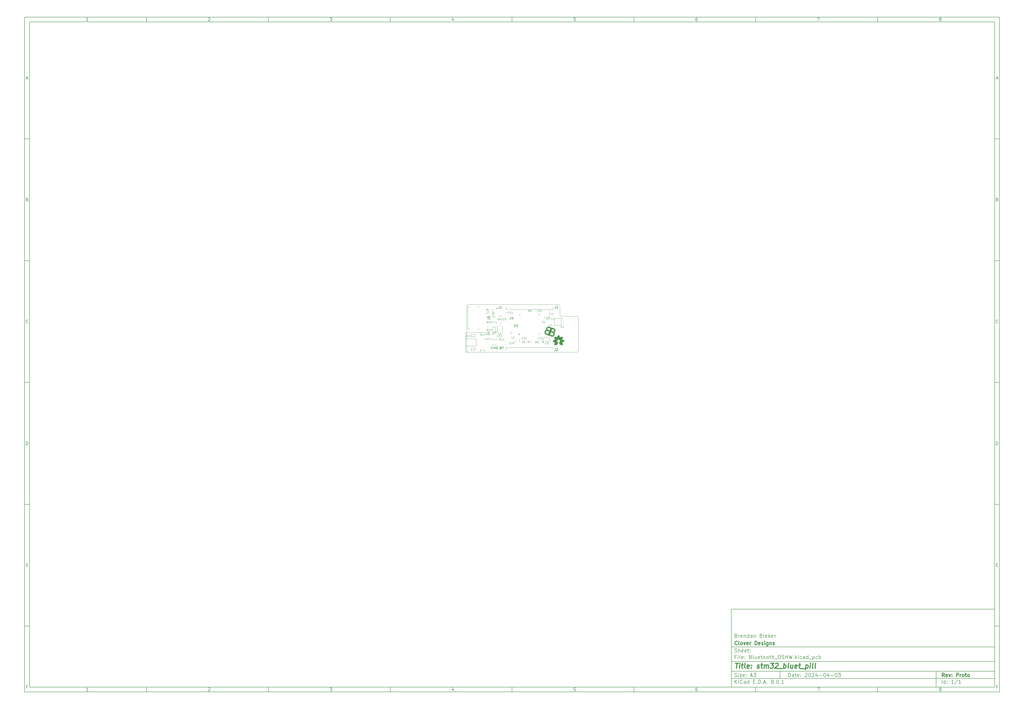
<source format=gbr>
%TF.GenerationSoftware,KiCad,Pcbnew,8.0.1*%
%TF.CreationDate,2024-04-03T21:58:22-07:00*%
%TF.ProjectId,Bluetooth_OSHW,426c7565-746f-46f7-9468-5f4f5348572e,Proto*%
%TF.SameCoordinates,Original*%
%TF.FileFunction,Legend,Top*%
%TF.FilePolarity,Positive*%
%FSLAX46Y46*%
G04 Gerber Fmt 4.6, Leading zero omitted, Abs format (unit mm)*
G04 Created by KiCad (PCBNEW 8.0.1) date 2024-04-03 21:58:22*
%MOMM*%
%LPD*%
G01*
G04 APERTURE LIST*
%ADD10C,0.100000*%
%ADD11C,0.150000*%
%ADD12C,0.300000*%
%ADD13C,0.400000*%
%ADD14C,0.500000*%
%ADD15C,0.200000*%
%ADD16C,0.120000*%
%ADD17C,0.010000*%
%TA.AperFunction,Profile*%
%ADD18C,0.100000*%
%TD*%
G04 APERTURE END LIST*
D10*
D11*
X299989000Y-253002200D02*
X407989000Y-253002200D01*
X407989000Y-285002200D01*
X299989000Y-285002200D01*
X299989000Y-253002200D01*
D10*
D11*
X10000000Y-10000000D02*
X409989000Y-10000000D01*
X409989000Y-287002200D01*
X10000000Y-287002200D01*
X10000000Y-10000000D01*
D10*
D11*
X12000000Y-12000000D02*
X407989000Y-12000000D01*
X407989000Y-285002200D01*
X12000000Y-285002200D01*
X12000000Y-12000000D01*
D10*
D11*
X60000000Y-12000000D02*
X60000000Y-10000000D01*
D10*
D11*
X110000000Y-12000000D02*
X110000000Y-10000000D01*
D10*
D11*
X160000000Y-12000000D02*
X160000000Y-10000000D01*
D10*
D11*
X210000000Y-12000000D02*
X210000000Y-10000000D01*
D10*
D11*
X260000000Y-12000000D02*
X260000000Y-10000000D01*
D10*
D11*
X310000000Y-12000000D02*
X310000000Y-10000000D01*
D10*
D11*
X360000000Y-12000000D02*
X360000000Y-10000000D01*
D10*
D11*
X36089160Y-11593604D02*
X35346303Y-11593604D01*
X35717731Y-11593604D02*
X35717731Y-10293604D01*
X35717731Y-10293604D02*
X35593922Y-10479319D01*
X35593922Y-10479319D02*
X35470112Y-10603128D01*
X35470112Y-10603128D02*
X35346303Y-10665033D01*
D10*
D11*
X85346303Y-10417414D02*
X85408207Y-10355509D01*
X85408207Y-10355509D02*
X85532017Y-10293604D01*
X85532017Y-10293604D02*
X85841541Y-10293604D01*
X85841541Y-10293604D02*
X85965350Y-10355509D01*
X85965350Y-10355509D02*
X86027255Y-10417414D01*
X86027255Y-10417414D02*
X86089160Y-10541223D01*
X86089160Y-10541223D02*
X86089160Y-10665033D01*
X86089160Y-10665033D02*
X86027255Y-10850747D01*
X86027255Y-10850747D02*
X85284398Y-11593604D01*
X85284398Y-11593604D02*
X86089160Y-11593604D01*
D10*
D11*
X135284398Y-10293604D02*
X136089160Y-10293604D01*
X136089160Y-10293604D02*
X135655826Y-10788842D01*
X135655826Y-10788842D02*
X135841541Y-10788842D01*
X135841541Y-10788842D02*
X135965350Y-10850747D01*
X135965350Y-10850747D02*
X136027255Y-10912652D01*
X136027255Y-10912652D02*
X136089160Y-11036461D01*
X136089160Y-11036461D02*
X136089160Y-11345985D01*
X136089160Y-11345985D02*
X136027255Y-11469795D01*
X136027255Y-11469795D02*
X135965350Y-11531700D01*
X135965350Y-11531700D02*
X135841541Y-11593604D01*
X135841541Y-11593604D02*
X135470112Y-11593604D01*
X135470112Y-11593604D02*
X135346303Y-11531700D01*
X135346303Y-11531700D02*
X135284398Y-11469795D01*
D10*
D11*
X185965350Y-10726938D02*
X185965350Y-11593604D01*
X185655826Y-10231700D02*
X185346303Y-11160271D01*
X185346303Y-11160271D02*
X186151064Y-11160271D01*
D10*
D11*
X236027255Y-10293604D02*
X235408207Y-10293604D01*
X235408207Y-10293604D02*
X235346303Y-10912652D01*
X235346303Y-10912652D02*
X235408207Y-10850747D01*
X235408207Y-10850747D02*
X235532017Y-10788842D01*
X235532017Y-10788842D02*
X235841541Y-10788842D01*
X235841541Y-10788842D02*
X235965350Y-10850747D01*
X235965350Y-10850747D02*
X236027255Y-10912652D01*
X236027255Y-10912652D02*
X236089160Y-11036461D01*
X236089160Y-11036461D02*
X236089160Y-11345985D01*
X236089160Y-11345985D02*
X236027255Y-11469795D01*
X236027255Y-11469795D02*
X235965350Y-11531700D01*
X235965350Y-11531700D02*
X235841541Y-11593604D01*
X235841541Y-11593604D02*
X235532017Y-11593604D01*
X235532017Y-11593604D02*
X235408207Y-11531700D01*
X235408207Y-11531700D02*
X235346303Y-11469795D01*
D10*
D11*
X285965350Y-10293604D02*
X285717731Y-10293604D01*
X285717731Y-10293604D02*
X285593922Y-10355509D01*
X285593922Y-10355509D02*
X285532017Y-10417414D01*
X285532017Y-10417414D02*
X285408207Y-10603128D01*
X285408207Y-10603128D02*
X285346303Y-10850747D01*
X285346303Y-10850747D02*
X285346303Y-11345985D01*
X285346303Y-11345985D02*
X285408207Y-11469795D01*
X285408207Y-11469795D02*
X285470112Y-11531700D01*
X285470112Y-11531700D02*
X285593922Y-11593604D01*
X285593922Y-11593604D02*
X285841541Y-11593604D01*
X285841541Y-11593604D02*
X285965350Y-11531700D01*
X285965350Y-11531700D02*
X286027255Y-11469795D01*
X286027255Y-11469795D02*
X286089160Y-11345985D01*
X286089160Y-11345985D02*
X286089160Y-11036461D01*
X286089160Y-11036461D02*
X286027255Y-10912652D01*
X286027255Y-10912652D02*
X285965350Y-10850747D01*
X285965350Y-10850747D02*
X285841541Y-10788842D01*
X285841541Y-10788842D02*
X285593922Y-10788842D01*
X285593922Y-10788842D02*
X285470112Y-10850747D01*
X285470112Y-10850747D02*
X285408207Y-10912652D01*
X285408207Y-10912652D02*
X285346303Y-11036461D01*
D10*
D11*
X335284398Y-10293604D02*
X336151064Y-10293604D01*
X336151064Y-10293604D02*
X335593922Y-11593604D01*
D10*
D11*
X385593922Y-10850747D02*
X385470112Y-10788842D01*
X385470112Y-10788842D02*
X385408207Y-10726938D01*
X385408207Y-10726938D02*
X385346303Y-10603128D01*
X385346303Y-10603128D02*
X385346303Y-10541223D01*
X385346303Y-10541223D02*
X385408207Y-10417414D01*
X385408207Y-10417414D02*
X385470112Y-10355509D01*
X385470112Y-10355509D02*
X385593922Y-10293604D01*
X385593922Y-10293604D02*
X385841541Y-10293604D01*
X385841541Y-10293604D02*
X385965350Y-10355509D01*
X385965350Y-10355509D02*
X386027255Y-10417414D01*
X386027255Y-10417414D02*
X386089160Y-10541223D01*
X386089160Y-10541223D02*
X386089160Y-10603128D01*
X386089160Y-10603128D02*
X386027255Y-10726938D01*
X386027255Y-10726938D02*
X385965350Y-10788842D01*
X385965350Y-10788842D02*
X385841541Y-10850747D01*
X385841541Y-10850747D02*
X385593922Y-10850747D01*
X385593922Y-10850747D02*
X385470112Y-10912652D01*
X385470112Y-10912652D02*
X385408207Y-10974557D01*
X385408207Y-10974557D02*
X385346303Y-11098366D01*
X385346303Y-11098366D02*
X385346303Y-11345985D01*
X385346303Y-11345985D02*
X385408207Y-11469795D01*
X385408207Y-11469795D02*
X385470112Y-11531700D01*
X385470112Y-11531700D02*
X385593922Y-11593604D01*
X385593922Y-11593604D02*
X385841541Y-11593604D01*
X385841541Y-11593604D02*
X385965350Y-11531700D01*
X385965350Y-11531700D02*
X386027255Y-11469795D01*
X386027255Y-11469795D02*
X386089160Y-11345985D01*
X386089160Y-11345985D02*
X386089160Y-11098366D01*
X386089160Y-11098366D02*
X386027255Y-10974557D01*
X386027255Y-10974557D02*
X385965350Y-10912652D01*
X385965350Y-10912652D02*
X385841541Y-10850747D01*
D10*
D11*
X60000000Y-285002200D02*
X60000000Y-287002200D01*
D10*
D11*
X110000000Y-285002200D02*
X110000000Y-287002200D01*
D10*
D11*
X160000000Y-285002200D02*
X160000000Y-287002200D01*
D10*
D11*
X210000000Y-285002200D02*
X210000000Y-287002200D01*
D10*
D11*
X260000000Y-285002200D02*
X260000000Y-287002200D01*
D10*
D11*
X310000000Y-285002200D02*
X310000000Y-287002200D01*
D10*
D11*
X360000000Y-285002200D02*
X360000000Y-287002200D01*
D10*
D11*
X36089160Y-286595804D02*
X35346303Y-286595804D01*
X35717731Y-286595804D02*
X35717731Y-285295804D01*
X35717731Y-285295804D02*
X35593922Y-285481519D01*
X35593922Y-285481519D02*
X35470112Y-285605328D01*
X35470112Y-285605328D02*
X35346303Y-285667233D01*
D10*
D11*
X85346303Y-285419614D02*
X85408207Y-285357709D01*
X85408207Y-285357709D02*
X85532017Y-285295804D01*
X85532017Y-285295804D02*
X85841541Y-285295804D01*
X85841541Y-285295804D02*
X85965350Y-285357709D01*
X85965350Y-285357709D02*
X86027255Y-285419614D01*
X86027255Y-285419614D02*
X86089160Y-285543423D01*
X86089160Y-285543423D02*
X86089160Y-285667233D01*
X86089160Y-285667233D02*
X86027255Y-285852947D01*
X86027255Y-285852947D02*
X85284398Y-286595804D01*
X85284398Y-286595804D02*
X86089160Y-286595804D01*
D10*
D11*
X135284398Y-285295804D02*
X136089160Y-285295804D01*
X136089160Y-285295804D02*
X135655826Y-285791042D01*
X135655826Y-285791042D02*
X135841541Y-285791042D01*
X135841541Y-285791042D02*
X135965350Y-285852947D01*
X135965350Y-285852947D02*
X136027255Y-285914852D01*
X136027255Y-285914852D02*
X136089160Y-286038661D01*
X136089160Y-286038661D02*
X136089160Y-286348185D01*
X136089160Y-286348185D02*
X136027255Y-286471995D01*
X136027255Y-286471995D02*
X135965350Y-286533900D01*
X135965350Y-286533900D02*
X135841541Y-286595804D01*
X135841541Y-286595804D02*
X135470112Y-286595804D01*
X135470112Y-286595804D02*
X135346303Y-286533900D01*
X135346303Y-286533900D02*
X135284398Y-286471995D01*
D10*
D11*
X185965350Y-285729138D02*
X185965350Y-286595804D01*
X185655826Y-285233900D02*
X185346303Y-286162471D01*
X185346303Y-286162471D02*
X186151064Y-286162471D01*
D10*
D11*
X236027255Y-285295804D02*
X235408207Y-285295804D01*
X235408207Y-285295804D02*
X235346303Y-285914852D01*
X235346303Y-285914852D02*
X235408207Y-285852947D01*
X235408207Y-285852947D02*
X235532017Y-285791042D01*
X235532017Y-285791042D02*
X235841541Y-285791042D01*
X235841541Y-285791042D02*
X235965350Y-285852947D01*
X235965350Y-285852947D02*
X236027255Y-285914852D01*
X236027255Y-285914852D02*
X236089160Y-286038661D01*
X236089160Y-286038661D02*
X236089160Y-286348185D01*
X236089160Y-286348185D02*
X236027255Y-286471995D01*
X236027255Y-286471995D02*
X235965350Y-286533900D01*
X235965350Y-286533900D02*
X235841541Y-286595804D01*
X235841541Y-286595804D02*
X235532017Y-286595804D01*
X235532017Y-286595804D02*
X235408207Y-286533900D01*
X235408207Y-286533900D02*
X235346303Y-286471995D01*
D10*
D11*
X285965350Y-285295804D02*
X285717731Y-285295804D01*
X285717731Y-285295804D02*
X285593922Y-285357709D01*
X285593922Y-285357709D02*
X285532017Y-285419614D01*
X285532017Y-285419614D02*
X285408207Y-285605328D01*
X285408207Y-285605328D02*
X285346303Y-285852947D01*
X285346303Y-285852947D02*
X285346303Y-286348185D01*
X285346303Y-286348185D02*
X285408207Y-286471995D01*
X285408207Y-286471995D02*
X285470112Y-286533900D01*
X285470112Y-286533900D02*
X285593922Y-286595804D01*
X285593922Y-286595804D02*
X285841541Y-286595804D01*
X285841541Y-286595804D02*
X285965350Y-286533900D01*
X285965350Y-286533900D02*
X286027255Y-286471995D01*
X286027255Y-286471995D02*
X286089160Y-286348185D01*
X286089160Y-286348185D02*
X286089160Y-286038661D01*
X286089160Y-286038661D02*
X286027255Y-285914852D01*
X286027255Y-285914852D02*
X285965350Y-285852947D01*
X285965350Y-285852947D02*
X285841541Y-285791042D01*
X285841541Y-285791042D02*
X285593922Y-285791042D01*
X285593922Y-285791042D02*
X285470112Y-285852947D01*
X285470112Y-285852947D02*
X285408207Y-285914852D01*
X285408207Y-285914852D02*
X285346303Y-286038661D01*
D10*
D11*
X335284398Y-285295804D02*
X336151064Y-285295804D01*
X336151064Y-285295804D02*
X335593922Y-286595804D01*
D10*
D11*
X385593922Y-285852947D02*
X385470112Y-285791042D01*
X385470112Y-285791042D02*
X385408207Y-285729138D01*
X385408207Y-285729138D02*
X385346303Y-285605328D01*
X385346303Y-285605328D02*
X385346303Y-285543423D01*
X385346303Y-285543423D02*
X385408207Y-285419614D01*
X385408207Y-285419614D02*
X385470112Y-285357709D01*
X385470112Y-285357709D02*
X385593922Y-285295804D01*
X385593922Y-285295804D02*
X385841541Y-285295804D01*
X385841541Y-285295804D02*
X385965350Y-285357709D01*
X385965350Y-285357709D02*
X386027255Y-285419614D01*
X386027255Y-285419614D02*
X386089160Y-285543423D01*
X386089160Y-285543423D02*
X386089160Y-285605328D01*
X386089160Y-285605328D02*
X386027255Y-285729138D01*
X386027255Y-285729138D02*
X385965350Y-285791042D01*
X385965350Y-285791042D02*
X385841541Y-285852947D01*
X385841541Y-285852947D02*
X385593922Y-285852947D01*
X385593922Y-285852947D02*
X385470112Y-285914852D01*
X385470112Y-285914852D02*
X385408207Y-285976757D01*
X385408207Y-285976757D02*
X385346303Y-286100566D01*
X385346303Y-286100566D02*
X385346303Y-286348185D01*
X385346303Y-286348185D02*
X385408207Y-286471995D01*
X385408207Y-286471995D02*
X385470112Y-286533900D01*
X385470112Y-286533900D02*
X385593922Y-286595804D01*
X385593922Y-286595804D02*
X385841541Y-286595804D01*
X385841541Y-286595804D02*
X385965350Y-286533900D01*
X385965350Y-286533900D02*
X386027255Y-286471995D01*
X386027255Y-286471995D02*
X386089160Y-286348185D01*
X386089160Y-286348185D02*
X386089160Y-286100566D01*
X386089160Y-286100566D02*
X386027255Y-285976757D01*
X386027255Y-285976757D02*
X385965350Y-285914852D01*
X385965350Y-285914852D02*
X385841541Y-285852947D01*
D10*
D11*
X10000000Y-60000000D02*
X12000000Y-60000000D01*
D10*
D11*
X10000000Y-110000000D02*
X12000000Y-110000000D01*
D10*
D11*
X10000000Y-160000000D02*
X12000000Y-160000000D01*
D10*
D11*
X10000000Y-210000000D02*
X12000000Y-210000000D01*
D10*
D11*
X10000000Y-260000000D02*
X12000000Y-260000000D01*
D10*
D11*
X10690476Y-35222176D02*
X11309523Y-35222176D01*
X10566666Y-35593604D02*
X10999999Y-34293604D01*
X10999999Y-34293604D02*
X11433333Y-35593604D01*
D10*
D11*
X11092857Y-84912652D02*
X11278571Y-84974557D01*
X11278571Y-84974557D02*
X11340476Y-85036461D01*
X11340476Y-85036461D02*
X11402380Y-85160271D01*
X11402380Y-85160271D02*
X11402380Y-85345985D01*
X11402380Y-85345985D02*
X11340476Y-85469795D01*
X11340476Y-85469795D02*
X11278571Y-85531700D01*
X11278571Y-85531700D02*
X11154761Y-85593604D01*
X11154761Y-85593604D02*
X10659523Y-85593604D01*
X10659523Y-85593604D02*
X10659523Y-84293604D01*
X10659523Y-84293604D02*
X11092857Y-84293604D01*
X11092857Y-84293604D02*
X11216666Y-84355509D01*
X11216666Y-84355509D02*
X11278571Y-84417414D01*
X11278571Y-84417414D02*
X11340476Y-84541223D01*
X11340476Y-84541223D02*
X11340476Y-84665033D01*
X11340476Y-84665033D02*
X11278571Y-84788842D01*
X11278571Y-84788842D02*
X11216666Y-84850747D01*
X11216666Y-84850747D02*
X11092857Y-84912652D01*
X11092857Y-84912652D02*
X10659523Y-84912652D01*
D10*
D11*
X11402380Y-135469795D02*
X11340476Y-135531700D01*
X11340476Y-135531700D02*
X11154761Y-135593604D01*
X11154761Y-135593604D02*
X11030952Y-135593604D01*
X11030952Y-135593604D02*
X10845238Y-135531700D01*
X10845238Y-135531700D02*
X10721428Y-135407890D01*
X10721428Y-135407890D02*
X10659523Y-135284080D01*
X10659523Y-135284080D02*
X10597619Y-135036461D01*
X10597619Y-135036461D02*
X10597619Y-134850747D01*
X10597619Y-134850747D02*
X10659523Y-134603128D01*
X10659523Y-134603128D02*
X10721428Y-134479319D01*
X10721428Y-134479319D02*
X10845238Y-134355509D01*
X10845238Y-134355509D02*
X11030952Y-134293604D01*
X11030952Y-134293604D02*
X11154761Y-134293604D01*
X11154761Y-134293604D02*
X11340476Y-134355509D01*
X11340476Y-134355509D02*
X11402380Y-134417414D01*
D10*
D11*
X10659523Y-185593604D02*
X10659523Y-184293604D01*
X10659523Y-184293604D02*
X10969047Y-184293604D01*
X10969047Y-184293604D02*
X11154761Y-184355509D01*
X11154761Y-184355509D02*
X11278571Y-184479319D01*
X11278571Y-184479319D02*
X11340476Y-184603128D01*
X11340476Y-184603128D02*
X11402380Y-184850747D01*
X11402380Y-184850747D02*
X11402380Y-185036461D01*
X11402380Y-185036461D02*
X11340476Y-185284080D01*
X11340476Y-185284080D02*
X11278571Y-185407890D01*
X11278571Y-185407890D02*
X11154761Y-185531700D01*
X11154761Y-185531700D02*
X10969047Y-185593604D01*
X10969047Y-185593604D02*
X10659523Y-185593604D01*
D10*
D11*
X10721428Y-234912652D02*
X11154762Y-234912652D01*
X11340476Y-235593604D02*
X10721428Y-235593604D01*
X10721428Y-235593604D02*
X10721428Y-234293604D01*
X10721428Y-234293604D02*
X11340476Y-234293604D01*
D10*
D11*
X11185714Y-284912652D02*
X10752380Y-284912652D01*
X10752380Y-285593604D02*
X10752380Y-284293604D01*
X10752380Y-284293604D02*
X11371428Y-284293604D01*
D10*
D11*
X409989000Y-60000000D02*
X407989000Y-60000000D01*
D10*
D11*
X409989000Y-110000000D02*
X407989000Y-110000000D01*
D10*
D11*
X409989000Y-160000000D02*
X407989000Y-160000000D01*
D10*
D11*
X409989000Y-210000000D02*
X407989000Y-210000000D01*
D10*
D11*
X409989000Y-260000000D02*
X407989000Y-260000000D01*
D10*
D11*
X408679476Y-35222176D02*
X409298523Y-35222176D01*
X408555666Y-35593604D02*
X408988999Y-34293604D01*
X408988999Y-34293604D02*
X409422333Y-35593604D01*
D10*
D11*
X409081857Y-84912652D02*
X409267571Y-84974557D01*
X409267571Y-84974557D02*
X409329476Y-85036461D01*
X409329476Y-85036461D02*
X409391380Y-85160271D01*
X409391380Y-85160271D02*
X409391380Y-85345985D01*
X409391380Y-85345985D02*
X409329476Y-85469795D01*
X409329476Y-85469795D02*
X409267571Y-85531700D01*
X409267571Y-85531700D02*
X409143761Y-85593604D01*
X409143761Y-85593604D02*
X408648523Y-85593604D01*
X408648523Y-85593604D02*
X408648523Y-84293604D01*
X408648523Y-84293604D02*
X409081857Y-84293604D01*
X409081857Y-84293604D02*
X409205666Y-84355509D01*
X409205666Y-84355509D02*
X409267571Y-84417414D01*
X409267571Y-84417414D02*
X409329476Y-84541223D01*
X409329476Y-84541223D02*
X409329476Y-84665033D01*
X409329476Y-84665033D02*
X409267571Y-84788842D01*
X409267571Y-84788842D02*
X409205666Y-84850747D01*
X409205666Y-84850747D02*
X409081857Y-84912652D01*
X409081857Y-84912652D02*
X408648523Y-84912652D01*
D10*
D11*
X409391380Y-135469795D02*
X409329476Y-135531700D01*
X409329476Y-135531700D02*
X409143761Y-135593604D01*
X409143761Y-135593604D02*
X409019952Y-135593604D01*
X409019952Y-135593604D02*
X408834238Y-135531700D01*
X408834238Y-135531700D02*
X408710428Y-135407890D01*
X408710428Y-135407890D02*
X408648523Y-135284080D01*
X408648523Y-135284080D02*
X408586619Y-135036461D01*
X408586619Y-135036461D02*
X408586619Y-134850747D01*
X408586619Y-134850747D02*
X408648523Y-134603128D01*
X408648523Y-134603128D02*
X408710428Y-134479319D01*
X408710428Y-134479319D02*
X408834238Y-134355509D01*
X408834238Y-134355509D02*
X409019952Y-134293604D01*
X409019952Y-134293604D02*
X409143761Y-134293604D01*
X409143761Y-134293604D02*
X409329476Y-134355509D01*
X409329476Y-134355509D02*
X409391380Y-134417414D01*
D10*
D11*
X408648523Y-185593604D02*
X408648523Y-184293604D01*
X408648523Y-184293604D02*
X408958047Y-184293604D01*
X408958047Y-184293604D02*
X409143761Y-184355509D01*
X409143761Y-184355509D02*
X409267571Y-184479319D01*
X409267571Y-184479319D02*
X409329476Y-184603128D01*
X409329476Y-184603128D02*
X409391380Y-184850747D01*
X409391380Y-184850747D02*
X409391380Y-185036461D01*
X409391380Y-185036461D02*
X409329476Y-185284080D01*
X409329476Y-185284080D02*
X409267571Y-185407890D01*
X409267571Y-185407890D02*
X409143761Y-185531700D01*
X409143761Y-185531700D02*
X408958047Y-185593604D01*
X408958047Y-185593604D02*
X408648523Y-185593604D01*
D10*
D11*
X408710428Y-234912652D02*
X409143762Y-234912652D01*
X409329476Y-235593604D02*
X408710428Y-235593604D01*
X408710428Y-235593604D02*
X408710428Y-234293604D01*
X408710428Y-234293604D02*
X409329476Y-234293604D01*
D10*
D11*
X409174714Y-284912652D02*
X408741380Y-284912652D01*
X408741380Y-285593604D02*
X408741380Y-284293604D01*
X408741380Y-284293604D02*
X409360428Y-284293604D01*
D10*
D11*
X323444826Y-280788328D02*
X323444826Y-279288328D01*
X323444826Y-279288328D02*
X323801969Y-279288328D01*
X323801969Y-279288328D02*
X324016255Y-279359757D01*
X324016255Y-279359757D02*
X324159112Y-279502614D01*
X324159112Y-279502614D02*
X324230541Y-279645471D01*
X324230541Y-279645471D02*
X324301969Y-279931185D01*
X324301969Y-279931185D02*
X324301969Y-280145471D01*
X324301969Y-280145471D02*
X324230541Y-280431185D01*
X324230541Y-280431185D02*
X324159112Y-280574042D01*
X324159112Y-280574042D02*
X324016255Y-280716900D01*
X324016255Y-280716900D02*
X323801969Y-280788328D01*
X323801969Y-280788328D02*
X323444826Y-280788328D01*
X325587684Y-280788328D02*
X325587684Y-280002614D01*
X325587684Y-280002614D02*
X325516255Y-279859757D01*
X325516255Y-279859757D02*
X325373398Y-279788328D01*
X325373398Y-279788328D02*
X325087684Y-279788328D01*
X325087684Y-279788328D02*
X324944826Y-279859757D01*
X325587684Y-280716900D02*
X325444826Y-280788328D01*
X325444826Y-280788328D02*
X325087684Y-280788328D01*
X325087684Y-280788328D02*
X324944826Y-280716900D01*
X324944826Y-280716900D02*
X324873398Y-280574042D01*
X324873398Y-280574042D02*
X324873398Y-280431185D01*
X324873398Y-280431185D02*
X324944826Y-280288328D01*
X324944826Y-280288328D02*
X325087684Y-280216900D01*
X325087684Y-280216900D02*
X325444826Y-280216900D01*
X325444826Y-280216900D02*
X325587684Y-280145471D01*
X326087684Y-279788328D02*
X326659112Y-279788328D01*
X326301969Y-279288328D02*
X326301969Y-280574042D01*
X326301969Y-280574042D02*
X326373398Y-280716900D01*
X326373398Y-280716900D02*
X326516255Y-280788328D01*
X326516255Y-280788328D02*
X326659112Y-280788328D01*
X327730541Y-280716900D02*
X327587684Y-280788328D01*
X327587684Y-280788328D02*
X327301970Y-280788328D01*
X327301970Y-280788328D02*
X327159112Y-280716900D01*
X327159112Y-280716900D02*
X327087684Y-280574042D01*
X327087684Y-280574042D02*
X327087684Y-280002614D01*
X327087684Y-280002614D02*
X327159112Y-279859757D01*
X327159112Y-279859757D02*
X327301970Y-279788328D01*
X327301970Y-279788328D02*
X327587684Y-279788328D01*
X327587684Y-279788328D02*
X327730541Y-279859757D01*
X327730541Y-279859757D02*
X327801970Y-280002614D01*
X327801970Y-280002614D02*
X327801970Y-280145471D01*
X327801970Y-280145471D02*
X327087684Y-280288328D01*
X328444826Y-280645471D02*
X328516255Y-280716900D01*
X328516255Y-280716900D02*
X328444826Y-280788328D01*
X328444826Y-280788328D02*
X328373398Y-280716900D01*
X328373398Y-280716900D02*
X328444826Y-280645471D01*
X328444826Y-280645471D02*
X328444826Y-280788328D01*
X328444826Y-279859757D02*
X328516255Y-279931185D01*
X328516255Y-279931185D02*
X328444826Y-280002614D01*
X328444826Y-280002614D02*
X328373398Y-279931185D01*
X328373398Y-279931185D02*
X328444826Y-279859757D01*
X328444826Y-279859757D02*
X328444826Y-280002614D01*
X330230541Y-279431185D02*
X330301969Y-279359757D01*
X330301969Y-279359757D02*
X330444827Y-279288328D01*
X330444827Y-279288328D02*
X330801969Y-279288328D01*
X330801969Y-279288328D02*
X330944827Y-279359757D01*
X330944827Y-279359757D02*
X331016255Y-279431185D01*
X331016255Y-279431185D02*
X331087684Y-279574042D01*
X331087684Y-279574042D02*
X331087684Y-279716900D01*
X331087684Y-279716900D02*
X331016255Y-279931185D01*
X331016255Y-279931185D02*
X330159112Y-280788328D01*
X330159112Y-280788328D02*
X331087684Y-280788328D01*
X332016255Y-279288328D02*
X332159112Y-279288328D01*
X332159112Y-279288328D02*
X332301969Y-279359757D01*
X332301969Y-279359757D02*
X332373398Y-279431185D01*
X332373398Y-279431185D02*
X332444826Y-279574042D01*
X332444826Y-279574042D02*
X332516255Y-279859757D01*
X332516255Y-279859757D02*
X332516255Y-280216900D01*
X332516255Y-280216900D02*
X332444826Y-280502614D01*
X332444826Y-280502614D02*
X332373398Y-280645471D01*
X332373398Y-280645471D02*
X332301969Y-280716900D01*
X332301969Y-280716900D02*
X332159112Y-280788328D01*
X332159112Y-280788328D02*
X332016255Y-280788328D01*
X332016255Y-280788328D02*
X331873398Y-280716900D01*
X331873398Y-280716900D02*
X331801969Y-280645471D01*
X331801969Y-280645471D02*
X331730540Y-280502614D01*
X331730540Y-280502614D02*
X331659112Y-280216900D01*
X331659112Y-280216900D02*
X331659112Y-279859757D01*
X331659112Y-279859757D02*
X331730540Y-279574042D01*
X331730540Y-279574042D02*
X331801969Y-279431185D01*
X331801969Y-279431185D02*
X331873398Y-279359757D01*
X331873398Y-279359757D02*
X332016255Y-279288328D01*
X333087683Y-279431185D02*
X333159111Y-279359757D01*
X333159111Y-279359757D02*
X333301969Y-279288328D01*
X333301969Y-279288328D02*
X333659111Y-279288328D01*
X333659111Y-279288328D02*
X333801969Y-279359757D01*
X333801969Y-279359757D02*
X333873397Y-279431185D01*
X333873397Y-279431185D02*
X333944826Y-279574042D01*
X333944826Y-279574042D02*
X333944826Y-279716900D01*
X333944826Y-279716900D02*
X333873397Y-279931185D01*
X333873397Y-279931185D02*
X333016254Y-280788328D01*
X333016254Y-280788328D02*
X333944826Y-280788328D01*
X335230540Y-279788328D02*
X335230540Y-280788328D01*
X334873397Y-279216900D02*
X334516254Y-280288328D01*
X334516254Y-280288328D02*
X335444825Y-280288328D01*
X336016253Y-280216900D02*
X337159111Y-280216900D01*
X338159111Y-279288328D02*
X338301968Y-279288328D01*
X338301968Y-279288328D02*
X338444825Y-279359757D01*
X338444825Y-279359757D02*
X338516254Y-279431185D01*
X338516254Y-279431185D02*
X338587682Y-279574042D01*
X338587682Y-279574042D02*
X338659111Y-279859757D01*
X338659111Y-279859757D02*
X338659111Y-280216900D01*
X338659111Y-280216900D02*
X338587682Y-280502614D01*
X338587682Y-280502614D02*
X338516254Y-280645471D01*
X338516254Y-280645471D02*
X338444825Y-280716900D01*
X338444825Y-280716900D02*
X338301968Y-280788328D01*
X338301968Y-280788328D02*
X338159111Y-280788328D01*
X338159111Y-280788328D02*
X338016254Y-280716900D01*
X338016254Y-280716900D02*
X337944825Y-280645471D01*
X337944825Y-280645471D02*
X337873396Y-280502614D01*
X337873396Y-280502614D02*
X337801968Y-280216900D01*
X337801968Y-280216900D02*
X337801968Y-279859757D01*
X337801968Y-279859757D02*
X337873396Y-279574042D01*
X337873396Y-279574042D02*
X337944825Y-279431185D01*
X337944825Y-279431185D02*
X338016254Y-279359757D01*
X338016254Y-279359757D02*
X338159111Y-279288328D01*
X339944825Y-279788328D02*
X339944825Y-280788328D01*
X339587682Y-279216900D02*
X339230539Y-280288328D01*
X339230539Y-280288328D02*
X340159110Y-280288328D01*
X340730538Y-280216900D02*
X341873396Y-280216900D01*
X342873396Y-279288328D02*
X343016253Y-279288328D01*
X343016253Y-279288328D02*
X343159110Y-279359757D01*
X343159110Y-279359757D02*
X343230539Y-279431185D01*
X343230539Y-279431185D02*
X343301967Y-279574042D01*
X343301967Y-279574042D02*
X343373396Y-279859757D01*
X343373396Y-279859757D02*
X343373396Y-280216900D01*
X343373396Y-280216900D02*
X343301967Y-280502614D01*
X343301967Y-280502614D02*
X343230539Y-280645471D01*
X343230539Y-280645471D02*
X343159110Y-280716900D01*
X343159110Y-280716900D02*
X343016253Y-280788328D01*
X343016253Y-280788328D02*
X342873396Y-280788328D01*
X342873396Y-280788328D02*
X342730539Y-280716900D01*
X342730539Y-280716900D02*
X342659110Y-280645471D01*
X342659110Y-280645471D02*
X342587681Y-280502614D01*
X342587681Y-280502614D02*
X342516253Y-280216900D01*
X342516253Y-280216900D02*
X342516253Y-279859757D01*
X342516253Y-279859757D02*
X342587681Y-279574042D01*
X342587681Y-279574042D02*
X342659110Y-279431185D01*
X342659110Y-279431185D02*
X342730539Y-279359757D01*
X342730539Y-279359757D02*
X342873396Y-279288328D01*
X343873395Y-279288328D02*
X344801967Y-279288328D01*
X344801967Y-279288328D02*
X344301967Y-279859757D01*
X344301967Y-279859757D02*
X344516252Y-279859757D01*
X344516252Y-279859757D02*
X344659110Y-279931185D01*
X344659110Y-279931185D02*
X344730538Y-280002614D01*
X344730538Y-280002614D02*
X344801967Y-280145471D01*
X344801967Y-280145471D02*
X344801967Y-280502614D01*
X344801967Y-280502614D02*
X344730538Y-280645471D01*
X344730538Y-280645471D02*
X344659110Y-280716900D01*
X344659110Y-280716900D02*
X344516252Y-280788328D01*
X344516252Y-280788328D02*
X344087681Y-280788328D01*
X344087681Y-280788328D02*
X343944824Y-280716900D01*
X343944824Y-280716900D02*
X343873395Y-280645471D01*
D10*
D11*
X299989000Y-281502200D02*
X407989000Y-281502200D01*
D10*
D11*
X301444826Y-283588328D02*
X301444826Y-282088328D01*
X302301969Y-283588328D02*
X301659112Y-282731185D01*
X302301969Y-282088328D02*
X301444826Y-282945471D01*
X302944826Y-283588328D02*
X302944826Y-282588328D01*
X302944826Y-282088328D02*
X302873398Y-282159757D01*
X302873398Y-282159757D02*
X302944826Y-282231185D01*
X302944826Y-282231185D02*
X303016255Y-282159757D01*
X303016255Y-282159757D02*
X302944826Y-282088328D01*
X302944826Y-282088328D02*
X302944826Y-282231185D01*
X304516255Y-283445471D02*
X304444827Y-283516900D01*
X304444827Y-283516900D02*
X304230541Y-283588328D01*
X304230541Y-283588328D02*
X304087684Y-283588328D01*
X304087684Y-283588328D02*
X303873398Y-283516900D01*
X303873398Y-283516900D02*
X303730541Y-283374042D01*
X303730541Y-283374042D02*
X303659112Y-283231185D01*
X303659112Y-283231185D02*
X303587684Y-282945471D01*
X303587684Y-282945471D02*
X303587684Y-282731185D01*
X303587684Y-282731185D02*
X303659112Y-282445471D01*
X303659112Y-282445471D02*
X303730541Y-282302614D01*
X303730541Y-282302614D02*
X303873398Y-282159757D01*
X303873398Y-282159757D02*
X304087684Y-282088328D01*
X304087684Y-282088328D02*
X304230541Y-282088328D01*
X304230541Y-282088328D02*
X304444827Y-282159757D01*
X304444827Y-282159757D02*
X304516255Y-282231185D01*
X305801970Y-283588328D02*
X305801970Y-282802614D01*
X305801970Y-282802614D02*
X305730541Y-282659757D01*
X305730541Y-282659757D02*
X305587684Y-282588328D01*
X305587684Y-282588328D02*
X305301970Y-282588328D01*
X305301970Y-282588328D02*
X305159112Y-282659757D01*
X305801970Y-283516900D02*
X305659112Y-283588328D01*
X305659112Y-283588328D02*
X305301970Y-283588328D01*
X305301970Y-283588328D02*
X305159112Y-283516900D01*
X305159112Y-283516900D02*
X305087684Y-283374042D01*
X305087684Y-283374042D02*
X305087684Y-283231185D01*
X305087684Y-283231185D02*
X305159112Y-283088328D01*
X305159112Y-283088328D02*
X305301970Y-283016900D01*
X305301970Y-283016900D02*
X305659112Y-283016900D01*
X305659112Y-283016900D02*
X305801970Y-282945471D01*
X307159113Y-283588328D02*
X307159113Y-282088328D01*
X307159113Y-283516900D02*
X307016255Y-283588328D01*
X307016255Y-283588328D02*
X306730541Y-283588328D01*
X306730541Y-283588328D02*
X306587684Y-283516900D01*
X306587684Y-283516900D02*
X306516255Y-283445471D01*
X306516255Y-283445471D02*
X306444827Y-283302614D01*
X306444827Y-283302614D02*
X306444827Y-282874042D01*
X306444827Y-282874042D02*
X306516255Y-282731185D01*
X306516255Y-282731185D02*
X306587684Y-282659757D01*
X306587684Y-282659757D02*
X306730541Y-282588328D01*
X306730541Y-282588328D02*
X307016255Y-282588328D01*
X307016255Y-282588328D02*
X307159113Y-282659757D01*
X309016255Y-282802614D02*
X309516255Y-282802614D01*
X309730541Y-283588328D02*
X309016255Y-283588328D01*
X309016255Y-283588328D02*
X309016255Y-282088328D01*
X309016255Y-282088328D02*
X309730541Y-282088328D01*
X310373398Y-283445471D02*
X310444827Y-283516900D01*
X310444827Y-283516900D02*
X310373398Y-283588328D01*
X310373398Y-283588328D02*
X310301970Y-283516900D01*
X310301970Y-283516900D02*
X310373398Y-283445471D01*
X310373398Y-283445471D02*
X310373398Y-283588328D01*
X311087684Y-283588328D02*
X311087684Y-282088328D01*
X311087684Y-282088328D02*
X311444827Y-282088328D01*
X311444827Y-282088328D02*
X311659113Y-282159757D01*
X311659113Y-282159757D02*
X311801970Y-282302614D01*
X311801970Y-282302614D02*
X311873399Y-282445471D01*
X311873399Y-282445471D02*
X311944827Y-282731185D01*
X311944827Y-282731185D02*
X311944827Y-282945471D01*
X311944827Y-282945471D02*
X311873399Y-283231185D01*
X311873399Y-283231185D02*
X311801970Y-283374042D01*
X311801970Y-283374042D02*
X311659113Y-283516900D01*
X311659113Y-283516900D02*
X311444827Y-283588328D01*
X311444827Y-283588328D02*
X311087684Y-283588328D01*
X312587684Y-283445471D02*
X312659113Y-283516900D01*
X312659113Y-283516900D02*
X312587684Y-283588328D01*
X312587684Y-283588328D02*
X312516256Y-283516900D01*
X312516256Y-283516900D02*
X312587684Y-283445471D01*
X312587684Y-283445471D02*
X312587684Y-283588328D01*
X313230542Y-283159757D02*
X313944828Y-283159757D01*
X313087685Y-283588328D02*
X313587685Y-282088328D01*
X313587685Y-282088328D02*
X314087685Y-283588328D01*
X314587684Y-283445471D02*
X314659113Y-283516900D01*
X314659113Y-283516900D02*
X314587684Y-283588328D01*
X314587684Y-283588328D02*
X314516256Y-283516900D01*
X314516256Y-283516900D02*
X314587684Y-283445471D01*
X314587684Y-283445471D02*
X314587684Y-283588328D01*
X316659113Y-282731185D02*
X316516256Y-282659757D01*
X316516256Y-282659757D02*
X316444827Y-282588328D01*
X316444827Y-282588328D02*
X316373399Y-282445471D01*
X316373399Y-282445471D02*
X316373399Y-282374042D01*
X316373399Y-282374042D02*
X316444827Y-282231185D01*
X316444827Y-282231185D02*
X316516256Y-282159757D01*
X316516256Y-282159757D02*
X316659113Y-282088328D01*
X316659113Y-282088328D02*
X316944827Y-282088328D01*
X316944827Y-282088328D02*
X317087685Y-282159757D01*
X317087685Y-282159757D02*
X317159113Y-282231185D01*
X317159113Y-282231185D02*
X317230542Y-282374042D01*
X317230542Y-282374042D02*
X317230542Y-282445471D01*
X317230542Y-282445471D02*
X317159113Y-282588328D01*
X317159113Y-282588328D02*
X317087685Y-282659757D01*
X317087685Y-282659757D02*
X316944827Y-282731185D01*
X316944827Y-282731185D02*
X316659113Y-282731185D01*
X316659113Y-282731185D02*
X316516256Y-282802614D01*
X316516256Y-282802614D02*
X316444827Y-282874042D01*
X316444827Y-282874042D02*
X316373399Y-283016900D01*
X316373399Y-283016900D02*
X316373399Y-283302614D01*
X316373399Y-283302614D02*
X316444827Y-283445471D01*
X316444827Y-283445471D02*
X316516256Y-283516900D01*
X316516256Y-283516900D02*
X316659113Y-283588328D01*
X316659113Y-283588328D02*
X316944827Y-283588328D01*
X316944827Y-283588328D02*
X317087685Y-283516900D01*
X317087685Y-283516900D02*
X317159113Y-283445471D01*
X317159113Y-283445471D02*
X317230542Y-283302614D01*
X317230542Y-283302614D02*
X317230542Y-283016900D01*
X317230542Y-283016900D02*
X317159113Y-282874042D01*
X317159113Y-282874042D02*
X317087685Y-282802614D01*
X317087685Y-282802614D02*
X316944827Y-282731185D01*
X317873398Y-283445471D02*
X317944827Y-283516900D01*
X317944827Y-283516900D02*
X317873398Y-283588328D01*
X317873398Y-283588328D02*
X317801970Y-283516900D01*
X317801970Y-283516900D02*
X317873398Y-283445471D01*
X317873398Y-283445471D02*
X317873398Y-283588328D01*
X318873399Y-282088328D02*
X319016256Y-282088328D01*
X319016256Y-282088328D02*
X319159113Y-282159757D01*
X319159113Y-282159757D02*
X319230542Y-282231185D01*
X319230542Y-282231185D02*
X319301970Y-282374042D01*
X319301970Y-282374042D02*
X319373399Y-282659757D01*
X319373399Y-282659757D02*
X319373399Y-283016900D01*
X319373399Y-283016900D02*
X319301970Y-283302614D01*
X319301970Y-283302614D02*
X319230542Y-283445471D01*
X319230542Y-283445471D02*
X319159113Y-283516900D01*
X319159113Y-283516900D02*
X319016256Y-283588328D01*
X319016256Y-283588328D02*
X318873399Y-283588328D01*
X318873399Y-283588328D02*
X318730542Y-283516900D01*
X318730542Y-283516900D02*
X318659113Y-283445471D01*
X318659113Y-283445471D02*
X318587684Y-283302614D01*
X318587684Y-283302614D02*
X318516256Y-283016900D01*
X318516256Y-283016900D02*
X318516256Y-282659757D01*
X318516256Y-282659757D02*
X318587684Y-282374042D01*
X318587684Y-282374042D02*
X318659113Y-282231185D01*
X318659113Y-282231185D02*
X318730542Y-282159757D01*
X318730542Y-282159757D02*
X318873399Y-282088328D01*
X320016255Y-283445471D02*
X320087684Y-283516900D01*
X320087684Y-283516900D02*
X320016255Y-283588328D01*
X320016255Y-283588328D02*
X319944827Y-283516900D01*
X319944827Y-283516900D02*
X320016255Y-283445471D01*
X320016255Y-283445471D02*
X320016255Y-283588328D01*
X321516256Y-283588328D02*
X320659113Y-283588328D01*
X321087684Y-283588328D02*
X321087684Y-282088328D01*
X321087684Y-282088328D02*
X320944827Y-282302614D01*
X320944827Y-282302614D02*
X320801970Y-282445471D01*
X320801970Y-282445471D02*
X320659113Y-282516900D01*
D10*
D11*
X299989000Y-278502200D02*
X407989000Y-278502200D01*
D10*
D12*
X387400653Y-280780528D02*
X386900653Y-280066242D01*
X386543510Y-280780528D02*
X386543510Y-279280528D01*
X386543510Y-279280528D02*
X387114939Y-279280528D01*
X387114939Y-279280528D02*
X387257796Y-279351957D01*
X387257796Y-279351957D02*
X387329225Y-279423385D01*
X387329225Y-279423385D02*
X387400653Y-279566242D01*
X387400653Y-279566242D02*
X387400653Y-279780528D01*
X387400653Y-279780528D02*
X387329225Y-279923385D01*
X387329225Y-279923385D02*
X387257796Y-279994814D01*
X387257796Y-279994814D02*
X387114939Y-280066242D01*
X387114939Y-280066242D02*
X386543510Y-280066242D01*
X388614939Y-280709100D02*
X388472082Y-280780528D01*
X388472082Y-280780528D02*
X388186368Y-280780528D01*
X388186368Y-280780528D02*
X388043510Y-280709100D01*
X388043510Y-280709100D02*
X387972082Y-280566242D01*
X387972082Y-280566242D02*
X387972082Y-279994814D01*
X387972082Y-279994814D02*
X388043510Y-279851957D01*
X388043510Y-279851957D02*
X388186368Y-279780528D01*
X388186368Y-279780528D02*
X388472082Y-279780528D01*
X388472082Y-279780528D02*
X388614939Y-279851957D01*
X388614939Y-279851957D02*
X388686368Y-279994814D01*
X388686368Y-279994814D02*
X388686368Y-280137671D01*
X388686368Y-280137671D02*
X387972082Y-280280528D01*
X389186367Y-279780528D02*
X389543510Y-280780528D01*
X389543510Y-280780528D02*
X389900653Y-279780528D01*
X390472081Y-280637671D02*
X390543510Y-280709100D01*
X390543510Y-280709100D02*
X390472081Y-280780528D01*
X390472081Y-280780528D02*
X390400653Y-280709100D01*
X390400653Y-280709100D02*
X390472081Y-280637671D01*
X390472081Y-280637671D02*
X390472081Y-280780528D01*
X390472081Y-279851957D02*
X390543510Y-279923385D01*
X390543510Y-279923385D02*
X390472081Y-279994814D01*
X390472081Y-279994814D02*
X390400653Y-279923385D01*
X390400653Y-279923385D02*
X390472081Y-279851957D01*
X390472081Y-279851957D02*
X390472081Y-279994814D01*
X392329224Y-280780528D02*
X392329224Y-279280528D01*
X392329224Y-279280528D02*
X392900653Y-279280528D01*
X392900653Y-279280528D02*
X393043510Y-279351957D01*
X393043510Y-279351957D02*
X393114939Y-279423385D01*
X393114939Y-279423385D02*
X393186367Y-279566242D01*
X393186367Y-279566242D02*
X393186367Y-279780528D01*
X393186367Y-279780528D02*
X393114939Y-279923385D01*
X393114939Y-279923385D02*
X393043510Y-279994814D01*
X393043510Y-279994814D02*
X392900653Y-280066242D01*
X392900653Y-280066242D02*
X392329224Y-280066242D01*
X393829224Y-280780528D02*
X393829224Y-279780528D01*
X393829224Y-280066242D02*
X393900653Y-279923385D01*
X393900653Y-279923385D02*
X393972082Y-279851957D01*
X393972082Y-279851957D02*
X394114939Y-279780528D01*
X394114939Y-279780528D02*
X394257796Y-279780528D01*
X394972081Y-280780528D02*
X394829224Y-280709100D01*
X394829224Y-280709100D02*
X394757795Y-280637671D01*
X394757795Y-280637671D02*
X394686367Y-280494814D01*
X394686367Y-280494814D02*
X394686367Y-280066242D01*
X394686367Y-280066242D02*
X394757795Y-279923385D01*
X394757795Y-279923385D02*
X394829224Y-279851957D01*
X394829224Y-279851957D02*
X394972081Y-279780528D01*
X394972081Y-279780528D02*
X395186367Y-279780528D01*
X395186367Y-279780528D02*
X395329224Y-279851957D01*
X395329224Y-279851957D02*
X395400653Y-279923385D01*
X395400653Y-279923385D02*
X395472081Y-280066242D01*
X395472081Y-280066242D02*
X395472081Y-280494814D01*
X395472081Y-280494814D02*
X395400653Y-280637671D01*
X395400653Y-280637671D02*
X395329224Y-280709100D01*
X395329224Y-280709100D02*
X395186367Y-280780528D01*
X395186367Y-280780528D02*
X394972081Y-280780528D01*
X395900653Y-279780528D02*
X396472081Y-279780528D01*
X396114938Y-279280528D02*
X396114938Y-280566242D01*
X396114938Y-280566242D02*
X396186367Y-280709100D01*
X396186367Y-280709100D02*
X396329224Y-280780528D01*
X396329224Y-280780528D02*
X396472081Y-280780528D01*
X397186367Y-280780528D02*
X397043510Y-280709100D01*
X397043510Y-280709100D02*
X396972081Y-280637671D01*
X396972081Y-280637671D02*
X396900653Y-280494814D01*
X396900653Y-280494814D02*
X396900653Y-280066242D01*
X396900653Y-280066242D02*
X396972081Y-279923385D01*
X396972081Y-279923385D02*
X397043510Y-279851957D01*
X397043510Y-279851957D02*
X397186367Y-279780528D01*
X397186367Y-279780528D02*
X397400653Y-279780528D01*
X397400653Y-279780528D02*
X397543510Y-279851957D01*
X397543510Y-279851957D02*
X397614939Y-279923385D01*
X397614939Y-279923385D02*
X397686367Y-280066242D01*
X397686367Y-280066242D02*
X397686367Y-280494814D01*
X397686367Y-280494814D02*
X397614939Y-280637671D01*
X397614939Y-280637671D02*
X397543510Y-280709100D01*
X397543510Y-280709100D02*
X397400653Y-280780528D01*
X397400653Y-280780528D02*
X397186367Y-280780528D01*
D10*
D11*
X301373398Y-280716900D02*
X301587684Y-280788328D01*
X301587684Y-280788328D02*
X301944826Y-280788328D01*
X301944826Y-280788328D02*
X302087684Y-280716900D01*
X302087684Y-280716900D02*
X302159112Y-280645471D01*
X302159112Y-280645471D02*
X302230541Y-280502614D01*
X302230541Y-280502614D02*
X302230541Y-280359757D01*
X302230541Y-280359757D02*
X302159112Y-280216900D01*
X302159112Y-280216900D02*
X302087684Y-280145471D01*
X302087684Y-280145471D02*
X301944826Y-280074042D01*
X301944826Y-280074042D02*
X301659112Y-280002614D01*
X301659112Y-280002614D02*
X301516255Y-279931185D01*
X301516255Y-279931185D02*
X301444826Y-279859757D01*
X301444826Y-279859757D02*
X301373398Y-279716900D01*
X301373398Y-279716900D02*
X301373398Y-279574042D01*
X301373398Y-279574042D02*
X301444826Y-279431185D01*
X301444826Y-279431185D02*
X301516255Y-279359757D01*
X301516255Y-279359757D02*
X301659112Y-279288328D01*
X301659112Y-279288328D02*
X302016255Y-279288328D01*
X302016255Y-279288328D02*
X302230541Y-279359757D01*
X302873397Y-280788328D02*
X302873397Y-279788328D01*
X302873397Y-279288328D02*
X302801969Y-279359757D01*
X302801969Y-279359757D02*
X302873397Y-279431185D01*
X302873397Y-279431185D02*
X302944826Y-279359757D01*
X302944826Y-279359757D02*
X302873397Y-279288328D01*
X302873397Y-279288328D02*
X302873397Y-279431185D01*
X303444826Y-279788328D02*
X304230541Y-279788328D01*
X304230541Y-279788328D02*
X303444826Y-280788328D01*
X303444826Y-280788328D02*
X304230541Y-280788328D01*
X305373398Y-280716900D02*
X305230541Y-280788328D01*
X305230541Y-280788328D02*
X304944827Y-280788328D01*
X304944827Y-280788328D02*
X304801969Y-280716900D01*
X304801969Y-280716900D02*
X304730541Y-280574042D01*
X304730541Y-280574042D02*
X304730541Y-280002614D01*
X304730541Y-280002614D02*
X304801969Y-279859757D01*
X304801969Y-279859757D02*
X304944827Y-279788328D01*
X304944827Y-279788328D02*
X305230541Y-279788328D01*
X305230541Y-279788328D02*
X305373398Y-279859757D01*
X305373398Y-279859757D02*
X305444827Y-280002614D01*
X305444827Y-280002614D02*
X305444827Y-280145471D01*
X305444827Y-280145471D02*
X304730541Y-280288328D01*
X306087683Y-280645471D02*
X306159112Y-280716900D01*
X306159112Y-280716900D02*
X306087683Y-280788328D01*
X306087683Y-280788328D02*
X306016255Y-280716900D01*
X306016255Y-280716900D02*
X306087683Y-280645471D01*
X306087683Y-280645471D02*
X306087683Y-280788328D01*
X306087683Y-279859757D02*
X306159112Y-279931185D01*
X306159112Y-279931185D02*
X306087683Y-280002614D01*
X306087683Y-280002614D02*
X306016255Y-279931185D01*
X306016255Y-279931185D02*
X306087683Y-279859757D01*
X306087683Y-279859757D02*
X306087683Y-280002614D01*
X307873398Y-280359757D02*
X308587684Y-280359757D01*
X307730541Y-280788328D02*
X308230541Y-279288328D01*
X308230541Y-279288328D02*
X308730541Y-280788328D01*
X309087683Y-279288328D02*
X310016255Y-279288328D01*
X310016255Y-279288328D02*
X309516255Y-279859757D01*
X309516255Y-279859757D02*
X309730540Y-279859757D01*
X309730540Y-279859757D02*
X309873398Y-279931185D01*
X309873398Y-279931185D02*
X309944826Y-280002614D01*
X309944826Y-280002614D02*
X310016255Y-280145471D01*
X310016255Y-280145471D02*
X310016255Y-280502614D01*
X310016255Y-280502614D02*
X309944826Y-280645471D01*
X309944826Y-280645471D02*
X309873398Y-280716900D01*
X309873398Y-280716900D02*
X309730540Y-280788328D01*
X309730540Y-280788328D02*
X309301969Y-280788328D01*
X309301969Y-280788328D02*
X309159112Y-280716900D01*
X309159112Y-280716900D02*
X309087683Y-280645471D01*
D10*
D11*
X386444826Y-283588328D02*
X386444826Y-282088328D01*
X387801970Y-283588328D02*
X387801970Y-282088328D01*
X387801970Y-283516900D02*
X387659112Y-283588328D01*
X387659112Y-283588328D02*
X387373398Y-283588328D01*
X387373398Y-283588328D02*
X387230541Y-283516900D01*
X387230541Y-283516900D02*
X387159112Y-283445471D01*
X387159112Y-283445471D02*
X387087684Y-283302614D01*
X387087684Y-283302614D02*
X387087684Y-282874042D01*
X387087684Y-282874042D02*
X387159112Y-282731185D01*
X387159112Y-282731185D02*
X387230541Y-282659757D01*
X387230541Y-282659757D02*
X387373398Y-282588328D01*
X387373398Y-282588328D02*
X387659112Y-282588328D01*
X387659112Y-282588328D02*
X387801970Y-282659757D01*
X388516255Y-283445471D02*
X388587684Y-283516900D01*
X388587684Y-283516900D02*
X388516255Y-283588328D01*
X388516255Y-283588328D02*
X388444827Y-283516900D01*
X388444827Y-283516900D02*
X388516255Y-283445471D01*
X388516255Y-283445471D02*
X388516255Y-283588328D01*
X388516255Y-282659757D02*
X388587684Y-282731185D01*
X388587684Y-282731185D02*
X388516255Y-282802614D01*
X388516255Y-282802614D02*
X388444827Y-282731185D01*
X388444827Y-282731185D02*
X388516255Y-282659757D01*
X388516255Y-282659757D02*
X388516255Y-282802614D01*
X391159113Y-283588328D02*
X390301970Y-283588328D01*
X390730541Y-283588328D02*
X390730541Y-282088328D01*
X390730541Y-282088328D02*
X390587684Y-282302614D01*
X390587684Y-282302614D02*
X390444827Y-282445471D01*
X390444827Y-282445471D02*
X390301970Y-282516900D01*
X392873398Y-282016900D02*
X391587684Y-283945471D01*
X394159113Y-283588328D02*
X393301970Y-283588328D01*
X393730541Y-283588328D02*
X393730541Y-282088328D01*
X393730541Y-282088328D02*
X393587684Y-282302614D01*
X393587684Y-282302614D02*
X393444827Y-282445471D01*
X393444827Y-282445471D02*
X393301970Y-282516900D01*
D10*
D11*
X299989000Y-274502200D02*
X407989000Y-274502200D01*
D10*
D13*
X301680728Y-275206638D02*
X302823585Y-275206638D01*
X302002157Y-277206638D02*
X302252157Y-275206638D01*
X303240252Y-277206638D02*
X303406919Y-275873304D01*
X303490252Y-275206638D02*
X303383109Y-275301876D01*
X303383109Y-275301876D02*
X303466443Y-275397114D01*
X303466443Y-275397114D02*
X303573586Y-275301876D01*
X303573586Y-275301876D02*
X303490252Y-275206638D01*
X303490252Y-275206638D02*
X303466443Y-275397114D01*
X304073586Y-275873304D02*
X304835490Y-275873304D01*
X304442633Y-275206638D02*
X304228348Y-276920923D01*
X304228348Y-276920923D02*
X304299776Y-277111400D01*
X304299776Y-277111400D02*
X304478348Y-277206638D01*
X304478348Y-277206638D02*
X304668824Y-277206638D01*
X305621205Y-277206638D02*
X305442633Y-277111400D01*
X305442633Y-277111400D02*
X305371205Y-276920923D01*
X305371205Y-276920923D02*
X305585490Y-275206638D01*
X307156919Y-277111400D02*
X306954538Y-277206638D01*
X306954538Y-277206638D02*
X306573585Y-277206638D01*
X306573585Y-277206638D02*
X306395014Y-277111400D01*
X306395014Y-277111400D02*
X306323585Y-276920923D01*
X306323585Y-276920923D02*
X306418824Y-276159019D01*
X306418824Y-276159019D02*
X306537871Y-275968542D01*
X306537871Y-275968542D02*
X306740252Y-275873304D01*
X306740252Y-275873304D02*
X307121204Y-275873304D01*
X307121204Y-275873304D02*
X307299776Y-275968542D01*
X307299776Y-275968542D02*
X307371204Y-276159019D01*
X307371204Y-276159019D02*
X307347395Y-276349495D01*
X307347395Y-276349495D02*
X306371204Y-276539971D01*
X308121205Y-277016161D02*
X308204538Y-277111400D01*
X308204538Y-277111400D02*
X308097395Y-277206638D01*
X308097395Y-277206638D02*
X308014062Y-277111400D01*
X308014062Y-277111400D02*
X308121205Y-277016161D01*
X308121205Y-277016161D02*
X308097395Y-277206638D01*
X308252157Y-275968542D02*
X308335490Y-276063780D01*
X308335490Y-276063780D02*
X308228348Y-276159019D01*
X308228348Y-276159019D02*
X308145014Y-276063780D01*
X308145014Y-276063780D02*
X308252157Y-275968542D01*
X308252157Y-275968542D02*
X308228348Y-276159019D01*
X310490253Y-277111400D02*
X310668824Y-277206638D01*
X310668824Y-277206638D02*
X311049777Y-277206638D01*
X311049777Y-277206638D02*
X311252158Y-277111400D01*
X311252158Y-277111400D02*
X311371205Y-276920923D01*
X311371205Y-276920923D02*
X311383110Y-276825685D01*
X311383110Y-276825685D02*
X311311681Y-276635209D01*
X311311681Y-276635209D02*
X311133110Y-276539971D01*
X311133110Y-276539971D02*
X310847396Y-276539971D01*
X310847396Y-276539971D02*
X310668824Y-276444733D01*
X310668824Y-276444733D02*
X310597396Y-276254257D01*
X310597396Y-276254257D02*
X310609301Y-276159019D01*
X310609301Y-276159019D02*
X310728348Y-275968542D01*
X310728348Y-275968542D02*
X310930729Y-275873304D01*
X310930729Y-275873304D02*
X311216443Y-275873304D01*
X311216443Y-275873304D02*
X311395015Y-275968542D01*
X312073587Y-275873304D02*
X312835491Y-275873304D01*
X312442634Y-275206638D02*
X312228349Y-276920923D01*
X312228349Y-276920923D02*
X312299777Y-277111400D01*
X312299777Y-277111400D02*
X312478349Y-277206638D01*
X312478349Y-277206638D02*
X312668825Y-277206638D01*
X313335491Y-277206638D02*
X313502158Y-275873304D01*
X313478348Y-276063780D02*
X313585491Y-275968542D01*
X313585491Y-275968542D02*
X313787872Y-275873304D01*
X313787872Y-275873304D02*
X314073586Y-275873304D01*
X314073586Y-275873304D02*
X314252158Y-275968542D01*
X314252158Y-275968542D02*
X314323586Y-276159019D01*
X314323586Y-276159019D02*
X314192634Y-277206638D01*
X314323586Y-276159019D02*
X314442634Y-275968542D01*
X314442634Y-275968542D02*
X314645015Y-275873304D01*
X314645015Y-275873304D02*
X314930729Y-275873304D01*
X314930729Y-275873304D02*
X315109301Y-275968542D01*
X315109301Y-275968542D02*
X315180729Y-276159019D01*
X315180729Y-276159019D02*
X315049777Y-277206638D01*
X316061682Y-275206638D02*
X317299777Y-275206638D01*
X317299777Y-275206638D02*
X316537873Y-275968542D01*
X316537873Y-275968542D02*
X316823587Y-275968542D01*
X316823587Y-275968542D02*
X317002158Y-276063780D01*
X317002158Y-276063780D02*
X317085492Y-276159019D01*
X317085492Y-276159019D02*
X317156920Y-276349495D01*
X317156920Y-276349495D02*
X317097396Y-276825685D01*
X317097396Y-276825685D02*
X316978349Y-277016161D01*
X316978349Y-277016161D02*
X316871206Y-277111400D01*
X316871206Y-277111400D02*
X316668825Y-277206638D01*
X316668825Y-277206638D02*
X316097396Y-277206638D01*
X316097396Y-277206638D02*
X315918825Y-277111400D01*
X315918825Y-277111400D02*
X315835492Y-277016161D01*
X318037873Y-275397114D02*
X318145015Y-275301876D01*
X318145015Y-275301876D02*
X318347396Y-275206638D01*
X318347396Y-275206638D02*
X318823587Y-275206638D01*
X318823587Y-275206638D02*
X319002158Y-275301876D01*
X319002158Y-275301876D02*
X319085492Y-275397114D01*
X319085492Y-275397114D02*
X319156920Y-275587590D01*
X319156920Y-275587590D02*
X319133111Y-275778066D01*
X319133111Y-275778066D02*
X319002158Y-276063780D01*
X319002158Y-276063780D02*
X317716444Y-277206638D01*
X317716444Y-277206638D02*
X318954539Y-277206638D01*
X319311682Y-277397114D02*
X320835492Y-277397114D01*
X321335492Y-277206638D02*
X321585492Y-275206638D01*
X321490254Y-275968542D02*
X321692635Y-275873304D01*
X321692635Y-275873304D02*
X322073587Y-275873304D01*
X322073587Y-275873304D02*
X322252159Y-275968542D01*
X322252159Y-275968542D02*
X322335492Y-276063780D01*
X322335492Y-276063780D02*
X322406921Y-276254257D01*
X322406921Y-276254257D02*
X322335492Y-276825685D01*
X322335492Y-276825685D02*
X322216445Y-277016161D01*
X322216445Y-277016161D02*
X322109302Y-277111400D01*
X322109302Y-277111400D02*
X321906921Y-277206638D01*
X321906921Y-277206638D02*
X321525968Y-277206638D01*
X321525968Y-277206638D02*
X321347397Y-277111400D01*
X323430731Y-277206638D02*
X323252159Y-277111400D01*
X323252159Y-277111400D02*
X323180731Y-276920923D01*
X323180731Y-276920923D02*
X323395016Y-275206638D01*
X325216445Y-275873304D02*
X325049778Y-277206638D01*
X324359302Y-275873304D02*
X324228350Y-276920923D01*
X324228350Y-276920923D02*
X324299778Y-277111400D01*
X324299778Y-277111400D02*
X324478350Y-277206638D01*
X324478350Y-277206638D02*
X324764064Y-277206638D01*
X324764064Y-277206638D02*
X324966445Y-277111400D01*
X324966445Y-277111400D02*
X325073588Y-277016161D01*
X326775969Y-277111400D02*
X326573588Y-277206638D01*
X326573588Y-277206638D02*
X326192635Y-277206638D01*
X326192635Y-277206638D02*
X326014064Y-277111400D01*
X326014064Y-277111400D02*
X325942635Y-276920923D01*
X325942635Y-276920923D02*
X326037874Y-276159019D01*
X326037874Y-276159019D02*
X326156921Y-275968542D01*
X326156921Y-275968542D02*
X326359302Y-275873304D01*
X326359302Y-275873304D02*
X326740254Y-275873304D01*
X326740254Y-275873304D02*
X326918826Y-275968542D01*
X326918826Y-275968542D02*
X326990254Y-276159019D01*
X326990254Y-276159019D02*
X326966445Y-276349495D01*
X326966445Y-276349495D02*
X325990254Y-276539971D01*
X327597398Y-275873304D02*
X328359302Y-275873304D01*
X327966445Y-275206638D02*
X327752160Y-276920923D01*
X327752160Y-276920923D02*
X327823588Y-277111400D01*
X327823588Y-277111400D02*
X328002160Y-277206638D01*
X328002160Y-277206638D02*
X328192636Y-277206638D01*
X328359302Y-277397114D02*
X329883112Y-277397114D01*
X330549779Y-275873304D02*
X330299779Y-277873304D01*
X330537874Y-275968542D02*
X330740255Y-275873304D01*
X330740255Y-275873304D02*
X331121207Y-275873304D01*
X331121207Y-275873304D02*
X331299779Y-275968542D01*
X331299779Y-275968542D02*
X331383112Y-276063780D01*
X331383112Y-276063780D02*
X331454541Y-276254257D01*
X331454541Y-276254257D02*
X331383112Y-276825685D01*
X331383112Y-276825685D02*
X331264065Y-277016161D01*
X331264065Y-277016161D02*
X331156922Y-277111400D01*
X331156922Y-277111400D02*
X330954541Y-277206638D01*
X330954541Y-277206638D02*
X330573588Y-277206638D01*
X330573588Y-277206638D02*
X330395017Y-277111400D01*
X332192636Y-277206638D02*
X332359303Y-275873304D01*
X332442636Y-275206638D02*
X332335493Y-275301876D01*
X332335493Y-275301876D02*
X332418827Y-275397114D01*
X332418827Y-275397114D02*
X332525970Y-275301876D01*
X332525970Y-275301876D02*
X332442636Y-275206638D01*
X332442636Y-275206638D02*
X332418827Y-275397114D01*
X333430732Y-277206638D02*
X333252160Y-277111400D01*
X333252160Y-277111400D02*
X333180732Y-276920923D01*
X333180732Y-276920923D02*
X333395017Y-275206638D01*
X334478351Y-277206638D02*
X334299779Y-277111400D01*
X334299779Y-277111400D02*
X334228351Y-276920923D01*
X334228351Y-276920923D02*
X334442636Y-275206638D01*
D10*
D11*
X301944826Y-272602614D02*
X301444826Y-272602614D01*
X301444826Y-273388328D02*
X301444826Y-271888328D01*
X301444826Y-271888328D02*
X302159112Y-271888328D01*
X302730540Y-273388328D02*
X302730540Y-272388328D01*
X302730540Y-271888328D02*
X302659112Y-271959757D01*
X302659112Y-271959757D02*
X302730540Y-272031185D01*
X302730540Y-272031185D02*
X302801969Y-271959757D01*
X302801969Y-271959757D02*
X302730540Y-271888328D01*
X302730540Y-271888328D02*
X302730540Y-272031185D01*
X303659112Y-273388328D02*
X303516255Y-273316900D01*
X303516255Y-273316900D02*
X303444826Y-273174042D01*
X303444826Y-273174042D02*
X303444826Y-271888328D01*
X304801969Y-273316900D02*
X304659112Y-273388328D01*
X304659112Y-273388328D02*
X304373398Y-273388328D01*
X304373398Y-273388328D02*
X304230540Y-273316900D01*
X304230540Y-273316900D02*
X304159112Y-273174042D01*
X304159112Y-273174042D02*
X304159112Y-272602614D01*
X304159112Y-272602614D02*
X304230540Y-272459757D01*
X304230540Y-272459757D02*
X304373398Y-272388328D01*
X304373398Y-272388328D02*
X304659112Y-272388328D01*
X304659112Y-272388328D02*
X304801969Y-272459757D01*
X304801969Y-272459757D02*
X304873398Y-272602614D01*
X304873398Y-272602614D02*
X304873398Y-272745471D01*
X304873398Y-272745471D02*
X304159112Y-272888328D01*
X305516254Y-273245471D02*
X305587683Y-273316900D01*
X305587683Y-273316900D02*
X305516254Y-273388328D01*
X305516254Y-273388328D02*
X305444826Y-273316900D01*
X305444826Y-273316900D02*
X305516254Y-273245471D01*
X305516254Y-273245471D02*
X305516254Y-273388328D01*
X305516254Y-272459757D02*
X305587683Y-272531185D01*
X305587683Y-272531185D02*
X305516254Y-272602614D01*
X305516254Y-272602614D02*
X305444826Y-272531185D01*
X305444826Y-272531185D02*
X305516254Y-272459757D01*
X305516254Y-272459757D02*
X305516254Y-272602614D01*
X307873397Y-272602614D02*
X308087683Y-272674042D01*
X308087683Y-272674042D02*
X308159112Y-272745471D01*
X308159112Y-272745471D02*
X308230540Y-272888328D01*
X308230540Y-272888328D02*
X308230540Y-273102614D01*
X308230540Y-273102614D02*
X308159112Y-273245471D01*
X308159112Y-273245471D02*
X308087683Y-273316900D01*
X308087683Y-273316900D02*
X307944826Y-273388328D01*
X307944826Y-273388328D02*
X307373397Y-273388328D01*
X307373397Y-273388328D02*
X307373397Y-271888328D01*
X307373397Y-271888328D02*
X307873397Y-271888328D01*
X307873397Y-271888328D02*
X308016255Y-271959757D01*
X308016255Y-271959757D02*
X308087683Y-272031185D01*
X308087683Y-272031185D02*
X308159112Y-272174042D01*
X308159112Y-272174042D02*
X308159112Y-272316900D01*
X308159112Y-272316900D02*
X308087683Y-272459757D01*
X308087683Y-272459757D02*
X308016255Y-272531185D01*
X308016255Y-272531185D02*
X307873397Y-272602614D01*
X307873397Y-272602614D02*
X307373397Y-272602614D01*
X309087683Y-273388328D02*
X308944826Y-273316900D01*
X308944826Y-273316900D02*
X308873397Y-273174042D01*
X308873397Y-273174042D02*
X308873397Y-271888328D01*
X310301969Y-272388328D02*
X310301969Y-273388328D01*
X309659111Y-272388328D02*
X309659111Y-273174042D01*
X309659111Y-273174042D02*
X309730540Y-273316900D01*
X309730540Y-273316900D02*
X309873397Y-273388328D01*
X309873397Y-273388328D02*
X310087683Y-273388328D01*
X310087683Y-273388328D02*
X310230540Y-273316900D01*
X310230540Y-273316900D02*
X310301969Y-273245471D01*
X311587683Y-273316900D02*
X311444826Y-273388328D01*
X311444826Y-273388328D02*
X311159112Y-273388328D01*
X311159112Y-273388328D02*
X311016254Y-273316900D01*
X311016254Y-273316900D02*
X310944826Y-273174042D01*
X310944826Y-273174042D02*
X310944826Y-272602614D01*
X310944826Y-272602614D02*
X311016254Y-272459757D01*
X311016254Y-272459757D02*
X311159112Y-272388328D01*
X311159112Y-272388328D02*
X311444826Y-272388328D01*
X311444826Y-272388328D02*
X311587683Y-272459757D01*
X311587683Y-272459757D02*
X311659112Y-272602614D01*
X311659112Y-272602614D02*
X311659112Y-272745471D01*
X311659112Y-272745471D02*
X310944826Y-272888328D01*
X312087683Y-272388328D02*
X312659111Y-272388328D01*
X312301968Y-271888328D02*
X312301968Y-273174042D01*
X312301968Y-273174042D02*
X312373397Y-273316900D01*
X312373397Y-273316900D02*
X312516254Y-273388328D01*
X312516254Y-273388328D02*
X312659111Y-273388328D01*
X313373397Y-273388328D02*
X313230540Y-273316900D01*
X313230540Y-273316900D02*
X313159111Y-273245471D01*
X313159111Y-273245471D02*
X313087683Y-273102614D01*
X313087683Y-273102614D02*
X313087683Y-272674042D01*
X313087683Y-272674042D02*
X313159111Y-272531185D01*
X313159111Y-272531185D02*
X313230540Y-272459757D01*
X313230540Y-272459757D02*
X313373397Y-272388328D01*
X313373397Y-272388328D02*
X313587683Y-272388328D01*
X313587683Y-272388328D02*
X313730540Y-272459757D01*
X313730540Y-272459757D02*
X313801969Y-272531185D01*
X313801969Y-272531185D02*
X313873397Y-272674042D01*
X313873397Y-272674042D02*
X313873397Y-273102614D01*
X313873397Y-273102614D02*
X313801969Y-273245471D01*
X313801969Y-273245471D02*
X313730540Y-273316900D01*
X313730540Y-273316900D02*
X313587683Y-273388328D01*
X313587683Y-273388328D02*
X313373397Y-273388328D01*
X314730540Y-273388328D02*
X314587683Y-273316900D01*
X314587683Y-273316900D02*
X314516254Y-273245471D01*
X314516254Y-273245471D02*
X314444826Y-273102614D01*
X314444826Y-273102614D02*
X314444826Y-272674042D01*
X314444826Y-272674042D02*
X314516254Y-272531185D01*
X314516254Y-272531185D02*
X314587683Y-272459757D01*
X314587683Y-272459757D02*
X314730540Y-272388328D01*
X314730540Y-272388328D02*
X314944826Y-272388328D01*
X314944826Y-272388328D02*
X315087683Y-272459757D01*
X315087683Y-272459757D02*
X315159112Y-272531185D01*
X315159112Y-272531185D02*
X315230540Y-272674042D01*
X315230540Y-272674042D02*
X315230540Y-273102614D01*
X315230540Y-273102614D02*
X315159112Y-273245471D01*
X315159112Y-273245471D02*
X315087683Y-273316900D01*
X315087683Y-273316900D02*
X314944826Y-273388328D01*
X314944826Y-273388328D02*
X314730540Y-273388328D01*
X315659112Y-272388328D02*
X316230540Y-272388328D01*
X315873397Y-271888328D02*
X315873397Y-273174042D01*
X315873397Y-273174042D02*
X315944826Y-273316900D01*
X315944826Y-273316900D02*
X316087683Y-273388328D01*
X316087683Y-273388328D02*
X316230540Y-273388328D01*
X316730540Y-273388328D02*
X316730540Y-271888328D01*
X317373398Y-273388328D02*
X317373398Y-272602614D01*
X317373398Y-272602614D02*
X317301969Y-272459757D01*
X317301969Y-272459757D02*
X317159112Y-272388328D01*
X317159112Y-272388328D02*
X316944826Y-272388328D01*
X316944826Y-272388328D02*
X316801969Y-272459757D01*
X316801969Y-272459757D02*
X316730540Y-272531185D01*
X317730541Y-273531185D02*
X318873398Y-273531185D01*
X319516255Y-271888328D02*
X319801969Y-271888328D01*
X319801969Y-271888328D02*
X319944826Y-271959757D01*
X319944826Y-271959757D02*
X320087683Y-272102614D01*
X320087683Y-272102614D02*
X320159112Y-272388328D01*
X320159112Y-272388328D02*
X320159112Y-272888328D01*
X320159112Y-272888328D02*
X320087683Y-273174042D01*
X320087683Y-273174042D02*
X319944826Y-273316900D01*
X319944826Y-273316900D02*
X319801969Y-273388328D01*
X319801969Y-273388328D02*
X319516255Y-273388328D01*
X319516255Y-273388328D02*
X319373398Y-273316900D01*
X319373398Y-273316900D02*
X319230540Y-273174042D01*
X319230540Y-273174042D02*
X319159112Y-272888328D01*
X319159112Y-272888328D02*
X319159112Y-272388328D01*
X319159112Y-272388328D02*
X319230540Y-272102614D01*
X319230540Y-272102614D02*
X319373398Y-271959757D01*
X319373398Y-271959757D02*
X319516255Y-271888328D01*
X320730541Y-273316900D02*
X320944827Y-273388328D01*
X320944827Y-273388328D02*
X321301969Y-273388328D01*
X321301969Y-273388328D02*
X321444827Y-273316900D01*
X321444827Y-273316900D02*
X321516255Y-273245471D01*
X321516255Y-273245471D02*
X321587684Y-273102614D01*
X321587684Y-273102614D02*
X321587684Y-272959757D01*
X321587684Y-272959757D02*
X321516255Y-272816900D01*
X321516255Y-272816900D02*
X321444827Y-272745471D01*
X321444827Y-272745471D02*
X321301969Y-272674042D01*
X321301969Y-272674042D02*
X321016255Y-272602614D01*
X321016255Y-272602614D02*
X320873398Y-272531185D01*
X320873398Y-272531185D02*
X320801969Y-272459757D01*
X320801969Y-272459757D02*
X320730541Y-272316900D01*
X320730541Y-272316900D02*
X320730541Y-272174042D01*
X320730541Y-272174042D02*
X320801969Y-272031185D01*
X320801969Y-272031185D02*
X320873398Y-271959757D01*
X320873398Y-271959757D02*
X321016255Y-271888328D01*
X321016255Y-271888328D02*
X321373398Y-271888328D01*
X321373398Y-271888328D02*
X321587684Y-271959757D01*
X322230540Y-273388328D02*
X322230540Y-271888328D01*
X322230540Y-272602614D02*
X323087683Y-272602614D01*
X323087683Y-273388328D02*
X323087683Y-271888328D01*
X323659112Y-271888328D02*
X324016255Y-273388328D01*
X324016255Y-273388328D02*
X324301969Y-272316900D01*
X324301969Y-272316900D02*
X324587684Y-273388328D01*
X324587684Y-273388328D02*
X324944827Y-271888328D01*
X325516255Y-273245471D02*
X325587684Y-273316900D01*
X325587684Y-273316900D02*
X325516255Y-273388328D01*
X325516255Y-273388328D02*
X325444827Y-273316900D01*
X325444827Y-273316900D02*
X325516255Y-273245471D01*
X325516255Y-273245471D02*
X325516255Y-273388328D01*
X326230541Y-273388328D02*
X326230541Y-271888328D01*
X326373399Y-272816900D02*
X326801970Y-273388328D01*
X326801970Y-272388328D02*
X326230541Y-272959757D01*
X327444827Y-273388328D02*
X327444827Y-272388328D01*
X327444827Y-271888328D02*
X327373399Y-271959757D01*
X327373399Y-271959757D02*
X327444827Y-272031185D01*
X327444827Y-272031185D02*
X327516256Y-271959757D01*
X327516256Y-271959757D02*
X327444827Y-271888328D01*
X327444827Y-271888328D02*
X327444827Y-272031185D01*
X328801971Y-273316900D02*
X328659113Y-273388328D01*
X328659113Y-273388328D02*
X328373399Y-273388328D01*
X328373399Y-273388328D02*
X328230542Y-273316900D01*
X328230542Y-273316900D02*
X328159113Y-273245471D01*
X328159113Y-273245471D02*
X328087685Y-273102614D01*
X328087685Y-273102614D02*
X328087685Y-272674042D01*
X328087685Y-272674042D02*
X328159113Y-272531185D01*
X328159113Y-272531185D02*
X328230542Y-272459757D01*
X328230542Y-272459757D02*
X328373399Y-272388328D01*
X328373399Y-272388328D02*
X328659113Y-272388328D01*
X328659113Y-272388328D02*
X328801971Y-272459757D01*
X330087685Y-273388328D02*
X330087685Y-272602614D01*
X330087685Y-272602614D02*
X330016256Y-272459757D01*
X330016256Y-272459757D02*
X329873399Y-272388328D01*
X329873399Y-272388328D02*
X329587685Y-272388328D01*
X329587685Y-272388328D02*
X329444827Y-272459757D01*
X330087685Y-273316900D02*
X329944827Y-273388328D01*
X329944827Y-273388328D02*
X329587685Y-273388328D01*
X329587685Y-273388328D02*
X329444827Y-273316900D01*
X329444827Y-273316900D02*
X329373399Y-273174042D01*
X329373399Y-273174042D02*
X329373399Y-273031185D01*
X329373399Y-273031185D02*
X329444827Y-272888328D01*
X329444827Y-272888328D02*
X329587685Y-272816900D01*
X329587685Y-272816900D02*
X329944827Y-272816900D01*
X329944827Y-272816900D02*
X330087685Y-272745471D01*
X331444828Y-273388328D02*
X331444828Y-271888328D01*
X331444828Y-273316900D02*
X331301970Y-273388328D01*
X331301970Y-273388328D02*
X331016256Y-273388328D01*
X331016256Y-273388328D02*
X330873399Y-273316900D01*
X330873399Y-273316900D02*
X330801970Y-273245471D01*
X330801970Y-273245471D02*
X330730542Y-273102614D01*
X330730542Y-273102614D02*
X330730542Y-272674042D01*
X330730542Y-272674042D02*
X330801970Y-272531185D01*
X330801970Y-272531185D02*
X330873399Y-272459757D01*
X330873399Y-272459757D02*
X331016256Y-272388328D01*
X331016256Y-272388328D02*
X331301970Y-272388328D01*
X331301970Y-272388328D02*
X331444828Y-272459757D01*
X331801971Y-273531185D02*
X332944828Y-273531185D01*
X333301970Y-272388328D02*
X333301970Y-273888328D01*
X333301970Y-272459757D02*
X333444828Y-272388328D01*
X333444828Y-272388328D02*
X333730542Y-272388328D01*
X333730542Y-272388328D02*
X333873399Y-272459757D01*
X333873399Y-272459757D02*
X333944828Y-272531185D01*
X333944828Y-272531185D02*
X334016256Y-272674042D01*
X334016256Y-272674042D02*
X334016256Y-273102614D01*
X334016256Y-273102614D02*
X333944828Y-273245471D01*
X333944828Y-273245471D02*
X333873399Y-273316900D01*
X333873399Y-273316900D02*
X333730542Y-273388328D01*
X333730542Y-273388328D02*
X333444828Y-273388328D01*
X333444828Y-273388328D02*
X333301970Y-273316900D01*
X335301971Y-273316900D02*
X335159113Y-273388328D01*
X335159113Y-273388328D02*
X334873399Y-273388328D01*
X334873399Y-273388328D02*
X334730542Y-273316900D01*
X334730542Y-273316900D02*
X334659113Y-273245471D01*
X334659113Y-273245471D02*
X334587685Y-273102614D01*
X334587685Y-273102614D02*
X334587685Y-272674042D01*
X334587685Y-272674042D02*
X334659113Y-272531185D01*
X334659113Y-272531185D02*
X334730542Y-272459757D01*
X334730542Y-272459757D02*
X334873399Y-272388328D01*
X334873399Y-272388328D02*
X335159113Y-272388328D01*
X335159113Y-272388328D02*
X335301971Y-272459757D01*
X335944827Y-273388328D02*
X335944827Y-271888328D01*
X335944827Y-272459757D02*
X336087685Y-272388328D01*
X336087685Y-272388328D02*
X336373399Y-272388328D01*
X336373399Y-272388328D02*
X336516256Y-272459757D01*
X336516256Y-272459757D02*
X336587685Y-272531185D01*
X336587685Y-272531185D02*
X336659113Y-272674042D01*
X336659113Y-272674042D02*
X336659113Y-273102614D01*
X336659113Y-273102614D02*
X336587685Y-273245471D01*
X336587685Y-273245471D02*
X336516256Y-273316900D01*
X336516256Y-273316900D02*
X336373399Y-273388328D01*
X336373399Y-273388328D02*
X336087685Y-273388328D01*
X336087685Y-273388328D02*
X335944827Y-273316900D01*
D10*
D11*
X299989000Y-268502200D02*
X407989000Y-268502200D01*
D10*
D11*
X301373398Y-270616900D02*
X301587684Y-270688328D01*
X301587684Y-270688328D02*
X301944826Y-270688328D01*
X301944826Y-270688328D02*
X302087684Y-270616900D01*
X302087684Y-270616900D02*
X302159112Y-270545471D01*
X302159112Y-270545471D02*
X302230541Y-270402614D01*
X302230541Y-270402614D02*
X302230541Y-270259757D01*
X302230541Y-270259757D02*
X302159112Y-270116900D01*
X302159112Y-270116900D02*
X302087684Y-270045471D01*
X302087684Y-270045471D02*
X301944826Y-269974042D01*
X301944826Y-269974042D02*
X301659112Y-269902614D01*
X301659112Y-269902614D02*
X301516255Y-269831185D01*
X301516255Y-269831185D02*
X301444826Y-269759757D01*
X301444826Y-269759757D02*
X301373398Y-269616900D01*
X301373398Y-269616900D02*
X301373398Y-269474042D01*
X301373398Y-269474042D02*
X301444826Y-269331185D01*
X301444826Y-269331185D02*
X301516255Y-269259757D01*
X301516255Y-269259757D02*
X301659112Y-269188328D01*
X301659112Y-269188328D02*
X302016255Y-269188328D01*
X302016255Y-269188328D02*
X302230541Y-269259757D01*
X302873397Y-270688328D02*
X302873397Y-269188328D01*
X303516255Y-270688328D02*
X303516255Y-269902614D01*
X303516255Y-269902614D02*
X303444826Y-269759757D01*
X303444826Y-269759757D02*
X303301969Y-269688328D01*
X303301969Y-269688328D02*
X303087683Y-269688328D01*
X303087683Y-269688328D02*
X302944826Y-269759757D01*
X302944826Y-269759757D02*
X302873397Y-269831185D01*
X304801969Y-270616900D02*
X304659112Y-270688328D01*
X304659112Y-270688328D02*
X304373398Y-270688328D01*
X304373398Y-270688328D02*
X304230540Y-270616900D01*
X304230540Y-270616900D02*
X304159112Y-270474042D01*
X304159112Y-270474042D02*
X304159112Y-269902614D01*
X304159112Y-269902614D02*
X304230540Y-269759757D01*
X304230540Y-269759757D02*
X304373398Y-269688328D01*
X304373398Y-269688328D02*
X304659112Y-269688328D01*
X304659112Y-269688328D02*
X304801969Y-269759757D01*
X304801969Y-269759757D02*
X304873398Y-269902614D01*
X304873398Y-269902614D02*
X304873398Y-270045471D01*
X304873398Y-270045471D02*
X304159112Y-270188328D01*
X306087683Y-270616900D02*
X305944826Y-270688328D01*
X305944826Y-270688328D02*
X305659112Y-270688328D01*
X305659112Y-270688328D02*
X305516254Y-270616900D01*
X305516254Y-270616900D02*
X305444826Y-270474042D01*
X305444826Y-270474042D02*
X305444826Y-269902614D01*
X305444826Y-269902614D02*
X305516254Y-269759757D01*
X305516254Y-269759757D02*
X305659112Y-269688328D01*
X305659112Y-269688328D02*
X305944826Y-269688328D01*
X305944826Y-269688328D02*
X306087683Y-269759757D01*
X306087683Y-269759757D02*
X306159112Y-269902614D01*
X306159112Y-269902614D02*
X306159112Y-270045471D01*
X306159112Y-270045471D02*
X305444826Y-270188328D01*
X306587683Y-269688328D02*
X307159111Y-269688328D01*
X306801968Y-269188328D02*
X306801968Y-270474042D01*
X306801968Y-270474042D02*
X306873397Y-270616900D01*
X306873397Y-270616900D02*
X307016254Y-270688328D01*
X307016254Y-270688328D02*
X307159111Y-270688328D01*
X307659111Y-270545471D02*
X307730540Y-270616900D01*
X307730540Y-270616900D02*
X307659111Y-270688328D01*
X307659111Y-270688328D02*
X307587683Y-270616900D01*
X307587683Y-270616900D02*
X307659111Y-270545471D01*
X307659111Y-270545471D02*
X307659111Y-270688328D01*
X307659111Y-269759757D02*
X307730540Y-269831185D01*
X307730540Y-269831185D02*
X307659111Y-269902614D01*
X307659111Y-269902614D02*
X307587683Y-269831185D01*
X307587683Y-269831185D02*
X307659111Y-269759757D01*
X307659111Y-269759757D02*
X307659111Y-269902614D01*
D10*
D12*
X302400653Y-267537671D02*
X302329225Y-267609100D01*
X302329225Y-267609100D02*
X302114939Y-267680528D01*
X302114939Y-267680528D02*
X301972082Y-267680528D01*
X301972082Y-267680528D02*
X301757796Y-267609100D01*
X301757796Y-267609100D02*
X301614939Y-267466242D01*
X301614939Y-267466242D02*
X301543510Y-267323385D01*
X301543510Y-267323385D02*
X301472082Y-267037671D01*
X301472082Y-267037671D02*
X301472082Y-266823385D01*
X301472082Y-266823385D02*
X301543510Y-266537671D01*
X301543510Y-266537671D02*
X301614939Y-266394814D01*
X301614939Y-266394814D02*
X301757796Y-266251957D01*
X301757796Y-266251957D02*
X301972082Y-266180528D01*
X301972082Y-266180528D02*
X302114939Y-266180528D01*
X302114939Y-266180528D02*
X302329225Y-266251957D01*
X302329225Y-266251957D02*
X302400653Y-266323385D01*
X303257796Y-267680528D02*
X303114939Y-267609100D01*
X303114939Y-267609100D02*
X303043510Y-267466242D01*
X303043510Y-267466242D02*
X303043510Y-266180528D01*
X304043510Y-267680528D02*
X303900653Y-267609100D01*
X303900653Y-267609100D02*
X303829224Y-267537671D01*
X303829224Y-267537671D02*
X303757796Y-267394814D01*
X303757796Y-267394814D02*
X303757796Y-266966242D01*
X303757796Y-266966242D02*
X303829224Y-266823385D01*
X303829224Y-266823385D02*
X303900653Y-266751957D01*
X303900653Y-266751957D02*
X304043510Y-266680528D01*
X304043510Y-266680528D02*
X304257796Y-266680528D01*
X304257796Y-266680528D02*
X304400653Y-266751957D01*
X304400653Y-266751957D02*
X304472082Y-266823385D01*
X304472082Y-266823385D02*
X304543510Y-266966242D01*
X304543510Y-266966242D02*
X304543510Y-267394814D01*
X304543510Y-267394814D02*
X304472082Y-267537671D01*
X304472082Y-267537671D02*
X304400653Y-267609100D01*
X304400653Y-267609100D02*
X304257796Y-267680528D01*
X304257796Y-267680528D02*
X304043510Y-267680528D01*
X305043510Y-266680528D02*
X305400653Y-267680528D01*
X305400653Y-267680528D02*
X305757796Y-266680528D01*
X306900653Y-267609100D02*
X306757796Y-267680528D01*
X306757796Y-267680528D02*
X306472082Y-267680528D01*
X306472082Y-267680528D02*
X306329224Y-267609100D01*
X306329224Y-267609100D02*
X306257796Y-267466242D01*
X306257796Y-267466242D02*
X306257796Y-266894814D01*
X306257796Y-266894814D02*
X306329224Y-266751957D01*
X306329224Y-266751957D02*
X306472082Y-266680528D01*
X306472082Y-266680528D02*
X306757796Y-266680528D01*
X306757796Y-266680528D02*
X306900653Y-266751957D01*
X306900653Y-266751957D02*
X306972082Y-266894814D01*
X306972082Y-266894814D02*
X306972082Y-267037671D01*
X306972082Y-267037671D02*
X306257796Y-267180528D01*
X307614938Y-267680528D02*
X307614938Y-266680528D01*
X307614938Y-266966242D02*
X307686367Y-266823385D01*
X307686367Y-266823385D02*
X307757796Y-266751957D01*
X307757796Y-266751957D02*
X307900653Y-266680528D01*
X307900653Y-266680528D02*
X308043510Y-266680528D01*
X309686366Y-267680528D02*
X309686366Y-266180528D01*
X309686366Y-266180528D02*
X310043509Y-266180528D01*
X310043509Y-266180528D02*
X310257795Y-266251957D01*
X310257795Y-266251957D02*
X310400652Y-266394814D01*
X310400652Y-266394814D02*
X310472081Y-266537671D01*
X310472081Y-266537671D02*
X310543509Y-266823385D01*
X310543509Y-266823385D02*
X310543509Y-267037671D01*
X310543509Y-267037671D02*
X310472081Y-267323385D01*
X310472081Y-267323385D02*
X310400652Y-267466242D01*
X310400652Y-267466242D02*
X310257795Y-267609100D01*
X310257795Y-267609100D02*
X310043509Y-267680528D01*
X310043509Y-267680528D02*
X309686366Y-267680528D01*
X311757795Y-267609100D02*
X311614938Y-267680528D01*
X311614938Y-267680528D02*
X311329224Y-267680528D01*
X311329224Y-267680528D02*
X311186366Y-267609100D01*
X311186366Y-267609100D02*
X311114938Y-267466242D01*
X311114938Y-267466242D02*
X311114938Y-266894814D01*
X311114938Y-266894814D02*
X311186366Y-266751957D01*
X311186366Y-266751957D02*
X311329224Y-266680528D01*
X311329224Y-266680528D02*
X311614938Y-266680528D01*
X311614938Y-266680528D02*
X311757795Y-266751957D01*
X311757795Y-266751957D02*
X311829224Y-266894814D01*
X311829224Y-266894814D02*
X311829224Y-267037671D01*
X311829224Y-267037671D02*
X311114938Y-267180528D01*
X312400652Y-267609100D02*
X312543509Y-267680528D01*
X312543509Y-267680528D02*
X312829223Y-267680528D01*
X312829223Y-267680528D02*
X312972080Y-267609100D01*
X312972080Y-267609100D02*
X313043509Y-267466242D01*
X313043509Y-267466242D02*
X313043509Y-267394814D01*
X313043509Y-267394814D02*
X312972080Y-267251957D01*
X312972080Y-267251957D02*
X312829223Y-267180528D01*
X312829223Y-267180528D02*
X312614938Y-267180528D01*
X312614938Y-267180528D02*
X312472080Y-267109100D01*
X312472080Y-267109100D02*
X312400652Y-266966242D01*
X312400652Y-266966242D02*
X312400652Y-266894814D01*
X312400652Y-266894814D02*
X312472080Y-266751957D01*
X312472080Y-266751957D02*
X312614938Y-266680528D01*
X312614938Y-266680528D02*
X312829223Y-266680528D01*
X312829223Y-266680528D02*
X312972080Y-266751957D01*
X313686366Y-267680528D02*
X313686366Y-266680528D01*
X313686366Y-266180528D02*
X313614938Y-266251957D01*
X313614938Y-266251957D02*
X313686366Y-266323385D01*
X313686366Y-266323385D02*
X313757795Y-266251957D01*
X313757795Y-266251957D02*
X313686366Y-266180528D01*
X313686366Y-266180528D02*
X313686366Y-266323385D01*
X315043510Y-266680528D02*
X315043510Y-267894814D01*
X315043510Y-267894814D02*
X314972081Y-268037671D01*
X314972081Y-268037671D02*
X314900652Y-268109100D01*
X314900652Y-268109100D02*
X314757795Y-268180528D01*
X314757795Y-268180528D02*
X314543510Y-268180528D01*
X314543510Y-268180528D02*
X314400652Y-268109100D01*
X315043510Y-267609100D02*
X314900652Y-267680528D01*
X314900652Y-267680528D02*
X314614938Y-267680528D01*
X314614938Y-267680528D02*
X314472081Y-267609100D01*
X314472081Y-267609100D02*
X314400652Y-267537671D01*
X314400652Y-267537671D02*
X314329224Y-267394814D01*
X314329224Y-267394814D02*
X314329224Y-266966242D01*
X314329224Y-266966242D02*
X314400652Y-266823385D01*
X314400652Y-266823385D02*
X314472081Y-266751957D01*
X314472081Y-266751957D02*
X314614938Y-266680528D01*
X314614938Y-266680528D02*
X314900652Y-266680528D01*
X314900652Y-266680528D02*
X315043510Y-266751957D01*
X315757795Y-266680528D02*
X315757795Y-267680528D01*
X315757795Y-266823385D02*
X315829224Y-266751957D01*
X315829224Y-266751957D02*
X315972081Y-266680528D01*
X315972081Y-266680528D02*
X316186367Y-266680528D01*
X316186367Y-266680528D02*
X316329224Y-266751957D01*
X316329224Y-266751957D02*
X316400653Y-266894814D01*
X316400653Y-266894814D02*
X316400653Y-267680528D01*
X317043510Y-267609100D02*
X317186367Y-267680528D01*
X317186367Y-267680528D02*
X317472081Y-267680528D01*
X317472081Y-267680528D02*
X317614938Y-267609100D01*
X317614938Y-267609100D02*
X317686367Y-267466242D01*
X317686367Y-267466242D02*
X317686367Y-267394814D01*
X317686367Y-267394814D02*
X317614938Y-267251957D01*
X317614938Y-267251957D02*
X317472081Y-267180528D01*
X317472081Y-267180528D02*
X317257796Y-267180528D01*
X317257796Y-267180528D02*
X317114938Y-267109100D01*
X317114938Y-267109100D02*
X317043510Y-266966242D01*
X317043510Y-266966242D02*
X317043510Y-266894814D01*
X317043510Y-266894814D02*
X317114938Y-266751957D01*
X317114938Y-266751957D02*
X317257796Y-266680528D01*
X317257796Y-266680528D02*
X317472081Y-266680528D01*
X317472081Y-266680528D02*
X317614938Y-266751957D01*
D10*
D11*
X301944826Y-263902614D02*
X302159112Y-263974042D01*
X302159112Y-263974042D02*
X302230541Y-264045471D01*
X302230541Y-264045471D02*
X302301969Y-264188328D01*
X302301969Y-264188328D02*
X302301969Y-264402614D01*
X302301969Y-264402614D02*
X302230541Y-264545471D01*
X302230541Y-264545471D02*
X302159112Y-264616900D01*
X302159112Y-264616900D02*
X302016255Y-264688328D01*
X302016255Y-264688328D02*
X301444826Y-264688328D01*
X301444826Y-264688328D02*
X301444826Y-263188328D01*
X301444826Y-263188328D02*
X301944826Y-263188328D01*
X301944826Y-263188328D02*
X302087684Y-263259757D01*
X302087684Y-263259757D02*
X302159112Y-263331185D01*
X302159112Y-263331185D02*
X302230541Y-263474042D01*
X302230541Y-263474042D02*
X302230541Y-263616900D01*
X302230541Y-263616900D02*
X302159112Y-263759757D01*
X302159112Y-263759757D02*
X302087684Y-263831185D01*
X302087684Y-263831185D02*
X301944826Y-263902614D01*
X301944826Y-263902614D02*
X301444826Y-263902614D01*
X302944826Y-264688328D02*
X302944826Y-263688328D01*
X302944826Y-263974042D02*
X303016255Y-263831185D01*
X303016255Y-263831185D02*
X303087684Y-263759757D01*
X303087684Y-263759757D02*
X303230541Y-263688328D01*
X303230541Y-263688328D02*
X303373398Y-263688328D01*
X304444826Y-264616900D02*
X304301969Y-264688328D01*
X304301969Y-264688328D02*
X304016255Y-264688328D01*
X304016255Y-264688328D02*
X303873397Y-264616900D01*
X303873397Y-264616900D02*
X303801969Y-264474042D01*
X303801969Y-264474042D02*
X303801969Y-263902614D01*
X303801969Y-263902614D02*
X303873397Y-263759757D01*
X303873397Y-263759757D02*
X304016255Y-263688328D01*
X304016255Y-263688328D02*
X304301969Y-263688328D01*
X304301969Y-263688328D02*
X304444826Y-263759757D01*
X304444826Y-263759757D02*
X304516255Y-263902614D01*
X304516255Y-263902614D02*
X304516255Y-264045471D01*
X304516255Y-264045471D02*
X303801969Y-264188328D01*
X305159111Y-263688328D02*
X305159111Y-264688328D01*
X305159111Y-263831185D02*
X305230540Y-263759757D01*
X305230540Y-263759757D02*
X305373397Y-263688328D01*
X305373397Y-263688328D02*
X305587683Y-263688328D01*
X305587683Y-263688328D02*
X305730540Y-263759757D01*
X305730540Y-263759757D02*
X305801969Y-263902614D01*
X305801969Y-263902614D02*
X305801969Y-264688328D01*
X307159112Y-264688328D02*
X307159112Y-263188328D01*
X307159112Y-264616900D02*
X307016254Y-264688328D01*
X307016254Y-264688328D02*
X306730540Y-264688328D01*
X306730540Y-264688328D02*
X306587683Y-264616900D01*
X306587683Y-264616900D02*
X306516254Y-264545471D01*
X306516254Y-264545471D02*
X306444826Y-264402614D01*
X306444826Y-264402614D02*
X306444826Y-263974042D01*
X306444826Y-263974042D02*
X306516254Y-263831185D01*
X306516254Y-263831185D02*
X306587683Y-263759757D01*
X306587683Y-263759757D02*
X306730540Y-263688328D01*
X306730540Y-263688328D02*
X307016254Y-263688328D01*
X307016254Y-263688328D02*
X307159112Y-263759757D01*
X308516255Y-264688328D02*
X308516255Y-263902614D01*
X308516255Y-263902614D02*
X308444826Y-263759757D01*
X308444826Y-263759757D02*
X308301969Y-263688328D01*
X308301969Y-263688328D02*
X308016255Y-263688328D01*
X308016255Y-263688328D02*
X307873397Y-263759757D01*
X308516255Y-264616900D02*
X308373397Y-264688328D01*
X308373397Y-264688328D02*
X308016255Y-264688328D01*
X308016255Y-264688328D02*
X307873397Y-264616900D01*
X307873397Y-264616900D02*
X307801969Y-264474042D01*
X307801969Y-264474042D02*
X307801969Y-264331185D01*
X307801969Y-264331185D02*
X307873397Y-264188328D01*
X307873397Y-264188328D02*
X308016255Y-264116900D01*
X308016255Y-264116900D02*
X308373397Y-264116900D01*
X308373397Y-264116900D02*
X308516255Y-264045471D01*
X309230540Y-263688328D02*
X309230540Y-264688328D01*
X309230540Y-263831185D02*
X309301969Y-263759757D01*
X309301969Y-263759757D02*
X309444826Y-263688328D01*
X309444826Y-263688328D02*
X309659112Y-263688328D01*
X309659112Y-263688328D02*
X309801969Y-263759757D01*
X309801969Y-263759757D02*
X309873398Y-263902614D01*
X309873398Y-263902614D02*
X309873398Y-264688328D01*
X312230540Y-263902614D02*
X312444826Y-263974042D01*
X312444826Y-263974042D02*
X312516255Y-264045471D01*
X312516255Y-264045471D02*
X312587683Y-264188328D01*
X312587683Y-264188328D02*
X312587683Y-264402614D01*
X312587683Y-264402614D02*
X312516255Y-264545471D01*
X312516255Y-264545471D02*
X312444826Y-264616900D01*
X312444826Y-264616900D02*
X312301969Y-264688328D01*
X312301969Y-264688328D02*
X311730540Y-264688328D01*
X311730540Y-264688328D02*
X311730540Y-263188328D01*
X311730540Y-263188328D02*
X312230540Y-263188328D01*
X312230540Y-263188328D02*
X312373398Y-263259757D01*
X312373398Y-263259757D02*
X312444826Y-263331185D01*
X312444826Y-263331185D02*
X312516255Y-263474042D01*
X312516255Y-263474042D02*
X312516255Y-263616900D01*
X312516255Y-263616900D02*
X312444826Y-263759757D01*
X312444826Y-263759757D02*
X312373398Y-263831185D01*
X312373398Y-263831185D02*
X312230540Y-263902614D01*
X312230540Y-263902614D02*
X311730540Y-263902614D01*
X313444826Y-264688328D02*
X313301969Y-264616900D01*
X313301969Y-264616900D02*
X313230540Y-264474042D01*
X313230540Y-264474042D02*
X313230540Y-263188328D01*
X314587683Y-264616900D02*
X314444826Y-264688328D01*
X314444826Y-264688328D02*
X314159112Y-264688328D01*
X314159112Y-264688328D02*
X314016254Y-264616900D01*
X314016254Y-264616900D02*
X313944826Y-264474042D01*
X313944826Y-264474042D02*
X313944826Y-263902614D01*
X313944826Y-263902614D02*
X314016254Y-263759757D01*
X314016254Y-263759757D02*
X314159112Y-263688328D01*
X314159112Y-263688328D02*
X314444826Y-263688328D01*
X314444826Y-263688328D02*
X314587683Y-263759757D01*
X314587683Y-263759757D02*
X314659112Y-263902614D01*
X314659112Y-263902614D02*
X314659112Y-264045471D01*
X314659112Y-264045471D02*
X313944826Y-264188328D01*
X315301968Y-264688328D02*
X315301968Y-263188328D01*
X315444826Y-264116900D02*
X315873397Y-264688328D01*
X315873397Y-263688328D02*
X315301968Y-264259757D01*
X317087683Y-264616900D02*
X316944826Y-264688328D01*
X316944826Y-264688328D02*
X316659112Y-264688328D01*
X316659112Y-264688328D02*
X316516254Y-264616900D01*
X316516254Y-264616900D02*
X316444826Y-264474042D01*
X316444826Y-264474042D02*
X316444826Y-263902614D01*
X316444826Y-263902614D02*
X316516254Y-263759757D01*
X316516254Y-263759757D02*
X316659112Y-263688328D01*
X316659112Y-263688328D02*
X316944826Y-263688328D01*
X316944826Y-263688328D02*
X317087683Y-263759757D01*
X317087683Y-263759757D02*
X317159112Y-263902614D01*
X317159112Y-263902614D02*
X317159112Y-264045471D01*
X317159112Y-264045471D02*
X316444826Y-264188328D01*
X317801968Y-264688328D02*
X317801968Y-263688328D01*
X317801968Y-263974042D02*
X317873397Y-263831185D01*
X317873397Y-263831185D02*
X317944826Y-263759757D01*
X317944826Y-263759757D02*
X318087683Y-263688328D01*
X318087683Y-263688328D02*
X318230540Y-263688328D01*
D10*
D11*
D10*
D11*
D10*
D11*
D10*
D11*
X319989000Y-278502200D02*
X319989000Y-281502200D01*
D10*
D11*
X383989000Y-278502200D02*
X383989000Y-285002200D01*
D14*
X224591912Y-138645079D02*
X224140326Y-138632741D01*
X224140326Y-138632741D02*
X223957225Y-138718123D01*
X223957225Y-138718123D02*
X223725263Y-138937747D01*
X223725263Y-138937747D02*
X223578683Y-139340472D01*
X223578683Y-139340472D02*
X223615204Y-139657816D01*
X223615204Y-139657816D02*
X223700586Y-139840917D01*
X223700586Y-139840917D02*
X223920210Y-140072879D01*
X223920210Y-140072879D02*
X224994144Y-140463759D01*
X224994144Y-140463759D02*
X226020205Y-137644682D01*
X226020205Y-137644682D02*
X225080512Y-137302661D01*
X225080512Y-137302661D02*
X224763168Y-137339183D01*
X224763168Y-137339183D02*
X224580067Y-137424565D01*
X224580067Y-137424565D02*
X224348105Y-137644189D01*
X224348105Y-137644189D02*
X224250385Y-137912672D01*
X224250385Y-137912672D02*
X224286906Y-138230016D01*
X224286906Y-138230016D02*
X224372288Y-138413118D01*
X224372288Y-138413118D02*
X224591912Y-138645079D01*
X224591912Y-138645079D02*
X225531604Y-138987100D01*
X226741933Y-139412733D02*
X227095799Y-139693555D01*
X227095799Y-139693555D02*
X227181180Y-139876657D01*
X227181180Y-139876657D02*
X227217702Y-140194000D01*
X227217702Y-140194000D02*
X227071122Y-140596726D01*
X227071122Y-140596726D02*
X226839160Y-140816349D01*
X226839160Y-140816349D02*
X226656058Y-140901731D01*
X226656058Y-140901731D02*
X226338715Y-140938253D01*
X226338715Y-140938253D02*
X225264780Y-140547373D01*
X225264780Y-140547373D02*
X226290841Y-137728295D01*
X226290841Y-137728295D02*
X227230533Y-138070315D01*
X227230533Y-138070315D02*
X227450157Y-138302277D01*
X227450157Y-138302277D02*
X227535539Y-138485379D01*
X227535539Y-138485379D02*
X227572061Y-138802722D01*
X227572061Y-138802722D02*
X227474340Y-139071206D01*
X227474340Y-139071206D02*
X227242379Y-139290829D01*
X227242379Y-139290829D02*
X227059277Y-139376211D01*
X227059277Y-139376211D02*
X226741933Y-139412733D01*
X226741933Y-139412733D02*
X225802241Y-139070713D01*
D15*
X205443006Y-145813628D02*
X205585863Y-145856485D01*
X205585863Y-145856485D02*
X205633482Y-145899342D01*
X205633482Y-145899342D02*
X205681101Y-145985057D01*
X205681101Y-145985057D02*
X205681101Y-146113628D01*
X205681101Y-146113628D02*
X205633482Y-146199342D01*
X205633482Y-146199342D02*
X205585863Y-146242200D01*
X205585863Y-146242200D02*
X205490625Y-146285057D01*
X205490625Y-146285057D02*
X205109673Y-146285057D01*
X205109673Y-146285057D02*
X205109673Y-145385057D01*
X205109673Y-145385057D02*
X205443006Y-145385057D01*
X205443006Y-145385057D02*
X205538244Y-145427914D01*
X205538244Y-145427914D02*
X205585863Y-145470771D01*
X205585863Y-145470771D02*
X205633482Y-145556485D01*
X205633482Y-145556485D02*
X205633482Y-145642200D01*
X205633482Y-145642200D02*
X205585863Y-145727914D01*
X205585863Y-145727914D02*
X205538244Y-145770771D01*
X205538244Y-145770771D02*
X205443006Y-145813628D01*
X205443006Y-145813628D02*
X205109673Y-145813628D01*
X205966816Y-145385057D02*
X206538244Y-145385057D01*
X206252530Y-146285057D02*
X206252530Y-145385057D01*
X202081101Y-146133742D02*
X202033482Y-146176600D01*
X202033482Y-146176600D02*
X201890625Y-146219457D01*
X201890625Y-146219457D02*
X201795387Y-146219457D01*
X201795387Y-146219457D02*
X201652530Y-146176600D01*
X201652530Y-146176600D02*
X201557292Y-146090885D01*
X201557292Y-146090885D02*
X201509673Y-146005171D01*
X201509673Y-146005171D02*
X201462054Y-145833742D01*
X201462054Y-145833742D02*
X201462054Y-145705171D01*
X201462054Y-145705171D02*
X201509673Y-145533742D01*
X201509673Y-145533742D02*
X201557292Y-145448028D01*
X201557292Y-145448028D02*
X201652530Y-145362314D01*
X201652530Y-145362314D02*
X201795387Y-145319457D01*
X201795387Y-145319457D02*
X201890625Y-145319457D01*
X201890625Y-145319457D02*
X202033482Y-145362314D01*
X202033482Y-145362314D02*
X202081101Y-145405171D01*
X202509673Y-146219457D02*
X202509673Y-145319457D01*
X202509673Y-145748028D02*
X203081101Y-145748028D01*
X203081101Y-146219457D02*
X203081101Y-145319457D01*
X204081101Y-145362314D02*
X203985863Y-145319457D01*
X203985863Y-145319457D02*
X203843006Y-145319457D01*
X203843006Y-145319457D02*
X203700149Y-145362314D01*
X203700149Y-145362314D02*
X203604911Y-145448028D01*
X203604911Y-145448028D02*
X203557292Y-145533742D01*
X203557292Y-145533742D02*
X203509673Y-145705171D01*
X203509673Y-145705171D02*
X203509673Y-145833742D01*
X203509673Y-145833742D02*
X203557292Y-146005171D01*
X203557292Y-146005171D02*
X203604911Y-146090885D01*
X203604911Y-146090885D02*
X203700149Y-146176600D01*
X203700149Y-146176600D02*
X203843006Y-146219457D01*
X203843006Y-146219457D02*
X203938244Y-146219457D01*
X203938244Y-146219457D02*
X204081101Y-146176600D01*
X204081101Y-146176600D02*
X204128720Y-146133742D01*
X204128720Y-146133742D02*
X204128720Y-145833742D01*
X204128720Y-145833742D02*
X203938244Y-145833742D01*
D10*
X222733799Y-135501764D02*
X222483799Y-135144621D01*
X222305228Y-135501764D02*
X222305228Y-134751764D01*
X222305228Y-134751764D02*
X222590942Y-134751764D01*
X222590942Y-134751764D02*
X222662371Y-134787478D01*
X222662371Y-134787478D02*
X222698085Y-134823192D01*
X222698085Y-134823192D02*
X222733799Y-134894621D01*
X222733799Y-134894621D02*
X222733799Y-135001764D01*
X222733799Y-135001764D02*
X222698085Y-135073192D01*
X222698085Y-135073192D02*
X222662371Y-135108907D01*
X222662371Y-135108907D02*
X222590942Y-135144621D01*
X222590942Y-135144621D02*
X222305228Y-135144621D01*
X223019514Y-134823192D02*
X223055228Y-134787478D01*
X223055228Y-134787478D02*
X223126657Y-134751764D01*
X223126657Y-134751764D02*
X223305228Y-134751764D01*
X223305228Y-134751764D02*
X223376657Y-134787478D01*
X223376657Y-134787478D02*
X223412371Y-134823192D01*
X223412371Y-134823192D02*
X223448085Y-134894621D01*
X223448085Y-134894621D02*
X223448085Y-134966050D01*
X223448085Y-134966050D02*
X223412371Y-135073192D01*
X223412371Y-135073192D02*
X222983799Y-135501764D01*
X222983799Y-135501764D02*
X223448085Y-135501764D01*
X214650999Y-143755364D02*
X214400999Y-143398221D01*
X214222428Y-143755364D02*
X214222428Y-143005364D01*
X214222428Y-143005364D02*
X214508142Y-143005364D01*
X214508142Y-143005364D02*
X214579571Y-143041078D01*
X214579571Y-143041078D02*
X214615285Y-143076792D01*
X214615285Y-143076792D02*
X214650999Y-143148221D01*
X214650999Y-143148221D02*
X214650999Y-143255364D01*
X214650999Y-143255364D02*
X214615285Y-143326792D01*
X214615285Y-143326792D02*
X214579571Y-143362507D01*
X214579571Y-143362507D02*
X214508142Y-143398221D01*
X214508142Y-143398221D02*
X214222428Y-143398221D01*
X215329571Y-143005364D02*
X214972428Y-143005364D01*
X214972428Y-143005364D02*
X214936714Y-143362507D01*
X214936714Y-143362507D02*
X214972428Y-143326792D01*
X214972428Y-143326792D02*
X215043857Y-143291078D01*
X215043857Y-143291078D02*
X215222428Y-143291078D01*
X215222428Y-143291078D02*
X215293857Y-143326792D01*
X215293857Y-143326792D02*
X215329571Y-143362507D01*
X215329571Y-143362507D02*
X215365285Y-143433935D01*
X215365285Y-143433935D02*
X215365285Y-143612507D01*
X215365285Y-143612507D02*
X215329571Y-143683935D01*
X215329571Y-143683935D02*
X215293857Y-143719650D01*
X215293857Y-143719650D02*
X215222428Y-143755364D01*
X215222428Y-143755364D02*
X215043857Y-143755364D01*
X215043857Y-143755364D02*
X214972428Y-143719650D01*
X214972428Y-143719650D02*
X214936714Y-143683935D01*
X201648571Y-139461764D02*
X201648571Y-140068907D01*
X201648571Y-140068907D02*
X201684285Y-140140335D01*
X201684285Y-140140335D02*
X201720000Y-140176050D01*
X201720000Y-140176050D02*
X201791428Y-140211764D01*
X201791428Y-140211764D02*
X201934285Y-140211764D01*
X201934285Y-140211764D02*
X202005714Y-140176050D01*
X202005714Y-140176050D02*
X202041428Y-140140335D01*
X202041428Y-140140335D02*
X202077142Y-140068907D01*
X202077142Y-140068907D02*
X202077142Y-139461764D01*
X202791428Y-139461764D02*
X202434285Y-139461764D01*
X202434285Y-139461764D02*
X202398571Y-139818907D01*
X202398571Y-139818907D02*
X202434285Y-139783192D01*
X202434285Y-139783192D02*
X202505714Y-139747478D01*
X202505714Y-139747478D02*
X202684285Y-139747478D01*
X202684285Y-139747478D02*
X202755714Y-139783192D01*
X202755714Y-139783192D02*
X202791428Y-139818907D01*
X202791428Y-139818907D02*
X202827142Y-139890335D01*
X202827142Y-139890335D02*
X202827142Y-140068907D01*
X202827142Y-140068907D02*
X202791428Y-140140335D01*
X202791428Y-140140335D02*
X202755714Y-140176050D01*
X202755714Y-140176050D02*
X202684285Y-140211764D01*
X202684285Y-140211764D02*
X202505714Y-140211764D01*
X202505714Y-140211764D02*
X202434285Y-140176050D01*
X202434285Y-140176050D02*
X202398571Y-140140335D01*
X209245856Y-144090335D02*
X209210142Y-144126050D01*
X209210142Y-144126050D02*
X209102999Y-144161764D01*
X209102999Y-144161764D02*
X209031571Y-144161764D01*
X209031571Y-144161764D02*
X208924428Y-144126050D01*
X208924428Y-144126050D02*
X208852999Y-144054621D01*
X208852999Y-144054621D02*
X208817285Y-143983192D01*
X208817285Y-143983192D02*
X208781571Y-143840335D01*
X208781571Y-143840335D02*
X208781571Y-143733192D01*
X208781571Y-143733192D02*
X208817285Y-143590335D01*
X208817285Y-143590335D02*
X208852999Y-143518907D01*
X208852999Y-143518907D02*
X208924428Y-143447478D01*
X208924428Y-143447478D02*
X209031571Y-143411764D01*
X209031571Y-143411764D02*
X209102999Y-143411764D01*
X209102999Y-143411764D02*
X209210142Y-143447478D01*
X209210142Y-143447478D02*
X209245856Y-143483192D01*
X209531571Y-143483192D02*
X209567285Y-143447478D01*
X209567285Y-143447478D02*
X209638714Y-143411764D01*
X209638714Y-143411764D02*
X209817285Y-143411764D01*
X209817285Y-143411764D02*
X209888714Y-143447478D01*
X209888714Y-143447478D02*
X209924428Y-143483192D01*
X209924428Y-143483192D02*
X209960142Y-143554621D01*
X209960142Y-143554621D02*
X209960142Y-143626050D01*
X209960142Y-143626050D02*
X209924428Y-143733192D01*
X209924428Y-143733192D02*
X209495856Y-144161764D01*
X209495856Y-144161764D02*
X209960142Y-144161764D01*
X210317285Y-144161764D02*
X210460142Y-144161764D01*
X210460142Y-144161764D02*
X210531571Y-144126050D01*
X210531571Y-144126050D02*
X210567285Y-144090335D01*
X210567285Y-144090335D02*
X210638714Y-143983192D01*
X210638714Y-143983192D02*
X210674428Y-143840335D01*
X210674428Y-143840335D02*
X210674428Y-143554621D01*
X210674428Y-143554621D02*
X210638714Y-143483192D01*
X210638714Y-143483192D02*
X210603000Y-143447478D01*
X210603000Y-143447478D02*
X210531571Y-143411764D01*
X210531571Y-143411764D02*
X210388714Y-143411764D01*
X210388714Y-143411764D02*
X210317285Y-143447478D01*
X210317285Y-143447478D02*
X210281571Y-143483192D01*
X210281571Y-143483192D02*
X210245857Y-143554621D01*
X210245857Y-143554621D02*
X210245857Y-143733192D01*
X210245857Y-143733192D02*
X210281571Y-143804621D01*
X210281571Y-143804621D02*
X210317285Y-143840335D01*
X210317285Y-143840335D02*
X210388714Y-143876050D01*
X210388714Y-143876050D02*
X210531571Y-143876050D01*
X210531571Y-143876050D02*
X210603000Y-143840335D01*
X210603000Y-143840335D02*
X210638714Y-143804621D01*
X210638714Y-143804621D02*
X210674428Y-143733192D01*
X226424999Y-134170335D02*
X226389285Y-134206050D01*
X226389285Y-134206050D02*
X226282142Y-134241764D01*
X226282142Y-134241764D02*
X226210714Y-134241764D01*
X226210714Y-134241764D02*
X226103571Y-134206050D01*
X226103571Y-134206050D02*
X226032142Y-134134621D01*
X226032142Y-134134621D02*
X225996428Y-134063192D01*
X225996428Y-134063192D02*
X225960714Y-133920335D01*
X225960714Y-133920335D02*
X225960714Y-133813192D01*
X225960714Y-133813192D02*
X225996428Y-133670335D01*
X225996428Y-133670335D02*
X226032142Y-133598907D01*
X226032142Y-133598907D02*
X226103571Y-133527478D01*
X226103571Y-133527478D02*
X226210714Y-133491764D01*
X226210714Y-133491764D02*
X226282142Y-133491764D01*
X226282142Y-133491764D02*
X226389285Y-133527478D01*
X226389285Y-133527478D02*
X226424999Y-133563192D01*
X226710714Y-133563192D02*
X226746428Y-133527478D01*
X226746428Y-133527478D02*
X226817857Y-133491764D01*
X226817857Y-133491764D02*
X226996428Y-133491764D01*
X226996428Y-133491764D02*
X227067857Y-133527478D01*
X227067857Y-133527478D02*
X227103571Y-133563192D01*
X227103571Y-133563192D02*
X227139285Y-133634621D01*
X227139285Y-133634621D02*
X227139285Y-133706050D01*
X227139285Y-133706050D02*
X227103571Y-133813192D01*
X227103571Y-133813192D02*
X226674999Y-134241764D01*
X226674999Y-134241764D02*
X227139285Y-134241764D01*
X220068999Y-143834564D02*
X219818999Y-143477421D01*
X219640428Y-143834564D02*
X219640428Y-143084564D01*
X219640428Y-143084564D02*
X219926142Y-143084564D01*
X219926142Y-143084564D02*
X219997571Y-143120278D01*
X219997571Y-143120278D02*
X220033285Y-143155992D01*
X220033285Y-143155992D02*
X220068999Y-143227421D01*
X220068999Y-143227421D02*
X220068999Y-143334564D01*
X220068999Y-143334564D02*
X220033285Y-143405992D01*
X220033285Y-143405992D02*
X219997571Y-143441707D01*
X219997571Y-143441707D02*
X219926142Y-143477421D01*
X219926142Y-143477421D02*
X219640428Y-143477421D01*
X220497571Y-143405992D02*
X220426142Y-143370278D01*
X220426142Y-143370278D02*
X220390428Y-143334564D01*
X220390428Y-143334564D02*
X220354714Y-143263135D01*
X220354714Y-143263135D02*
X220354714Y-143227421D01*
X220354714Y-143227421D02*
X220390428Y-143155992D01*
X220390428Y-143155992D02*
X220426142Y-143120278D01*
X220426142Y-143120278D02*
X220497571Y-143084564D01*
X220497571Y-143084564D02*
X220640428Y-143084564D01*
X220640428Y-143084564D02*
X220711857Y-143120278D01*
X220711857Y-143120278D02*
X220747571Y-143155992D01*
X220747571Y-143155992D02*
X220783285Y-143227421D01*
X220783285Y-143227421D02*
X220783285Y-143263135D01*
X220783285Y-143263135D02*
X220747571Y-143334564D01*
X220747571Y-143334564D02*
X220711857Y-143370278D01*
X220711857Y-143370278D02*
X220640428Y-143405992D01*
X220640428Y-143405992D02*
X220497571Y-143405992D01*
X220497571Y-143405992D02*
X220426142Y-143441707D01*
X220426142Y-143441707D02*
X220390428Y-143477421D01*
X220390428Y-143477421D02*
X220354714Y-143548850D01*
X220354714Y-143548850D02*
X220354714Y-143691707D01*
X220354714Y-143691707D02*
X220390428Y-143763135D01*
X220390428Y-143763135D02*
X220426142Y-143798850D01*
X220426142Y-143798850D02*
X220497571Y-143834564D01*
X220497571Y-143834564D02*
X220640428Y-143834564D01*
X220640428Y-143834564D02*
X220711857Y-143798850D01*
X220711857Y-143798850D02*
X220747571Y-143763135D01*
X220747571Y-143763135D02*
X220783285Y-143691707D01*
X220783285Y-143691707D02*
X220783285Y-143548850D01*
X220783285Y-143548850D02*
X220747571Y-143477421D01*
X220747571Y-143477421D02*
X220711857Y-143441707D01*
X220711857Y-143441707D02*
X220640428Y-143405992D01*
X217114999Y-130961764D02*
X216864999Y-130604621D01*
X216686428Y-130961764D02*
X216686428Y-130211764D01*
X216686428Y-130211764D02*
X216972142Y-130211764D01*
X216972142Y-130211764D02*
X217043571Y-130247478D01*
X217043571Y-130247478D02*
X217079285Y-130283192D01*
X217079285Y-130283192D02*
X217114999Y-130354621D01*
X217114999Y-130354621D02*
X217114999Y-130461764D01*
X217114999Y-130461764D02*
X217079285Y-130533192D01*
X217079285Y-130533192D02*
X217043571Y-130568907D01*
X217043571Y-130568907D02*
X216972142Y-130604621D01*
X216972142Y-130604621D02*
X216686428Y-130604621D01*
X217757857Y-130211764D02*
X217614999Y-130211764D01*
X217614999Y-130211764D02*
X217543571Y-130247478D01*
X217543571Y-130247478D02*
X217507857Y-130283192D01*
X217507857Y-130283192D02*
X217436428Y-130390335D01*
X217436428Y-130390335D02*
X217400714Y-130533192D01*
X217400714Y-130533192D02*
X217400714Y-130818907D01*
X217400714Y-130818907D02*
X217436428Y-130890335D01*
X217436428Y-130890335D02*
X217472142Y-130926050D01*
X217472142Y-130926050D02*
X217543571Y-130961764D01*
X217543571Y-130961764D02*
X217686428Y-130961764D01*
X217686428Y-130961764D02*
X217757857Y-130926050D01*
X217757857Y-130926050D02*
X217793571Y-130890335D01*
X217793571Y-130890335D02*
X217829285Y-130818907D01*
X217829285Y-130818907D02*
X217829285Y-130640335D01*
X217829285Y-130640335D02*
X217793571Y-130568907D01*
X217793571Y-130568907D02*
X217757857Y-130533192D01*
X217757857Y-130533192D02*
X217686428Y-130497478D01*
X217686428Y-130497478D02*
X217543571Y-130497478D01*
X217543571Y-130497478D02*
X217472142Y-130533192D01*
X217472142Y-130533192D02*
X217436428Y-130568907D01*
X217436428Y-130568907D02*
X217400714Y-130640335D01*
X200190335Y-131172143D02*
X200226050Y-131207857D01*
X200226050Y-131207857D02*
X200261764Y-131315000D01*
X200261764Y-131315000D02*
X200261764Y-131386428D01*
X200261764Y-131386428D02*
X200226050Y-131493571D01*
X200226050Y-131493571D02*
X200154621Y-131565000D01*
X200154621Y-131565000D02*
X200083192Y-131600714D01*
X200083192Y-131600714D02*
X199940335Y-131636428D01*
X199940335Y-131636428D02*
X199833192Y-131636428D01*
X199833192Y-131636428D02*
X199690335Y-131600714D01*
X199690335Y-131600714D02*
X199618907Y-131565000D01*
X199618907Y-131565000D02*
X199547478Y-131493571D01*
X199547478Y-131493571D02*
X199511764Y-131386428D01*
X199511764Y-131386428D02*
X199511764Y-131315000D01*
X199511764Y-131315000D02*
X199547478Y-131207857D01*
X199547478Y-131207857D02*
X199583192Y-131172143D01*
X199583192Y-130886428D02*
X199547478Y-130850714D01*
X199547478Y-130850714D02*
X199511764Y-130779286D01*
X199511764Y-130779286D02*
X199511764Y-130600714D01*
X199511764Y-130600714D02*
X199547478Y-130529286D01*
X199547478Y-130529286D02*
X199583192Y-130493571D01*
X199583192Y-130493571D02*
X199654621Y-130457857D01*
X199654621Y-130457857D02*
X199726050Y-130457857D01*
X199726050Y-130457857D02*
X199833192Y-130493571D01*
X199833192Y-130493571D02*
X200261764Y-130922143D01*
X200261764Y-130922143D02*
X200261764Y-130457857D01*
X199833192Y-130029285D02*
X199797478Y-130100714D01*
X199797478Y-130100714D02*
X199761764Y-130136428D01*
X199761764Y-130136428D02*
X199690335Y-130172142D01*
X199690335Y-130172142D02*
X199654621Y-130172142D01*
X199654621Y-130172142D02*
X199583192Y-130136428D01*
X199583192Y-130136428D02*
X199547478Y-130100714D01*
X199547478Y-130100714D02*
X199511764Y-130029285D01*
X199511764Y-130029285D02*
X199511764Y-129886428D01*
X199511764Y-129886428D02*
X199547478Y-129815000D01*
X199547478Y-129815000D02*
X199583192Y-129779285D01*
X199583192Y-129779285D02*
X199654621Y-129743571D01*
X199654621Y-129743571D02*
X199690335Y-129743571D01*
X199690335Y-129743571D02*
X199761764Y-129779285D01*
X199761764Y-129779285D02*
X199797478Y-129815000D01*
X199797478Y-129815000D02*
X199833192Y-129886428D01*
X199833192Y-129886428D02*
X199833192Y-130029285D01*
X199833192Y-130029285D02*
X199868907Y-130100714D01*
X199868907Y-130100714D02*
X199904621Y-130136428D01*
X199904621Y-130136428D02*
X199976050Y-130172142D01*
X199976050Y-130172142D02*
X200118907Y-130172142D01*
X200118907Y-130172142D02*
X200190335Y-130136428D01*
X200190335Y-130136428D02*
X200226050Y-130100714D01*
X200226050Y-130100714D02*
X200261764Y-130029285D01*
X200261764Y-130029285D02*
X200261764Y-129886428D01*
X200261764Y-129886428D02*
X200226050Y-129815000D01*
X200226050Y-129815000D02*
X200190335Y-129779285D01*
X200190335Y-129779285D02*
X200118907Y-129743571D01*
X200118907Y-129743571D02*
X199976050Y-129743571D01*
X199976050Y-129743571D02*
X199904621Y-129779285D01*
X199904621Y-129779285D02*
X199868907Y-129815000D01*
X199868907Y-129815000D02*
X199833192Y-129886428D01*
X206097856Y-134240335D02*
X206062142Y-134276050D01*
X206062142Y-134276050D02*
X205954999Y-134311764D01*
X205954999Y-134311764D02*
X205883571Y-134311764D01*
X205883571Y-134311764D02*
X205776428Y-134276050D01*
X205776428Y-134276050D02*
X205704999Y-134204621D01*
X205704999Y-134204621D02*
X205669285Y-134133192D01*
X205669285Y-134133192D02*
X205633571Y-133990335D01*
X205633571Y-133990335D02*
X205633571Y-133883192D01*
X205633571Y-133883192D02*
X205669285Y-133740335D01*
X205669285Y-133740335D02*
X205704999Y-133668907D01*
X205704999Y-133668907D02*
X205776428Y-133597478D01*
X205776428Y-133597478D02*
X205883571Y-133561764D01*
X205883571Y-133561764D02*
X205954999Y-133561764D01*
X205954999Y-133561764D02*
X206062142Y-133597478D01*
X206062142Y-133597478D02*
X206097856Y-133633192D01*
X206812142Y-134311764D02*
X206383571Y-134311764D01*
X206597856Y-134311764D02*
X206597856Y-133561764D01*
X206597856Y-133561764D02*
X206526428Y-133668907D01*
X206526428Y-133668907D02*
X206454999Y-133740335D01*
X206454999Y-133740335D02*
X206383571Y-133776050D01*
X207490714Y-133561764D02*
X207133571Y-133561764D01*
X207133571Y-133561764D02*
X207097857Y-133918907D01*
X207097857Y-133918907D02*
X207133571Y-133883192D01*
X207133571Y-133883192D02*
X207205000Y-133847478D01*
X207205000Y-133847478D02*
X207383571Y-133847478D01*
X207383571Y-133847478D02*
X207455000Y-133883192D01*
X207455000Y-133883192D02*
X207490714Y-133918907D01*
X207490714Y-133918907D02*
X207526428Y-133990335D01*
X207526428Y-133990335D02*
X207526428Y-134168907D01*
X207526428Y-134168907D02*
X207490714Y-134240335D01*
X207490714Y-134240335D02*
X207455000Y-134276050D01*
X207455000Y-134276050D02*
X207383571Y-134311764D01*
X207383571Y-134311764D02*
X207205000Y-134311764D01*
X207205000Y-134311764D02*
X207133571Y-134276050D01*
X207133571Y-134276050D02*
X207097857Y-134240335D01*
X208857856Y-131530335D02*
X208822142Y-131566050D01*
X208822142Y-131566050D02*
X208714999Y-131601764D01*
X208714999Y-131601764D02*
X208643571Y-131601764D01*
X208643571Y-131601764D02*
X208536428Y-131566050D01*
X208536428Y-131566050D02*
X208464999Y-131494621D01*
X208464999Y-131494621D02*
X208429285Y-131423192D01*
X208429285Y-131423192D02*
X208393571Y-131280335D01*
X208393571Y-131280335D02*
X208393571Y-131173192D01*
X208393571Y-131173192D02*
X208429285Y-131030335D01*
X208429285Y-131030335D02*
X208464999Y-130958907D01*
X208464999Y-130958907D02*
X208536428Y-130887478D01*
X208536428Y-130887478D02*
X208643571Y-130851764D01*
X208643571Y-130851764D02*
X208714999Y-130851764D01*
X208714999Y-130851764D02*
X208822142Y-130887478D01*
X208822142Y-130887478D02*
X208857856Y-130923192D01*
X209572142Y-131601764D02*
X209143571Y-131601764D01*
X209357856Y-131601764D02*
X209357856Y-130851764D01*
X209357856Y-130851764D02*
X209286428Y-130958907D01*
X209286428Y-130958907D02*
X209214999Y-131030335D01*
X209214999Y-131030335D02*
X209143571Y-131066050D01*
X210286428Y-131601764D02*
X209857857Y-131601764D01*
X210072142Y-131601764D02*
X210072142Y-130851764D01*
X210072142Y-130851764D02*
X210000714Y-130958907D01*
X210000714Y-130958907D02*
X209929285Y-131030335D01*
X209929285Y-131030335D02*
X209857857Y-131066050D01*
D11*
X227826666Y-128624819D02*
X227826666Y-129339104D01*
X227826666Y-129339104D02*
X227779047Y-129481961D01*
X227779047Y-129481961D02*
X227683809Y-129577200D01*
X227683809Y-129577200D02*
X227540952Y-129624819D01*
X227540952Y-129624819D02*
X227445714Y-129624819D01*
X228826666Y-129624819D02*
X228255238Y-129624819D01*
X228540952Y-129624819D02*
X228540952Y-128624819D01*
X228540952Y-128624819D02*
X228445714Y-128767676D01*
X228445714Y-128767676D02*
X228350476Y-128862914D01*
X228350476Y-128862914D02*
X228255238Y-128910533D01*
D10*
X216917999Y-143724764D02*
X216667999Y-143367621D01*
X216489428Y-143724764D02*
X216489428Y-142974764D01*
X216489428Y-142974764D02*
X216775142Y-142974764D01*
X216775142Y-142974764D02*
X216846571Y-143010478D01*
X216846571Y-143010478D02*
X216882285Y-143046192D01*
X216882285Y-143046192D02*
X216917999Y-143117621D01*
X216917999Y-143117621D02*
X216917999Y-143224764D01*
X216917999Y-143224764D02*
X216882285Y-143296192D01*
X216882285Y-143296192D02*
X216846571Y-143331907D01*
X216846571Y-143331907D02*
X216775142Y-143367621D01*
X216775142Y-143367621D02*
X216489428Y-143367621D01*
X217167999Y-142974764D02*
X217667999Y-142974764D01*
X217667999Y-142974764D02*
X217346571Y-143724764D01*
X225555000Y-136681764D02*
X225197857Y-136681764D01*
X225197857Y-136681764D02*
X225197857Y-135931764D01*
X226197857Y-136681764D02*
X225769286Y-136681764D01*
X225983571Y-136681764D02*
X225983571Y-135931764D01*
X225983571Y-135931764D02*
X225912143Y-136038907D01*
X225912143Y-136038907D02*
X225840714Y-136110335D01*
X225840714Y-136110335D02*
X225769286Y-136146050D01*
X204865000Y-140211764D02*
X204507857Y-140211764D01*
X204507857Y-140211764D02*
X204507857Y-139461764D01*
X205436429Y-139711764D02*
X205436429Y-140211764D01*
X205257857Y-139426050D02*
X205079286Y-139961764D01*
X205079286Y-139961764D02*
X205543571Y-139961764D01*
X221107856Y-142120335D02*
X221072142Y-142156050D01*
X221072142Y-142156050D02*
X220964999Y-142191764D01*
X220964999Y-142191764D02*
X220893571Y-142191764D01*
X220893571Y-142191764D02*
X220786428Y-142156050D01*
X220786428Y-142156050D02*
X220714999Y-142084621D01*
X220714999Y-142084621D02*
X220679285Y-142013192D01*
X220679285Y-142013192D02*
X220643571Y-141870335D01*
X220643571Y-141870335D02*
X220643571Y-141763192D01*
X220643571Y-141763192D02*
X220679285Y-141620335D01*
X220679285Y-141620335D02*
X220714999Y-141548907D01*
X220714999Y-141548907D02*
X220786428Y-141477478D01*
X220786428Y-141477478D02*
X220893571Y-141441764D01*
X220893571Y-141441764D02*
X220964999Y-141441764D01*
X220964999Y-141441764D02*
X221072142Y-141477478D01*
X221072142Y-141477478D02*
X221107856Y-141513192D01*
X221393571Y-141513192D02*
X221429285Y-141477478D01*
X221429285Y-141477478D02*
X221500714Y-141441764D01*
X221500714Y-141441764D02*
X221679285Y-141441764D01*
X221679285Y-141441764D02*
X221750714Y-141477478D01*
X221750714Y-141477478D02*
X221786428Y-141513192D01*
X221786428Y-141513192D02*
X221822142Y-141584621D01*
X221822142Y-141584621D02*
X221822142Y-141656050D01*
X221822142Y-141656050D02*
X221786428Y-141763192D01*
X221786428Y-141763192D02*
X221357856Y-142191764D01*
X221357856Y-142191764D02*
X221822142Y-142191764D01*
X222536428Y-142191764D02*
X222107857Y-142191764D01*
X222322142Y-142191764D02*
X222322142Y-141441764D01*
X222322142Y-141441764D02*
X222250714Y-141548907D01*
X222250714Y-141548907D02*
X222179285Y-141620335D01*
X222179285Y-141620335D02*
X222107857Y-141656050D01*
X224544999Y-134130335D02*
X224509285Y-134166050D01*
X224509285Y-134166050D02*
X224402142Y-134201764D01*
X224402142Y-134201764D02*
X224330714Y-134201764D01*
X224330714Y-134201764D02*
X224223571Y-134166050D01*
X224223571Y-134166050D02*
X224152142Y-134094621D01*
X224152142Y-134094621D02*
X224116428Y-134023192D01*
X224116428Y-134023192D02*
X224080714Y-133880335D01*
X224080714Y-133880335D02*
X224080714Y-133773192D01*
X224080714Y-133773192D02*
X224116428Y-133630335D01*
X224116428Y-133630335D02*
X224152142Y-133558907D01*
X224152142Y-133558907D02*
X224223571Y-133487478D01*
X224223571Y-133487478D02*
X224330714Y-133451764D01*
X224330714Y-133451764D02*
X224402142Y-133451764D01*
X224402142Y-133451764D02*
X224509285Y-133487478D01*
X224509285Y-133487478D02*
X224544999Y-133523192D01*
X224794999Y-133451764D02*
X225259285Y-133451764D01*
X225259285Y-133451764D02*
X225009285Y-133737478D01*
X225009285Y-133737478D02*
X225116428Y-133737478D01*
X225116428Y-133737478D02*
X225187857Y-133773192D01*
X225187857Y-133773192D02*
X225223571Y-133808907D01*
X225223571Y-133808907D02*
X225259285Y-133880335D01*
X225259285Y-133880335D02*
X225259285Y-134058907D01*
X225259285Y-134058907D02*
X225223571Y-134130335D01*
X225223571Y-134130335D02*
X225187857Y-134166050D01*
X225187857Y-134166050D02*
X225116428Y-134201764D01*
X225116428Y-134201764D02*
X224902142Y-134201764D01*
X224902142Y-134201764D02*
X224830714Y-134166050D01*
X224830714Y-134166050D02*
X224794999Y-134130335D01*
D11*
X199706666Y-139424819D02*
X199706666Y-140139104D01*
X199706666Y-140139104D02*
X199659047Y-140281961D01*
X199659047Y-140281961D02*
X199563809Y-140377200D01*
X199563809Y-140377200D02*
X199420952Y-140424819D01*
X199420952Y-140424819D02*
X199325714Y-140424819D01*
X200087619Y-139424819D02*
X200706666Y-139424819D01*
X200706666Y-139424819D02*
X200373333Y-139805771D01*
X200373333Y-139805771D02*
X200516190Y-139805771D01*
X200516190Y-139805771D02*
X200611428Y-139853390D01*
X200611428Y-139853390D02*
X200659047Y-139901009D01*
X200659047Y-139901009D02*
X200706666Y-139996247D01*
X200706666Y-139996247D02*
X200706666Y-140234342D01*
X200706666Y-140234342D02*
X200659047Y-140329580D01*
X200659047Y-140329580D02*
X200611428Y-140377200D01*
X200611428Y-140377200D02*
X200516190Y-140424819D01*
X200516190Y-140424819D02*
X200230476Y-140424819D01*
X200230476Y-140424819D02*
X200135238Y-140377200D01*
X200135238Y-140377200D02*
X200087619Y-140329580D01*
X227716666Y-146044819D02*
X227716666Y-146759104D01*
X227716666Y-146759104D02*
X227669047Y-146901961D01*
X227669047Y-146901961D02*
X227573809Y-146997200D01*
X227573809Y-146997200D02*
X227430952Y-147044819D01*
X227430952Y-147044819D02*
X227335714Y-147044819D01*
X228145238Y-146140057D02*
X228192857Y-146092438D01*
X228192857Y-146092438D02*
X228288095Y-146044819D01*
X228288095Y-146044819D02*
X228526190Y-146044819D01*
X228526190Y-146044819D02*
X228621428Y-146092438D01*
X228621428Y-146092438D02*
X228669047Y-146140057D01*
X228669047Y-146140057D02*
X228716666Y-146235295D01*
X228716666Y-146235295D02*
X228716666Y-146330533D01*
X228716666Y-146330533D02*
X228669047Y-146473390D01*
X228669047Y-146473390D02*
X228097619Y-147044819D01*
X228097619Y-147044819D02*
X228716666Y-147044819D01*
D10*
X223648571Y-143481764D02*
X223648571Y-144088907D01*
X223648571Y-144088907D02*
X223684285Y-144160335D01*
X223684285Y-144160335D02*
X223720000Y-144196050D01*
X223720000Y-144196050D02*
X223791428Y-144231764D01*
X223791428Y-144231764D02*
X223934285Y-144231764D01*
X223934285Y-144231764D02*
X224005714Y-144196050D01*
X224005714Y-144196050D02*
X224041428Y-144160335D01*
X224041428Y-144160335D02*
X224077142Y-144088907D01*
X224077142Y-144088907D02*
X224077142Y-143481764D01*
X224362856Y-143481764D02*
X224827142Y-143481764D01*
X224827142Y-143481764D02*
X224577142Y-143767478D01*
X224577142Y-143767478D02*
X224684285Y-143767478D01*
X224684285Y-143767478D02*
X224755714Y-143803192D01*
X224755714Y-143803192D02*
X224791428Y-143838907D01*
X224791428Y-143838907D02*
X224827142Y-143910335D01*
X224827142Y-143910335D02*
X224827142Y-144088907D01*
X224827142Y-144088907D02*
X224791428Y-144160335D01*
X224791428Y-144160335D02*
X224755714Y-144196050D01*
X224755714Y-144196050D02*
X224684285Y-144231764D01*
X224684285Y-144231764D02*
X224469999Y-144231764D01*
X224469999Y-144231764D02*
X224398571Y-144196050D01*
X224398571Y-144196050D02*
X224362856Y-144160335D01*
X200177856Y-138791764D02*
X199927856Y-138434621D01*
X199749285Y-138791764D02*
X199749285Y-138041764D01*
X199749285Y-138041764D02*
X200034999Y-138041764D01*
X200034999Y-138041764D02*
X200106428Y-138077478D01*
X200106428Y-138077478D02*
X200142142Y-138113192D01*
X200142142Y-138113192D02*
X200177856Y-138184621D01*
X200177856Y-138184621D02*
X200177856Y-138291764D01*
X200177856Y-138291764D02*
X200142142Y-138363192D01*
X200142142Y-138363192D02*
X200106428Y-138398907D01*
X200106428Y-138398907D02*
X200034999Y-138434621D01*
X200034999Y-138434621D02*
X199749285Y-138434621D01*
X200463571Y-138113192D02*
X200499285Y-138077478D01*
X200499285Y-138077478D02*
X200570714Y-138041764D01*
X200570714Y-138041764D02*
X200749285Y-138041764D01*
X200749285Y-138041764D02*
X200820714Y-138077478D01*
X200820714Y-138077478D02*
X200856428Y-138113192D01*
X200856428Y-138113192D02*
X200892142Y-138184621D01*
X200892142Y-138184621D02*
X200892142Y-138256050D01*
X200892142Y-138256050D02*
X200856428Y-138363192D01*
X200856428Y-138363192D02*
X200427856Y-138791764D01*
X200427856Y-138791764D02*
X200892142Y-138791764D01*
X201177857Y-138113192D02*
X201213571Y-138077478D01*
X201213571Y-138077478D02*
X201285000Y-138041764D01*
X201285000Y-138041764D02*
X201463571Y-138041764D01*
X201463571Y-138041764D02*
X201535000Y-138077478D01*
X201535000Y-138077478D02*
X201570714Y-138113192D01*
X201570714Y-138113192D02*
X201606428Y-138184621D01*
X201606428Y-138184621D02*
X201606428Y-138256050D01*
X201606428Y-138256050D02*
X201570714Y-138363192D01*
X201570714Y-138363192D02*
X201142142Y-138791764D01*
X201142142Y-138791764D02*
X201606428Y-138791764D01*
X214451056Y-142110335D02*
X214415342Y-142146050D01*
X214415342Y-142146050D02*
X214308199Y-142181764D01*
X214308199Y-142181764D02*
X214236771Y-142181764D01*
X214236771Y-142181764D02*
X214129628Y-142146050D01*
X214129628Y-142146050D02*
X214058199Y-142074621D01*
X214058199Y-142074621D02*
X214022485Y-142003192D01*
X214022485Y-142003192D02*
X213986771Y-141860335D01*
X213986771Y-141860335D02*
X213986771Y-141753192D01*
X213986771Y-141753192D02*
X214022485Y-141610335D01*
X214022485Y-141610335D02*
X214058199Y-141538907D01*
X214058199Y-141538907D02*
X214129628Y-141467478D01*
X214129628Y-141467478D02*
X214236771Y-141431764D01*
X214236771Y-141431764D02*
X214308199Y-141431764D01*
X214308199Y-141431764D02*
X214415342Y-141467478D01*
X214415342Y-141467478D02*
X214451056Y-141503192D01*
X214701056Y-141431764D02*
X215165342Y-141431764D01*
X215165342Y-141431764D02*
X214915342Y-141717478D01*
X214915342Y-141717478D02*
X215022485Y-141717478D01*
X215022485Y-141717478D02*
X215093914Y-141753192D01*
X215093914Y-141753192D02*
X215129628Y-141788907D01*
X215129628Y-141788907D02*
X215165342Y-141860335D01*
X215165342Y-141860335D02*
X215165342Y-142038907D01*
X215165342Y-142038907D02*
X215129628Y-142110335D01*
X215129628Y-142110335D02*
X215093914Y-142146050D01*
X215093914Y-142146050D02*
X215022485Y-142181764D01*
X215022485Y-142181764D02*
X214808199Y-142181764D01*
X214808199Y-142181764D02*
X214736771Y-142146050D01*
X214736771Y-142146050D02*
X214701056Y-142110335D01*
X215808200Y-141681764D02*
X215808200Y-142181764D01*
X215629628Y-141396050D02*
X215451057Y-141931764D01*
X215451057Y-141931764D02*
X215915342Y-141931764D01*
D11*
X199909819Y-133813333D02*
X200624104Y-133813333D01*
X200624104Y-133813333D02*
X200766961Y-133860952D01*
X200766961Y-133860952D02*
X200862200Y-133956190D01*
X200862200Y-133956190D02*
X200909819Y-134099047D01*
X200909819Y-134099047D02*
X200909819Y-134194285D01*
X199909819Y-132860952D02*
X199909819Y-133337142D01*
X199909819Y-133337142D02*
X200386009Y-133384761D01*
X200386009Y-133384761D02*
X200338390Y-133337142D01*
X200338390Y-133337142D02*
X200290771Y-133241904D01*
X200290771Y-133241904D02*
X200290771Y-133003809D01*
X200290771Y-133003809D02*
X200338390Y-132908571D01*
X200338390Y-132908571D02*
X200386009Y-132860952D01*
X200386009Y-132860952D02*
X200481247Y-132813333D01*
X200481247Y-132813333D02*
X200719342Y-132813333D01*
X200719342Y-132813333D02*
X200814580Y-132860952D01*
X200814580Y-132860952D02*
X200862200Y-132908571D01*
X200862200Y-132908571D02*
X200909819Y-133003809D01*
X200909819Y-133003809D02*
X200909819Y-133241904D01*
X200909819Y-133241904D02*
X200862200Y-133337142D01*
X200862200Y-133337142D02*
X200814580Y-133384761D01*
X209466666Y-133074819D02*
X209466666Y-133789104D01*
X209466666Y-133789104D02*
X209419047Y-133931961D01*
X209419047Y-133931961D02*
X209323809Y-134027200D01*
X209323809Y-134027200D02*
X209180952Y-134074819D01*
X209180952Y-134074819D02*
X209085714Y-134074819D01*
X210371428Y-133408152D02*
X210371428Y-134074819D01*
X210133333Y-133027200D02*
X209895238Y-133741485D01*
X209895238Y-133741485D02*
X210514285Y-133741485D01*
D10*
X220757856Y-130900335D02*
X220722142Y-130936050D01*
X220722142Y-130936050D02*
X220614999Y-130971764D01*
X220614999Y-130971764D02*
X220543571Y-130971764D01*
X220543571Y-130971764D02*
X220436428Y-130936050D01*
X220436428Y-130936050D02*
X220364999Y-130864621D01*
X220364999Y-130864621D02*
X220329285Y-130793192D01*
X220329285Y-130793192D02*
X220293571Y-130650335D01*
X220293571Y-130650335D02*
X220293571Y-130543192D01*
X220293571Y-130543192D02*
X220329285Y-130400335D01*
X220329285Y-130400335D02*
X220364999Y-130328907D01*
X220364999Y-130328907D02*
X220436428Y-130257478D01*
X220436428Y-130257478D02*
X220543571Y-130221764D01*
X220543571Y-130221764D02*
X220614999Y-130221764D01*
X220614999Y-130221764D02*
X220722142Y-130257478D01*
X220722142Y-130257478D02*
X220757856Y-130293192D01*
X221007856Y-130221764D02*
X221472142Y-130221764D01*
X221472142Y-130221764D02*
X221222142Y-130507478D01*
X221222142Y-130507478D02*
X221329285Y-130507478D01*
X221329285Y-130507478D02*
X221400714Y-130543192D01*
X221400714Y-130543192D02*
X221436428Y-130578907D01*
X221436428Y-130578907D02*
X221472142Y-130650335D01*
X221472142Y-130650335D02*
X221472142Y-130828907D01*
X221472142Y-130828907D02*
X221436428Y-130900335D01*
X221436428Y-130900335D02*
X221400714Y-130936050D01*
X221400714Y-130936050D02*
X221329285Y-130971764D01*
X221329285Y-130971764D02*
X221114999Y-130971764D01*
X221114999Y-130971764D02*
X221043571Y-130936050D01*
X221043571Y-130936050D02*
X221007856Y-130900335D01*
X222186428Y-130971764D02*
X221757857Y-130971764D01*
X221972142Y-130971764D02*
X221972142Y-130221764D01*
X221972142Y-130221764D02*
X221900714Y-130328907D01*
X221900714Y-130328907D02*
X221829285Y-130400335D01*
X221829285Y-130400335D02*
X221757857Y-130436050D01*
X205267856Y-142681764D02*
X205017856Y-142324621D01*
X204839285Y-142681764D02*
X204839285Y-141931764D01*
X204839285Y-141931764D02*
X205124999Y-141931764D01*
X205124999Y-141931764D02*
X205196428Y-141967478D01*
X205196428Y-141967478D02*
X205232142Y-142003192D01*
X205232142Y-142003192D02*
X205267856Y-142074621D01*
X205267856Y-142074621D02*
X205267856Y-142181764D01*
X205267856Y-142181764D02*
X205232142Y-142253192D01*
X205232142Y-142253192D02*
X205196428Y-142288907D01*
X205196428Y-142288907D02*
X205124999Y-142324621D01*
X205124999Y-142324621D02*
X204839285Y-142324621D01*
X205982142Y-142681764D02*
X205553571Y-142681764D01*
X205767856Y-142681764D02*
X205767856Y-141931764D01*
X205767856Y-141931764D02*
X205696428Y-142038907D01*
X205696428Y-142038907D02*
X205624999Y-142110335D01*
X205624999Y-142110335D02*
X205553571Y-142146050D01*
X206267857Y-142003192D02*
X206303571Y-141967478D01*
X206303571Y-141967478D02*
X206375000Y-141931764D01*
X206375000Y-141931764D02*
X206553571Y-141931764D01*
X206553571Y-141931764D02*
X206625000Y-141967478D01*
X206625000Y-141967478D02*
X206660714Y-142003192D01*
X206660714Y-142003192D02*
X206696428Y-142074621D01*
X206696428Y-142074621D02*
X206696428Y-142146050D01*
X206696428Y-142146050D02*
X206660714Y-142253192D01*
X206660714Y-142253192D02*
X206232142Y-142681764D01*
X206232142Y-142681764D02*
X206696428Y-142681764D01*
X226052857Y-131834621D02*
X226052857Y-132191764D01*
X225802857Y-131441764D02*
X226052857Y-131834621D01*
X226052857Y-131834621D02*
X226302857Y-131441764D01*
X226945714Y-132191764D02*
X226517143Y-132191764D01*
X226731428Y-132191764D02*
X226731428Y-131441764D01*
X226731428Y-131441764D02*
X226660000Y-131548907D01*
X226660000Y-131548907D02*
X226588571Y-131620335D01*
X226588571Y-131620335D02*
X226517143Y-131656050D01*
X209912857Y-141564621D02*
X209912857Y-141921764D01*
X209662857Y-141171764D02*
X209912857Y-141564621D01*
X209912857Y-141564621D02*
X210162857Y-141171764D01*
X210377143Y-141243192D02*
X210412857Y-141207478D01*
X210412857Y-141207478D02*
X210484286Y-141171764D01*
X210484286Y-141171764D02*
X210662857Y-141171764D01*
X210662857Y-141171764D02*
X210734286Y-141207478D01*
X210734286Y-141207478D02*
X210770000Y-141243192D01*
X210770000Y-141243192D02*
X210805714Y-141314621D01*
X210805714Y-141314621D02*
X210805714Y-141386050D01*
X210805714Y-141386050D02*
X210770000Y-141493192D01*
X210770000Y-141493192D02*
X210341428Y-141921764D01*
X210341428Y-141921764D02*
X210805714Y-141921764D01*
X204078571Y-133581764D02*
X204078571Y-134188907D01*
X204078571Y-134188907D02*
X204114285Y-134260335D01*
X204114285Y-134260335D02*
X204150000Y-134296050D01*
X204150000Y-134296050D02*
X204221428Y-134331764D01*
X204221428Y-134331764D02*
X204364285Y-134331764D01*
X204364285Y-134331764D02*
X204435714Y-134296050D01*
X204435714Y-134296050D02*
X204471428Y-134260335D01*
X204471428Y-134260335D02*
X204507142Y-134188907D01*
X204507142Y-134188907D02*
X204507142Y-133581764D01*
X205185714Y-133581764D02*
X205042856Y-133581764D01*
X205042856Y-133581764D02*
X204971428Y-133617478D01*
X204971428Y-133617478D02*
X204935714Y-133653192D01*
X204935714Y-133653192D02*
X204864285Y-133760335D01*
X204864285Y-133760335D02*
X204828571Y-133903192D01*
X204828571Y-133903192D02*
X204828571Y-134188907D01*
X204828571Y-134188907D02*
X204864285Y-134260335D01*
X204864285Y-134260335D02*
X204899999Y-134296050D01*
X204899999Y-134296050D02*
X204971428Y-134331764D01*
X204971428Y-134331764D02*
X205114285Y-134331764D01*
X205114285Y-134331764D02*
X205185714Y-134296050D01*
X205185714Y-134296050D02*
X205221428Y-134260335D01*
X205221428Y-134260335D02*
X205257142Y-134188907D01*
X205257142Y-134188907D02*
X205257142Y-134010335D01*
X205257142Y-134010335D02*
X205221428Y-133938907D01*
X205221428Y-133938907D02*
X205185714Y-133903192D01*
X205185714Y-133903192D02*
X205114285Y-133867478D01*
X205114285Y-133867478D02*
X204971428Y-133867478D01*
X204971428Y-133867478D02*
X204899999Y-133903192D01*
X204899999Y-133903192D02*
X204864285Y-133938907D01*
X204864285Y-133938907D02*
X204828571Y-134010335D01*
X204518571Y-128691764D02*
X204518571Y-129298907D01*
X204518571Y-129298907D02*
X204554285Y-129370335D01*
X204554285Y-129370335D02*
X204590000Y-129406050D01*
X204590000Y-129406050D02*
X204661428Y-129441764D01*
X204661428Y-129441764D02*
X204804285Y-129441764D01*
X204804285Y-129441764D02*
X204875714Y-129406050D01*
X204875714Y-129406050D02*
X204911428Y-129370335D01*
X204911428Y-129370335D02*
X204947142Y-129298907D01*
X204947142Y-129298907D02*
X204947142Y-128691764D01*
X205411428Y-129013192D02*
X205339999Y-128977478D01*
X205339999Y-128977478D02*
X205304285Y-128941764D01*
X205304285Y-128941764D02*
X205268571Y-128870335D01*
X205268571Y-128870335D02*
X205268571Y-128834621D01*
X205268571Y-128834621D02*
X205304285Y-128763192D01*
X205304285Y-128763192D02*
X205339999Y-128727478D01*
X205339999Y-128727478D02*
X205411428Y-128691764D01*
X205411428Y-128691764D02*
X205554285Y-128691764D01*
X205554285Y-128691764D02*
X205625714Y-128727478D01*
X205625714Y-128727478D02*
X205661428Y-128763192D01*
X205661428Y-128763192D02*
X205697142Y-128834621D01*
X205697142Y-128834621D02*
X205697142Y-128870335D01*
X205697142Y-128870335D02*
X205661428Y-128941764D01*
X205661428Y-128941764D02*
X205625714Y-128977478D01*
X205625714Y-128977478D02*
X205554285Y-129013192D01*
X205554285Y-129013192D02*
X205411428Y-129013192D01*
X205411428Y-129013192D02*
X205339999Y-129048907D01*
X205339999Y-129048907D02*
X205304285Y-129084621D01*
X205304285Y-129084621D02*
X205268571Y-129156050D01*
X205268571Y-129156050D02*
X205268571Y-129298907D01*
X205268571Y-129298907D02*
X205304285Y-129370335D01*
X205304285Y-129370335D02*
X205339999Y-129406050D01*
X205339999Y-129406050D02*
X205411428Y-129441764D01*
X205411428Y-129441764D02*
X205554285Y-129441764D01*
X205554285Y-129441764D02*
X205625714Y-129406050D01*
X205625714Y-129406050D02*
X205661428Y-129370335D01*
X205661428Y-129370335D02*
X205697142Y-129298907D01*
X205697142Y-129298907D02*
X205697142Y-129156050D01*
X205697142Y-129156050D02*
X205661428Y-129084621D01*
X205661428Y-129084621D02*
X205625714Y-129048907D01*
X205625714Y-129048907D02*
X205554285Y-129013192D01*
X202560335Y-132372143D02*
X202596050Y-132407857D01*
X202596050Y-132407857D02*
X202631764Y-132515000D01*
X202631764Y-132515000D02*
X202631764Y-132586428D01*
X202631764Y-132586428D02*
X202596050Y-132693571D01*
X202596050Y-132693571D02*
X202524621Y-132765000D01*
X202524621Y-132765000D02*
X202453192Y-132800714D01*
X202453192Y-132800714D02*
X202310335Y-132836428D01*
X202310335Y-132836428D02*
X202203192Y-132836428D01*
X202203192Y-132836428D02*
X202060335Y-132800714D01*
X202060335Y-132800714D02*
X201988907Y-132765000D01*
X201988907Y-132765000D02*
X201917478Y-132693571D01*
X201917478Y-132693571D02*
X201881764Y-132586428D01*
X201881764Y-132586428D02*
X201881764Y-132515000D01*
X201881764Y-132515000D02*
X201917478Y-132407857D01*
X201917478Y-132407857D02*
X201953192Y-132372143D01*
X201881764Y-132122143D02*
X201881764Y-131657857D01*
X201881764Y-131657857D02*
X202167478Y-131907857D01*
X202167478Y-131907857D02*
X202167478Y-131800714D01*
X202167478Y-131800714D02*
X202203192Y-131729286D01*
X202203192Y-131729286D02*
X202238907Y-131693571D01*
X202238907Y-131693571D02*
X202310335Y-131657857D01*
X202310335Y-131657857D02*
X202488907Y-131657857D01*
X202488907Y-131657857D02*
X202560335Y-131693571D01*
X202560335Y-131693571D02*
X202596050Y-131729286D01*
X202596050Y-131729286D02*
X202631764Y-131800714D01*
X202631764Y-131800714D02*
X202631764Y-132015000D01*
X202631764Y-132015000D02*
X202596050Y-132086428D01*
X202596050Y-132086428D02*
X202560335Y-132122143D01*
X201881764Y-131407857D02*
X201881764Y-130943571D01*
X201881764Y-130943571D02*
X202167478Y-131193571D01*
X202167478Y-131193571D02*
X202167478Y-131086428D01*
X202167478Y-131086428D02*
X202203192Y-131015000D01*
X202203192Y-131015000D02*
X202238907Y-130979285D01*
X202238907Y-130979285D02*
X202310335Y-130943571D01*
X202310335Y-130943571D02*
X202488907Y-130943571D01*
X202488907Y-130943571D02*
X202560335Y-130979285D01*
X202560335Y-130979285D02*
X202596050Y-131015000D01*
X202596050Y-131015000D02*
X202631764Y-131086428D01*
X202631764Y-131086428D02*
X202631764Y-131300714D01*
X202631764Y-131300714D02*
X202596050Y-131372142D01*
X202596050Y-131372142D02*
X202560335Y-131407857D01*
X230540199Y-137460335D02*
X230504485Y-137496050D01*
X230504485Y-137496050D02*
X230397342Y-137531764D01*
X230397342Y-137531764D02*
X230325914Y-137531764D01*
X230325914Y-137531764D02*
X230218771Y-137496050D01*
X230218771Y-137496050D02*
X230147342Y-137424621D01*
X230147342Y-137424621D02*
X230111628Y-137353192D01*
X230111628Y-137353192D02*
X230075914Y-137210335D01*
X230075914Y-137210335D02*
X230075914Y-137103192D01*
X230075914Y-137103192D02*
X230111628Y-136960335D01*
X230111628Y-136960335D02*
X230147342Y-136888907D01*
X230147342Y-136888907D02*
X230218771Y-136817478D01*
X230218771Y-136817478D02*
X230325914Y-136781764D01*
X230325914Y-136781764D02*
X230397342Y-136781764D01*
X230397342Y-136781764D02*
X230504485Y-136817478D01*
X230504485Y-136817478D02*
X230540199Y-136853192D01*
X231254485Y-137531764D02*
X230825914Y-137531764D01*
X231040199Y-137531764D02*
X231040199Y-136781764D01*
X231040199Y-136781764D02*
X230968771Y-136888907D01*
X230968771Y-136888907D02*
X230897342Y-136960335D01*
X230897342Y-136960335D02*
X230825914Y-136996050D01*
X204327856Y-141190335D02*
X204292142Y-141226050D01*
X204292142Y-141226050D02*
X204184999Y-141261764D01*
X204184999Y-141261764D02*
X204113571Y-141261764D01*
X204113571Y-141261764D02*
X204006428Y-141226050D01*
X204006428Y-141226050D02*
X203934999Y-141154621D01*
X203934999Y-141154621D02*
X203899285Y-141083192D01*
X203899285Y-141083192D02*
X203863571Y-140940335D01*
X203863571Y-140940335D02*
X203863571Y-140833192D01*
X203863571Y-140833192D02*
X203899285Y-140690335D01*
X203899285Y-140690335D02*
X203934999Y-140618907D01*
X203934999Y-140618907D02*
X204006428Y-140547478D01*
X204006428Y-140547478D02*
X204113571Y-140511764D01*
X204113571Y-140511764D02*
X204184999Y-140511764D01*
X204184999Y-140511764D02*
X204292142Y-140547478D01*
X204292142Y-140547478D02*
X204327856Y-140583192D01*
X204613571Y-140583192D02*
X204649285Y-140547478D01*
X204649285Y-140547478D02*
X204720714Y-140511764D01*
X204720714Y-140511764D02*
X204899285Y-140511764D01*
X204899285Y-140511764D02*
X204970714Y-140547478D01*
X204970714Y-140547478D02*
X205006428Y-140583192D01*
X205006428Y-140583192D02*
X205042142Y-140654621D01*
X205042142Y-140654621D02*
X205042142Y-140726050D01*
X205042142Y-140726050D02*
X205006428Y-140833192D01*
X205006428Y-140833192D02*
X204577856Y-141261764D01*
X204577856Y-141261764D02*
X205042142Y-141261764D01*
X205327857Y-140583192D02*
X205363571Y-140547478D01*
X205363571Y-140547478D02*
X205435000Y-140511764D01*
X205435000Y-140511764D02*
X205613571Y-140511764D01*
X205613571Y-140511764D02*
X205685000Y-140547478D01*
X205685000Y-140547478D02*
X205720714Y-140583192D01*
X205720714Y-140583192D02*
X205756428Y-140654621D01*
X205756428Y-140654621D02*
X205756428Y-140726050D01*
X205756428Y-140726050D02*
X205720714Y-140833192D01*
X205720714Y-140833192D02*
X205292142Y-141261764D01*
X205292142Y-141261764D02*
X205756428Y-141261764D01*
X200107856Y-135611764D02*
X199857856Y-135254621D01*
X199679285Y-135611764D02*
X199679285Y-134861764D01*
X199679285Y-134861764D02*
X199964999Y-134861764D01*
X199964999Y-134861764D02*
X200036428Y-134897478D01*
X200036428Y-134897478D02*
X200072142Y-134933192D01*
X200072142Y-134933192D02*
X200107856Y-135004621D01*
X200107856Y-135004621D02*
X200107856Y-135111764D01*
X200107856Y-135111764D02*
X200072142Y-135183192D01*
X200072142Y-135183192D02*
X200036428Y-135218907D01*
X200036428Y-135218907D02*
X199964999Y-135254621D01*
X199964999Y-135254621D02*
X199679285Y-135254621D01*
X200822142Y-135611764D02*
X200393571Y-135611764D01*
X200607856Y-135611764D02*
X200607856Y-134861764D01*
X200607856Y-134861764D02*
X200536428Y-134968907D01*
X200536428Y-134968907D02*
X200464999Y-135040335D01*
X200464999Y-135040335D02*
X200393571Y-135076050D01*
X201179285Y-135611764D02*
X201322142Y-135611764D01*
X201322142Y-135611764D02*
X201393571Y-135576050D01*
X201393571Y-135576050D02*
X201429285Y-135540335D01*
X201429285Y-135540335D02*
X201500714Y-135433192D01*
X201500714Y-135433192D02*
X201536428Y-135290335D01*
X201536428Y-135290335D02*
X201536428Y-135004621D01*
X201536428Y-135004621D02*
X201500714Y-134933192D01*
X201500714Y-134933192D02*
X201465000Y-134897478D01*
X201465000Y-134897478D02*
X201393571Y-134861764D01*
X201393571Y-134861764D02*
X201250714Y-134861764D01*
X201250714Y-134861764D02*
X201179285Y-134897478D01*
X201179285Y-134897478D02*
X201143571Y-134933192D01*
X201143571Y-134933192D02*
X201107857Y-135004621D01*
X201107857Y-135004621D02*
X201107857Y-135183192D01*
X201107857Y-135183192D02*
X201143571Y-135254621D01*
X201143571Y-135254621D02*
X201179285Y-135290335D01*
X201179285Y-135290335D02*
X201250714Y-135326050D01*
X201250714Y-135326050D02*
X201393571Y-135326050D01*
X201393571Y-135326050D02*
X201465000Y-135290335D01*
X201465000Y-135290335D02*
X201500714Y-135254621D01*
X201500714Y-135254621D02*
X201536428Y-135183192D01*
D11*
X210898095Y-136104819D02*
X210898095Y-136914342D01*
X210898095Y-136914342D02*
X210945714Y-137009580D01*
X210945714Y-137009580D02*
X210993333Y-137057200D01*
X210993333Y-137057200D02*
X211088571Y-137104819D01*
X211088571Y-137104819D02*
X211279047Y-137104819D01*
X211279047Y-137104819D02*
X211374285Y-137057200D01*
X211374285Y-137057200D02*
X211421904Y-137009580D01*
X211421904Y-137009580D02*
X211469523Y-136914342D01*
X211469523Y-136914342D02*
X211469523Y-136104819D01*
X212469523Y-137104819D02*
X211898095Y-137104819D01*
X212183809Y-137104819D02*
X212183809Y-136104819D01*
X212183809Y-136104819D02*
X212088571Y-136247676D01*
X212088571Y-136247676D02*
X211993333Y-136342914D01*
X211993333Y-136342914D02*
X211898095Y-136390533D01*
D10*
X199267856Y-142360335D02*
X199232142Y-142396050D01*
X199232142Y-142396050D02*
X199124999Y-142431764D01*
X199124999Y-142431764D02*
X199053571Y-142431764D01*
X199053571Y-142431764D02*
X198946428Y-142396050D01*
X198946428Y-142396050D02*
X198874999Y-142324621D01*
X198874999Y-142324621D02*
X198839285Y-142253192D01*
X198839285Y-142253192D02*
X198803571Y-142110335D01*
X198803571Y-142110335D02*
X198803571Y-142003192D01*
X198803571Y-142003192D02*
X198839285Y-141860335D01*
X198839285Y-141860335D02*
X198874999Y-141788907D01*
X198874999Y-141788907D02*
X198946428Y-141717478D01*
X198946428Y-141717478D02*
X199053571Y-141681764D01*
X199053571Y-141681764D02*
X199124999Y-141681764D01*
X199124999Y-141681764D02*
X199232142Y-141717478D01*
X199232142Y-141717478D02*
X199267856Y-141753192D01*
X199553571Y-141753192D02*
X199589285Y-141717478D01*
X199589285Y-141717478D02*
X199660714Y-141681764D01*
X199660714Y-141681764D02*
X199839285Y-141681764D01*
X199839285Y-141681764D02*
X199910714Y-141717478D01*
X199910714Y-141717478D02*
X199946428Y-141753192D01*
X199946428Y-141753192D02*
X199982142Y-141824621D01*
X199982142Y-141824621D02*
X199982142Y-141896050D01*
X199982142Y-141896050D02*
X199946428Y-142003192D01*
X199946428Y-142003192D02*
X199517856Y-142431764D01*
X199517856Y-142431764D02*
X199982142Y-142431764D01*
X200232142Y-141681764D02*
X200696428Y-141681764D01*
X200696428Y-141681764D02*
X200446428Y-141967478D01*
X200446428Y-141967478D02*
X200553571Y-141967478D01*
X200553571Y-141967478D02*
X200625000Y-142003192D01*
X200625000Y-142003192D02*
X200660714Y-142038907D01*
X200660714Y-142038907D02*
X200696428Y-142110335D01*
X200696428Y-142110335D02*
X200696428Y-142288907D01*
X200696428Y-142288907D02*
X200660714Y-142360335D01*
X200660714Y-142360335D02*
X200625000Y-142396050D01*
X200625000Y-142396050D02*
X200553571Y-142431764D01*
X200553571Y-142431764D02*
X200339285Y-142431764D01*
X200339285Y-142431764D02*
X200267857Y-142396050D01*
X200267857Y-142396050D02*
X200232142Y-142360335D01*
D16*
%TO.C,C24*%
X201692564Y-141448200D02*
X201908236Y-141448200D01*
X201692564Y-142168200D02*
X201908236Y-142168200D01*
%TO.C,U5*%
X202005000Y-137190600D02*
X203125000Y-137190600D01*
X202005000Y-139110600D02*
X202005000Y-137190600D01*
X202900000Y-139110600D02*
X202005000Y-139110600D01*
X203125000Y-137190600D02*
X203125000Y-138885600D01*
X203125000Y-139610600D02*
X203125000Y-139110600D01*
X203625000Y-139110600D01*
X203125000Y-139610600D01*
G36*
X203125000Y-139610600D02*
G01*
X203125000Y-139110600D01*
X203625000Y-139110600D01*
X203125000Y-139610600D01*
G37*
%TO.C,C29*%
X207404580Y-143290000D02*
X207123420Y-143290000D01*
X207404580Y-144310000D02*
X207123420Y-144310000D01*
D10*
%TO.C,D1*%
X203862500Y-146870000D02*
G75*
G02*
X203762500Y-146870000I-50000J0D01*
G01*
X203762500Y-146870000D02*
G75*
G02*
X203862500Y-146870000I50000J0D01*
G01*
D16*
%TO.C,C28*%
X200505600Y-130366380D02*
X200505600Y-130085220D01*
X201525600Y-130366380D02*
X201525600Y-130085220D01*
%TO.C,C15*%
X205527836Y-134660000D02*
X205312164Y-134660000D01*
X205527836Y-135380000D02*
X205312164Y-135380000D01*
D10*
%TO.C,D4*%
X206960000Y-146890000D02*
G75*
G02*
X206860000Y-146890000I-50000J0D01*
G01*
X206860000Y-146890000D02*
G75*
G02*
X206960000Y-146890000I50000J0D01*
G01*
D17*
%TO.C,REF\u002A\u002A*%
X229410690Y-141002815D02*
X229467538Y-141304367D01*
X229887064Y-141477309D01*
X230138710Y-141306192D01*
X230209184Y-141258547D01*
X230272889Y-141216007D01*
X230326852Y-141180512D01*
X230368099Y-141154007D01*
X230393660Y-141138433D01*
X230400621Y-141135075D01*
X230413161Y-141143711D01*
X230439957Y-141167589D01*
X230478006Y-141203656D01*
X230524305Y-141248864D01*
X230575849Y-141300161D01*
X230629635Y-141354498D01*
X230682661Y-141408825D01*
X230731921Y-141460092D01*
X230774413Y-141505248D01*
X230807133Y-141541243D01*
X230827077Y-141565027D01*
X230831845Y-141572987D01*
X230824983Y-141587662D01*
X230805746Y-141619811D01*
X230776156Y-141666289D01*
X230738236Y-141723953D01*
X230694008Y-141789657D01*
X230668380Y-141827133D01*
X230621667Y-141895565D01*
X230580158Y-141957317D01*
X230545866Y-142009316D01*
X230520806Y-142048489D01*
X230506990Y-142071762D01*
X230504914Y-142076652D01*
X230509621Y-142090552D01*
X230522449Y-142122947D01*
X230541464Y-142169282D01*
X230564729Y-142225003D01*
X230590310Y-142285555D01*
X230616271Y-142346383D01*
X230640676Y-142402933D01*
X230661589Y-142450649D01*
X230677075Y-142484978D01*
X230685198Y-142501365D01*
X230685678Y-142502009D01*
X230698433Y-142505138D01*
X230732403Y-142512118D01*
X230784066Y-142522264D01*
X230849902Y-142534889D01*
X230926390Y-142549306D01*
X230971016Y-142557620D01*
X231052747Y-142573181D01*
X231126569Y-142587989D01*
X231188747Y-142601233D01*
X231235548Y-142612102D01*
X231263235Y-142619786D01*
X231268800Y-142622224D01*
X231274252Y-142638727D01*
X231278650Y-142675997D01*
X231281998Y-142729677D01*
X231284300Y-142795409D01*
X231285558Y-142868834D01*
X231285774Y-142945593D01*
X231284953Y-143021329D01*
X231283097Y-143091683D01*
X231280208Y-143152297D01*
X231276291Y-143198813D01*
X231271348Y-143226872D01*
X231268383Y-143232713D01*
X231250660Y-143239714D01*
X231213107Y-143249724D01*
X231160690Y-143261566D01*
X231098378Y-143274064D01*
X231076626Y-143278107D01*
X230971750Y-143297317D01*
X230888906Y-143312788D01*
X230825356Y-143325134D01*
X230778363Y-143334970D01*
X230745189Y-143342911D01*
X230723097Y-143349573D01*
X230709350Y-143355570D01*
X230701210Y-143361516D01*
X230700071Y-143362691D01*
X230688703Y-143381623D01*
X230671361Y-143418466D01*
X230649776Y-143468710D01*
X230625680Y-143527843D01*
X230600805Y-143591353D01*
X230576883Y-143654729D01*
X230555645Y-143713459D01*
X230538823Y-143763032D01*
X230528148Y-143798936D01*
X230525353Y-143816659D01*
X230525586Y-143817280D01*
X230535057Y-143831767D01*
X230556544Y-143863641D01*
X230587789Y-143909586D01*
X230626533Y-143966282D01*
X230670519Y-144030414D01*
X230683045Y-144048639D01*
X230727710Y-144114711D01*
X230767014Y-144174997D01*
X230798814Y-144226032D01*
X230820971Y-144264357D01*
X230831343Y-144286508D01*
X230831845Y-144289229D01*
X230823131Y-144303533D01*
X230799051Y-144331869D01*
X230762702Y-144371193D01*
X230717179Y-144418458D01*
X230665578Y-144470620D01*
X230610993Y-144524632D01*
X230556520Y-144577450D01*
X230505255Y-144626028D01*
X230460293Y-144667320D01*
X230424730Y-144698282D01*
X230401661Y-144715867D01*
X230395280Y-144718738D01*
X230380425Y-144711975D01*
X230350012Y-144693736D01*
X230308994Y-144667094D01*
X230277435Y-144645649D01*
X230220251Y-144606300D01*
X230152532Y-144559968D01*
X230084606Y-144513710D01*
X230048087Y-144488952D01*
X229924478Y-144405344D01*
X229820717Y-144461447D01*
X229773446Y-144486025D01*
X229733249Y-144505128D01*
X229706052Y-144516024D01*
X229699128Y-144517540D01*
X229690803Y-144506346D01*
X229674380Y-144474714D01*
X229651083Y-144425562D01*
X229622140Y-144361807D01*
X229588776Y-144286368D01*
X229552217Y-144202161D01*
X229513690Y-144112105D01*
X229474420Y-144019118D01*
X229435634Y-143926117D01*
X229398556Y-143836020D01*
X229364415Y-143751745D01*
X229334434Y-143676210D01*
X229309842Y-143612331D01*
X229291862Y-143563028D01*
X229281723Y-143531218D01*
X229280092Y-143520293D01*
X229293017Y-143506358D01*
X229321315Y-143483737D01*
X229359072Y-143457130D01*
X229362241Y-143455025D01*
X229459826Y-143376911D01*
X229538512Y-143285779D01*
X229597617Y-143184542D01*
X229636458Y-143076115D01*
X229654354Y-142963411D01*
X229650623Y-142849345D01*
X229624583Y-142736831D01*
X229575551Y-142628782D01*
X229561126Y-142605142D01*
X229486095Y-142509684D01*
X229397456Y-142433029D01*
X229298275Y-142375577D01*
X229191621Y-142337726D01*
X229080562Y-142319875D01*
X228968165Y-142322422D01*
X228857499Y-142345767D01*
X228751632Y-142390307D01*
X228653631Y-142456442D01*
X228623316Y-142483284D01*
X228546164Y-142567309D01*
X228489944Y-142655763D01*
X228451379Y-142754912D01*
X228429900Y-142853100D01*
X228424598Y-142963494D01*
X228442278Y-143074437D01*
X228481145Y-143182178D01*
X228539403Y-143282966D01*
X228615257Y-143373053D01*
X228706909Y-143448689D01*
X228718954Y-143456661D01*
X228757115Y-143482771D01*
X228786125Y-143505392D01*
X228799994Y-143519836D01*
X228800195Y-143520293D01*
X228797218Y-143535918D01*
X228785415Y-143571379D01*
X228766012Y-143623759D01*
X228740238Y-143690142D01*
X228709317Y-143767611D01*
X228674477Y-143853247D01*
X228636943Y-143944134D01*
X228597943Y-144037356D01*
X228558703Y-144129994D01*
X228520450Y-144219132D01*
X228484409Y-144301852D01*
X228451809Y-144375238D01*
X228423874Y-144436372D01*
X228401831Y-144482338D01*
X228386908Y-144510218D01*
X228380898Y-144517540D01*
X228362535Y-144511838D01*
X228328174Y-144496546D01*
X228283742Y-144474396D01*
X228259309Y-144461447D01*
X228155548Y-144405344D01*
X228031939Y-144488952D01*
X227968840Y-144531784D01*
X227899756Y-144578919D01*
X227835019Y-144623300D01*
X227802592Y-144645649D01*
X227756985Y-144676274D01*
X227718366Y-144700544D01*
X227691774Y-144715384D01*
X227683136Y-144718521D01*
X227670565Y-144710058D01*
X227642742Y-144686433D01*
X227602365Y-144650099D01*
X227552131Y-144603508D01*
X227494738Y-144549114D01*
X227458440Y-144514189D01*
X227394936Y-144451793D01*
X227340053Y-144395985D01*
X227296012Y-144349151D01*
X227265031Y-144313679D01*
X227249328Y-144291958D01*
X227247821Y-144287549D01*
X227254812Y-144270782D01*
X227274132Y-144236879D01*
X227303635Y-144189273D01*
X227341181Y-144131396D01*
X227384626Y-144066681D01*
X227396981Y-144048639D01*
X227441999Y-143983064D01*
X227482386Y-143924025D01*
X227515886Y-143874839D01*
X227540240Y-143838825D01*
X227553190Y-143819299D01*
X227554441Y-143817280D01*
X227552570Y-143801719D01*
X227542639Y-143767506D01*
X227526379Y-143719152D01*
X227505521Y-143661168D01*
X227481799Y-143598067D01*
X227456942Y-143534360D01*
X227432684Y-143474558D01*
X227410755Y-143423173D01*
X227392888Y-143384716D01*
X227380813Y-143363699D01*
X227379955Y-143362691D01*
X227372572Y-143356685D01*
X227360101Y-143350745D01*
X227339806Y-143344257D01*
X227308948Y-143336606D01*
X227264792Y-143327177D01*
X227204600Y-143315356D01*
X227125633Y-143300526D01*
X227025156Y-143282074D01*
X227003401Y-143278107D01*
X226938924Y-143265650D01*
X226882715Y-143253463D01*
X226839739Y-143242723D01*
X226814966Y-143234606D01*
X226811644Y-143232713D01*
X226806170Y-143215935D01*
X226801720Y-143178442D01*
X226798298Y-143124591D01*
X226795907Y-143058741D01*
X226794549Y-142985250D01*
X226794227Y-142908477D01*
X226794945Y-142832780D01*
X226796705Y-142762517D01*
X226799510Y-142702047D01*
X226803364Y-142655727D01*
X226808269Y-142627916D01*
X226811226Y-142622224D01*
X226827689Y-142616483D01*
X226865175Y-142607142D01*
X226919951Y-142595012D01*
X226988281Y-142580904D01*
X227066432Y-142565627D01*
X227109010Y-142557620D01*
X227189797Y-142542518D01*
X227261839Y-142528837D01*
X227321615Y-142517264D01*
X227365605Y-142508484D01*
X227390287Y-142503184D01*
X227394349Y-142502009D01*
X227401215Y-142488762D01*
X227415728Y-142456854D01*
X227435955Y-142410844D01*
X227459960Y-142355289D01*
X227485808Y-142294750D01*
X227511566Y-142233783D01*
X227535299Y-142176948D01*
X227555072Y-142128803D01*
X227568950Y-142093907D01*
X227575000Y-142076818D01*
X227575112Y-142076071D01*
X227568254Y-142062590D01*
X227549028Y-142031567D01*
X227519454Y-141986086D01*
X227481553Y-141929229D01*
X227437346Y-141864080D01*
X227411647Y-141826659D01*
X227364819Y-141758044D01*
X227323227Y-141695749D01*
X227288901Y-141642926D01*
X227263869Y-141602724D01*
X227250161Y-141578297D01*
X227248182Y-141572821D01*
X227256692Y-141560075D01*
X227280219Y-141532860D01*
X227315758Y-141494225D01*
X227360303Y-141447220D01*
X227410849Y-141394892D01*
X227464390Y-141340292D01*
X227517921Y-141286467D01*
X227568437Y-141236467D01*
X227612932Y-141193340D01*
X227648401Y-141160136D01*
X227671839Y-141139903D01*
X227679680Y-141135075D01*
X227692446Y-141141864D01*
X227722982Y-141160939D01*
X227768316Y-141190358D01*
X227825482Y-141228178D01*
X227891510Y-141272458D01*
X227941316Y-141306192D01*
X228192962Y-141477309D01*
X228402725Y-141390838D01*
X228612489Y-141304367D01*
X228669337Y-141002815D01*
X228726186Y-140701263D01*
X229353841Y-140701263D01*
X229410690Y-141002815D01*
G36*
X229410690Y-141002815D02*
G01*
X229467538Y-141304367D01*
X229887064Y-141477309D01*
X230138710Y-141306192D01*
X230209184Y-141258547D01*
X230272889Y-141216007D01*
X230326852Y-141180512D01*
X230368099Y-141154007D01*
X230393660Y-141138433D01*
X230400621Y-141135075D01*
X230413161Y-141143711D01*
X230439957Y-141167589D01*
X230478006Y-141203656D01*
X230524305Y-141248864D01*
X230575849Y-141300161D01*
X230629635Y-141354498D01*
X230682661Y-141408825D01*
X230731921Y-141460092D01*
X230774413Y-141505248D01*
X230807133Y-141541243D01*
X230827077Y-141565027D01*
X230831845Y-141572987D01*
X230824983Y-141587662D01*
X230805746Y-141619811D01*
X230776156Y-141666289D01*
X230738236Y-141723953D01*
X230694008Y-141789657D01*
X230668380Y-141827133D01*
X230621667Y-141895565D01*
X230580158Y-141957317D01*
X230545866Y-142009316D01*
X230520806Y-142048489D01*
X230506990Y-142071762D01*
X230504914Y-142076652D01*
X230509621Y-142090552D01*
X230522449Y-142122947D01*
X230541464Y-142169282D01*
X230564729Y-142225003D01*
X230590310Y-142285555D01*
X230616271Y-142346383D01*
X230640676Y-142402933D01*
X230661589Y-142450649D01*
X230677075Y-142484978D01*
X230685198Y-142501365D01*
X230685678Y-142502009D01*
X230698433Y-142505138D01*
X230732403Y-142512118D01*
X230784066Y-142522264D01*
X230849902Y-142534889D01*
X230926390Y-142549306D01*
X230971016Y-142557620D01*
X231052747Y-142573181D01*
X231126569Y-142587989D01*
X231188747Y-142601233D01*
X231235548Y-142612102D01*
X231263235Y-142619786D01*
X231268800Y-142622224D01*
X231274252Y-142638727D01*
X231278650Y-142675997D01*
X231281998Y-142729677D01*
X231284300Y-142795409D01*
X231285558Y-142868834D01*
X231285774Y-142945593D01*
X231284953Y-143021329D01*
X231283097Y-143091683D01*
X231280208Y-143152297D01*
X231276291Y-143198813D01*
X231271348Y-143226872D01*
X231268383Y-143232713D01*
X231250660Y-143239714D01*
X231213107Y-143249724D01*
X231160690Y-143261566D01*
X231098378Y-143274064D01*
X231076626Y-143278107D01*
X230971750Y-143297317D01*
X230888906Y-143312788D01*
X230825356Y-143325134D01*
X230778363Y-143334970D01*
X230745189Y-143342911D01*
X230723097Y-143349573D01*
X230709350Y-143355570D01*
X230701210Y-143361516D01*
X230700071Y-143362691D01*
X230688703Y-143381623D01*
X230671361Y-143418466D01*
X230649776Y-143468710D01*
X230625680Y-143527843D01*
X230600805Y-143591353D01*
X230576883Y-143654729D01*
X230555645Y-143713459D01*
X230538823Y-143763032D01*
X230528148Y-143798936D01*
X230525353Y-143816659D01*
X230525586Y-143817280D01*
X230535057Y-143831767D01*
X230556544Y-143863641D01*
X230587789Y-143909586D01*
X230626533Y-143966282D01*
X230670519Y-144030414D01*
X230683045Y-144048639D01*
X230727710Y-144114711D01*
X230767014Y-144174997D01*
X230798814Y-144226032D01*
X230820971Y-144264357D01*
X230831343Y-144286508D01*
X230831845Y-144289229D01*
X230823131Y-144303533D01*
X230799051Y-144331869D01*
X230762702Y-144371193D01*
X230717179Y-144418458D01*
X230665578Y-144470620D01*
X230610993Y-144524632D01*
X230556520Y-144577450D01*
X230505255Y-144626028D01*
X230460293Y-144667320D01*
X230424730Y-144698282D01*
X230401661Y-144715867D01*
X230395280Y-144718738D01*
X230380425Y-144711975D01*
X230350012Y-144693736D01*
X230308994Y-144667094D01*
X230277435Y-144645649D01*
X230220251Y-144606300D01*
X230152532Y-144559968D01*
X230084606Y-144513710D01*
X230048087Y-144488952D01*
X229924478Y-144405344D01*
X229820717Y-144461447D01*
X229773446Y-144486025D01*
X229733249Y-144505128D01*
X229706052Y-144516024D01*
X229699128Y-144517540D01*
X229690803Y-144506346D01*
X229674380Y-144474714D01*
X229651083Y-144425562D01*
X229622140Y-144361807D01*
X229588776Y-144286368D01*
X229552217Y-144202161D01*
X229513690Y-144112105D01*
X229474420Y-144019118D01*
X229435634Y-143926117D01*
X229398556Y-143836020D01*
X229364415Y-143751745D01*
X229334434Y-143676210D01*
X229309842Y-143612331D01*
X229291862Y-143563028D01*
X229281723Y-143531218D01*
X229280092Y-143520293D01*
X229293017Y-143506358D01*
X229321315Y-143483737D01*
X229359072Y-143457130D01*
X229362241Y-143455025D01*
X229459826Y-143376911D01*
X229538512Y-143285779D01*
X229597617Y-143184542D01*
X229636458Y-143076115D01*
X229654354Y-142963411D01*
X229650623Y-142849345D01*
X229624583Y-142736831D01*
X229575551Y-142628782D01*
X229561126Y-142605142D01*
X229486095Y-142509684D01*
X229397456Y-142433029D01*
X229298275Y-142375577D01*
X229191621Y-142337726D01*
X229080562Y-142319875D01*
X228968165Y-142322422D01*
X228857499Y-142345767D01*
X228751632Y-142390307D01*
X228653631Y-142456442D01*
X228623316Y-142483284D01*
X228546164Y-142567309D01*
X228489944Y-142655763D01*
X228451379Y-142754912D01*
X228429900Y-142853100D01*
X228424598Y-142963494D01*
X228442278Y-143074437D01*
X228481145Y-143182178D01*
X228539403Y-143282966D01*
X228615257Y-143373053D01*
X228706909Y-143448689D01*
X228718954Y-143456661D01*
X228757115Y-143482771D01*
X228786125Y-143505392D01*
X228799994Y-143519836D01*
X228800195Y-143520293D01*
X228797218Y-143535918D01*
X228785415Y-143571379D01*
X228766012Y-143623759D01*
X228740238Y-143690142D01*
X228709317Y-143767611D01*
X228674477Y-143853247D01*
X228636943Y-143944134D01*
X228597943Y-144037356D01*
X228558703Y-144129994D01*
X228520450Y-144219132D01*
X228484409Y-144301852D01*
X228451809Y-144375238D01*
X228423874Y-144436372D01*
X228401831Y-144482338D01*
X228386908Y-144510218D01*
X228380898Y-144517540D01*
X228362535Y-144511838D01*
X228328174Y-144496546D01*
X228283742Y-144474396D01*
X228259309Y-144461447D01*
X228155548Y-144405344D01*
X228031939Y-144488952D01*
X227968840Y-144531784D01*
X227899756Y-144578919D01*
X227835019Y-144623300D01*
X227802592Y-144645649D01*
X227756985Y-144676274D01*
X227718366Y-144700544D01*
X227691774Y-144715384D01*
X227683136Y-144718521D01*
X227670565Y-144710058D01*
X227642742Y-144686433D01*
X227602365Y-144650099D01*
X227552131Y-144603508D01*
X227494738Y-144549114D01*
X227458440Y-144514189D01*
X227394936Y-144451793D01*
X227340053Y-144395985D01*
X227296012Y-144349151D01*
X227265031Y-144313679D01*
X227249328Y-144291958D01*
X227247821Y-144287549D01*
X227254812Y-144270782D01*
X227274132Y-144236879D01*
X227303635Y-144189273D01*
X227341181Y-144131396D01*
X227384626Y-144066681D01*
X227396981Y-144048639D01*
X227441999Y-143983064D01*
X227482386Y-143924025D01*
X227515886Y-143874839D01*
X227540240Y-143838825D01*
X227553190Y-143819299D01*
X227554441Y-143817280D01*
X227552570Y-143801719D01*
X227542639Y-143767506D01*
X227526379Y-143719152D01*
X227505521Y-143661168D01*
X227481799Y-143598067D01*
X227456942Y-143534360D01*
X227432684Y-143474558D01*
X227410755Y-143423173D01*
X227392888Y-143384716D01*
X227380813Y-143363699D01*
X227379955Y-143362691D01*
X227372572Y-143356685D01*
X227360101Y-143350745D01*
X227339806Y-143344257D01*
X227308948Y-143336606D01*
X227264792Y-143327177D01*
X227204600Y-143315356D01*
X227125633Y-143300526D01*
X227025156Y-143282074D01*
X227003401Y-143278107D01*
X226938924Y-143265650D01*
X226882715Y-143253463D01*
X226839739Y-143242723D01*
X226814966Y-143234606D01*
X226811644Y-143232713D01*
X226806170Y-143215935D01*
X226801720Y-143178442D01*
X226798298Y-143124591D01*
X226795907Y-143058741D01*
X226794549Y-142985250D01*
X226794227Y-142908477D01*
X226794945Y-142832780D01*
X226796705Y-142762517D01*
X226799510Y-142702047D01*
X226803364Y-142655727D01*
X226808269Y-142627916D01*
X226811226Y-142622224D01*
X226827689Y-142616483D01*
X226865175Y-142607142D01*
X226919951Y-142595012D01*
X226988281Y-142580904D01*
X227066432Y-142565627D01*
X227109010Y-142557620D01*
X227189797Y-142542518D01*
X227261839Y-142528837D01*
X227321615Y-142517264D01*
X227365605Y-142508484D01*
X227390287Y-142503184D01*
X227394349Y-142502009D01*
X227401215Y-142488762D01*
X227415728Y-142456854D01*
X227435955Y-142410844D01*
X227459960Y-142355289D01*
X227485808Y-142294750D01*
X227511566Y-142233783D01*
X227535299Y-142176948D01*
X227555072Y-142128803D01*
X227568950Y-142093907D01*
X227575000Y-142076818D01*
X227575112Y-142076071D01*
X227568254Y-142062590D01*
X227549028Y-142031567D01*
X227519454Y-141986086D01*
X227481553Y-141929229D01*
X227437346Y-141864080D01*
X227411647Y-141826659D01*
X227364819Y-141758044D01*
X227323227Y-141695749D01*
X227288901Y-141642926D01*
X227263869Y-141602724D01*
X227250161Y-141578297D01*
X227248182Y-141572821D01*
X227256692Y-141560075D01*
X227280219Y-141532860D01*
X227315758Y-141494225D01*
X227360303Y-141447220D01*
X227410849Y-141394892D01*
X227464390Y-141340292D01*
X227517921Y-141286467D01*
X227568437Y-141236467D01*
X227612932Y-141193340D01*
X227648401Y-141160136D01*
X227671839Y-141139903D01*
X227679680Y-141135075D01*
X227692446Y-141141864D01*
X227722982Y-141160939D01*
X227768316Y-141190358D01*
X227825482Y-141228178D01*
X227891510Y-141272458D01*
X227941316Y-141306192D01*
X228192962Y-141477309D01*
X228402725Y-141390838D01*
X228612489Y-141304367D01*
X228669337Y-141002815D01*
X228726186Y-140701263D01*
X229353841Y-140701263D01*
X229410690Y-141002815D01*
G37*
D16*
%TO.C,C11*%
X207240000Y-131302164D02*
X207240000Y-131517836D01*
X207960000Y-131302164D02*
X207960000Y-131517836D01*
%TO.C,J1*%
X207520000Y-130004000D02*
X207520000Y-128894000D01*
X208280000Y-130004000D02*
X207520000Y-130004000D01*
X209040000Y-130004000D02*
X209040000Y-129457471D01*
X209040000Y-130004000D02*
X226755000Y-130004000D01*
X226755000Y-130004000D02*
X226755000Y-129201530D01*
%TO.C,C26*%
X203617836Y-135570000D02*
X203402164Y-135570000D01*
X203617836Y-136290000D02*
X203402164Y-136290000D01*
D10*
%TO.C,L1*%
X226060000Y-135610000D02*
G75*
G02*
X225960000Y-135610000I-50000J0D01*
G01*
X225960000Y-135610000D02*
G75*
G02*
X226060000Y-135610000I50000J0D01*
G01*
D16*
%TO.C,L4*%
X203918000Y-139283600D02*
X203918000Y-136763600D01*
X206038000Y-139283600D02*
X206038000Y-136763600D01*
%TO.C,R23*%
X205553641Y-135570000D02*
X205246359Y-135570000D01*
X205553641Y-136330000D02*
X205246359Y-136330000D01*
%TO.C,J3*%
X190921800Y-139450000D02*
X190921800Y-147570000D01*
X190921800Y-142010000D02*
X195281800Y-142010000D01*
X190921800Y-147570000D02*
X198741800Y-147570000D01*
X193181800Y-140210000D02*
X193181800Y-141210000D01*
X193181800Y-140710000D02*
X190921800Y-140710000D01*
X193181800Y-141210000D02*
X190921800Y-141210000D01*
X193181800Y-141210000D02*
X194781800Y-141210000D01*
X193181800Y-145810000D02*
X194781800Y-145810000D01*
X193181800Y-146810000D02*
X193181800Y-145810000D01*
X194781800Y-140210000D02*
X193181800Y-140210000D01*
X194781800Y-141210000D02*
X194781800Y-140210000D01*
X194781800Y-145810000D02*
X194781800Y-146810000D01*
X194781800Y-146810000D02*
X193181800Y-146810000D01*
X195281800Y-142010000D02*
X195281800Y-145010000D01*
X195281800Y-145010000D02*
X190921800Y-145010000D01*
X197141800Y-139450000D02*
X197141800Y-140370000D01*
X197141800Y-140370000D02*
X198741800Y-140370000D01*
X197141800Y-140650000D02*
X197141800Y-140370000D01*
X197141800Y-140650000D02*
X198356800Y-140650000D01*
X197141800Y-146650000D02*
X197141800Y-146370000D01*
X197141800Y-147570000D02*
X197141800Y-146650000D01*
X198741800Y-139450000D02*
X190921800Y-139450000D01*
X198741800Y-140370000D02*
X198741800Y-139450000D01*
X198741800Y-146650000D02*
X197141800Y-146650000D01*
X198741800Y-147570000D02*
X198741800Y-146650000D01*
%TO.C,J2*%
X207520000Y-145555000D02*
X207520000Y-146665000D01*
X208280000Y-145555000D02*
X207520000Y-145555000D01*
X209040000Y-145555000D02*
X226755000Y-145555000D01*
X209040000Y-146101529D02*
X209040000Y-145555000D01*
X226755000Y-146357470D02*
X226755000Y-145555000D01*
%TO.C,U3*%
X222878000Y-141344500D02*
X225382000Y-141344500D01*
X222878000Y-142727750D02*
X222878000Y-141344500D01*
X225382000Y-141344500D02*
X225382000Y-143115500D01*
X225382000Y-143115500D02*
X223265750Y-143115500D01*
X222878000Y-143615500D02*
X222378000Y-143115500D01*
X222878000Y-143115500D01*
X222878000Y-143615500D01*
G36*
X222878000Y-143615500D02*
G01*
X222378000Y-143115500D01*
X222878000Y-143115500D01*
X222878000Y-143615500D01*
G37*
%TO.C,R22*%
X199890000Y-136766359D02*
X199890000Y-137073641D01*
X200650000Y-136766359D02*
X200650000Y-137073641D01*
%TO.C,J5*%
X191745000Y-128900000D02*
X191745000Y-138060000D01*
X192695000Y-128900000D02*
X191745000Y-128900000D01*
X192695000Y-138060000D02*
X191745000Y-138060000D01*
X196670000Y-128900000D02*
X195815000Y-128900000D01*
X196670000Y-138060000D02*
X195815000Y-138060000D01*
%TO.C,J4*%
X209775000Y-139120000D02*
X209775000Y-139755000D01*
X209775000Y-139755000D02*
X209140000Y-139755000D01*
%TO.C,Y1*%
X223130000Y-133270000D02*
X225430000Y-133270000D01*
X225430000Y-133270000D02*
X225430000Y-130570000D01*
%TO.C,TP1*%
X227368400Y-133650800D02*
X229368400Y-133650800D01*
X227368400Y-136550800D02*
X227368400Y-133650800D01*
X230168400Y-136550800D02*
X227368400Y-136550800D01*
X230168400Y-136550800D02*
X230168400Y-134450800D01*
X230318400Y-133500800D02*
X229468400Y-133500800D01*
X230318400Y-134350800D02*
X230318400Y-133500800D01*
%TO.C,U4*%
X201714800Y-142410000D02*
X203714800Y-142410000D01*
X201714800Y-144610000D02*
X203714800Y-144610000D01*
X201335511Y-142460000D02*
G75*
G02*
X201194089Y-142460000I-70711J0D01*
G01*
X201194089Y-142460000D02*
G75*
G02*
X201335511Y-142460000I70711J0D01*
G01*
%TO.C,Y2*%
X211175000Y-142145000D02*
X211175000Y-143495000D01*
X212925000Y-142145000D02*
X212925000Y-143495000D01*
%TO.C,U6*%
X201915000Y-133120000D02*
X203215000Y-133120000D01*
X201915000Y-135100000D02*
X202965000Y-135100000D01*
X203335000Y-135380000D02*
X203335000Y-135100000D01*
X203615000Y-135100000D01*
X203335000Y-135380000D01*
G36*
X203335000Y-135380000D02*
G01*
X203335000Y-135100000D01*
X203615000Y-135100000D01*
X203335000Y-135380000D01*
G37*
%TO.C,U8*%
X205054200Y-129693100D02*
X204254200Y-129693100D01*
X205054200Y-129693100D02*
X205854200Y-129693100D01*
X205054200Y-132813100D02*
X204254200Y-132813100D01*
X205054200Y-132813100D02*
X205854200Y-132813100D01*
X203754200Y-129743100D02*
X203514200Y-129413100D01*
X203994200Y-129413100D01*
X203754200Y-129743100D01*
G36*
X203754200Y-129743100D02*
G01*
X203514200Y-129413100D01*
X203994200Y-129413100D01*
X203754200Y-129743100D01*
G37*
%TO.C,C33*%
X202001800Y-130054236D02*
X202001800Y-129838564D01*
X202721800Y-130054236D02*
X202721800Y-129838564D01*
%TO.C,C22*%
X203737036Y-141448200D02*
X203521364Y-141448200D01*
X203737036Y-142168200D02*
X203521364Y-142168200D01*
%TO.C,U1*%
X213000000Y-132000000D02*
X213525000Y-132000000D01*
X213000000Y-132525000D02*
X213000000Y-132000000D01*
X213000000Y-139695000D02*
X213000000Y-139920000D01*
X213525000Y-140220000D02*
X213240000Y-140220000D01*
X221220000Y-132000000D02*
X220695000Y-132000000D01*
X221220000Y-132525000D02*
X221220000Y-132000000D01*
X221220000Y-139695000D02*
X221220000Y-140220000D01*
X221220000Y-140220000D02*
X220695000Y-140220000D01*
X213000000Y-140220000D02*
X212669999Y-140460000D01*
X212670000Y-139980000D01*
X213000000Y-140220000D01*
G36*
X213000000Y-140220000D02*
G01*
X212669999Y-140460000D01*
X212670000Y-139980000D01*
X213000000Y-140220000D01*
G37*
%TO.C,C23*%
X199360200Y-143376764D02*
X199360200Y-143592436D01*
X200080200Y-143376764D02*
X200080200Y-143592436D01*
%TD*%
D18*
X192024000Y-147574000D02*
G75*
G02*
X191389000Y-146939000I0J635000D01*
G01*
X237236000Y-146812009D02*
G75*
G02*
X236473993Y-147574000I-762000J9D01*
G01*
X237236000Y-146812000D02*
X237236000Y-133399000D01*
X228965000Y-128016000D02*
G75*
G02*
X229600000Y-128651000I0J-635000D01*
G01*
X191389000Y-128651000D02*
G75*
G02*
X192024000Y-128016000I635000J0D01*
G01*
X191389000Y-128651000D02*
X191389000Y-146939000D01*
X236601000Y-132764000D02*
G75*
G02*
X237236000Y-133399000I0J-635000D01*
G01*
X230235000Y-132764000D02*
G75*
G02*
X229600000Y-132129000I0J635000D01*
G01*
X229600000Y-132129000D02*
X229600000Y-128651000D01*
X236601000Y-132764000D02*
X230235000Y-132764000D01*
X192024000Y-147574000D02*
X236473993Y-147574000D01*
X192024000Y-128016000D02*
X228965000Y-128016000D01*
M02*

</source>
